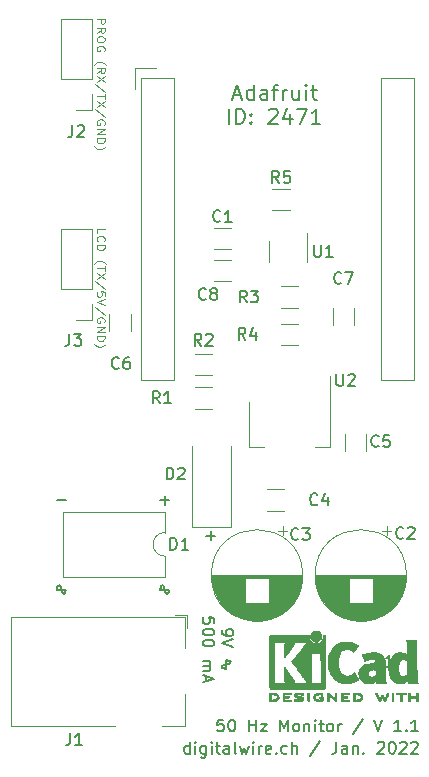
<source format=gbr>
%TF.GenerationSoftware,KiCad,Pcbnew,(6.0.0)*%
%TF.CreationDate,2022-01-07T23:51:12+01:00*%
%TF.ProjectId,50Hz_Monitor,3530487a-5f4d-46f6-9e69-746f722e6b69,rev?*%
%TF.SameCoordinates,Original*%
%TF.FileFunction,Legend,Top*%
%TF.FilePolarity,Positive*%
%FSLAX46Y46*%
G04 Gerber Fmt 4.6, Leading zero omitted, Abs format (unit mm)*
G04 Created by KiCad (PCBNEW (6.0.0)) date 2022-01-07 23:51:12*
%MOMM*%
%LPD*%
G01*
G04 APERTURE LIST*
%ADD10C,0.150000*%
%ADD11C,0.088900*%
%ADD12C,0.203200*%
%ADD13C,0.120000*%
%ADD14C,0.010000*%
G04 APERTURE END LIST*
D10*
X115160619Y-134270952D02*
X115160619Y-134461428D01*
X115208238Y-134556666D01*
X115255857Y-134604285D01*
X115398714Y-134699523D01*
X115589190Y-134747142D01*
X115970142Y-134747142D01*
X116065380Y-134699523D01*
X116113000Y-134651904D01*
X116160619Y-134556666D01*
X116160619Y-134366190D01*
X116113000Y-134270952D01*
X116065380Y-134223333D01*
X115970142Y-134175714D01*
X115732047Y-134175714D01*
X115636809Y-134223333D01*
X115589190Y-134270952D01*
X115541571Y-134366190D01*
X115541571Y-134556666D01*
X115589190Y-134651904D01*
X115636809Y-134699523D01*
X115732047Y-134747142D01*
X116160619Y-135032857D02*
X115160619Y-135366190D01*
X116160619Y-135699523D01*
X115541571Y-136794761D02*
X115541571Y-137556666D01*
X115541571Y-136794761D02*
X115779666Y-136842380D01*
X115874904Y-136890000D01*
X115922523Y-136985238D01*
X115874904Y-137080476D01*
X115779666Y-137128095D01*
X115303476Y-137223333D01*
X115208238Y-137270952D01*
X115160619Y-137366190D01*
X115208238Y-137461428D01*
X115303476Y-137509047D01*
X115541571Y-137556666D01*
X114550619Y-133699523D02*
X114550619Y-133223333D01*
X114074428Y-133175714D01*
X114122047Y-133223333D01*
X114169666Y-133318571D01*
X114169666Y-133556666D01*
X114122047Y-133651904D01*
X114074428Y-133699523D01*
X113979190Y-133747142D01*
X113741095Y-133747142D01*
X113645857Y-133699523D01*
X113598238Y-133651904D01*
X113550619Y-133556666D01*
X113550619Y-133318571D01*
X113598238Y-133223333D01*
X113645857Y-133175714D01*
X114550619Y-134366190D02*
X114550619Y-134461428D01*
X114503000Y-134556666D01*
X114455380Y-134604285D01*
X114360142Y-134651904D01*
X114169666Y-134699523D01*
X113931571Y-134699523D01*
X113741095Y-134651904D01*
X113645857Y-134604285D01*
X113598238Y-134556666D01*
X113550619Y-134461428D01*
X113550619Y-134366190D01*
X113598238Y-134270952D01*
X113645857Y-134223333D01*
X113741095Y-134175714D01*
X113931571Y-134128095D01*
X114169666Y-134128095D01*
X114360142Y-134175714D01*
X114455380Y-134223333D01*
X114503000Y-134270952D01*
X114550619Y-134366190D01*
X114550619Y-135318571D02*
X114550619Y-135413809D01*
X114503000Y-135509047D01*
X114455380Y-135556666D01*
X114360142Y-135604285D01*
X114169666Y-135651904D01*
X113931571Y-135651904D01*
X113741095Y-135604285D01*
X113645857Y-135556666D01*
X113598238Y-135509047D01*
X113550619Y-135413809D01*
X113550619Y-135318571D01*
X113598238Y-135223333D01*
X113645857Y-135175714D01*
X113741095Y-135128095D01*
X113931571Y-135080476D01*
X114169666Y-135080476D01*
X114360142Y-135128095D01*
X114455380Y-135175714D01*
X114503000Y-135223333D01*
X114550619Y-135318571D01*
X113550619Y-136842380D02*
X114217285Y-136842380D01*
X114122047Y-136842380D02*
X114169666Y-136890000D01*
X114217285Y-136985238D01*
X114217285Y-137128095D01*
X114169666Y-137223333D01*
X114074428Y-137270952D01*
X113550619Y-137270952D01*
X114074428Y-137270952D02*
X114169666Y-137318571D01*
X114217285Y-137413809D01*
X114217285Y-137556666D01*
X114169666Y-137651904D01*
X114074428Y-137699523D01*
X113550619Y-137699523D01*
X113836333Y-138128095D02*
X113836333Y-138604285D01*
X113550619Y-138032857D02*
X114550619Y-138366190D01*
X113550619Y-138699523D01*
X115315833Y-141844780D02*
X114839642Y-141844780D01*
X114792023Y-142320971D01*
X114839642Y-142273352D01*
X114934880Y-142225733D01*
X115172976Y-142225733D01*
X115268214Y-142273352D01*
X115315833Y-142320971D01*
X115363452Y-142416209D01*
X115363452Y-142654304D01*
X115315833Y-142749542D01*
X115268214Y-142797161D01*
X115172976Y-142844780D01*
X114934880Y-142844780D01*
X114839642Y-142797161D01*
X114792023Y-142749542D01*
X115982500Y-141844780D02*
X116077738Y-141844780D01*
X116172976Y-141892400D01*
X116220595Y-141940019D01*
X116268214Y-142035257D01*
X116315833Y-142225733D01*
X116315833Y-142463828D01*
X116268214Y-142654304D01*
X116220595Y-142749542D01*
X116172976Y-142797161D01*
X116077738Y-142844780D01*
X115982500Y-142844780D01*
X115887261Y-142797161D01*
X115839642Y-142749542D01*
X115792023Y-142654304D01*
X115744404Y-142463828D01*
X115744404Y-142225733D01*
X115792023Y-142035257D01*
X115839642Y-141940019D01*
X115887261Y-141892400D01*
X115982500Y-141844780D01*
X117506309Y-142844780D02*
X117506309Y-141844780D01*
X117506309Y-142320971D02*
X118077738Y-142320971D01*
X118077738Y-142844780D02*
X118077738Y-141844780D01*
X118458690Y-142178114D02*
X118982500Y-142178114D01*
X118458690Y-142844780D01*
X118982500Y-142844780D01*
X120125357Y-142844780D02*
X120125357Y-141844780D01*
X120458690Y-142559066D01*
X120792023Y-141844780D01*
X120792023Y-142844780D01*
X121411071Y-142844780D02*
X121315833Y-142797161D01*
X121268214Y-142749542D01*
X121220595Y-142654304D01*
X121220595Y-142368590D01*
X121268214Y-142273352D01*
X121315833Y-142225733D01*
X121411071Y-142178114D01*
X121553928Y-142178114D01*
X121649166Y-142225733D01*
X121696785Y-142273352D01*
X121744404Y-142368590D01*
X121744404Y-142654304D01*
X121696785Y-142749542D01*
X121649166Y-142797161D01*
X121553928Y-142844780D01*
X121411071Y-142844780D01*
X122172976Y-142178114D02*
X122172976Y-142844780D01*
X122172976Y-142273352D02*
X122220595Y-142225733D01*
X122315833Y-142178114D01*
X122458690Y-142178114D01*
X122553928Y-142225733D01*
X122601547Y-142320971D01*
X122601547Y-142844780D01*
X123077738Y-142844780D02*
X123077738Y-142178114D01*
X123077738Y-141844780D02*
X123030119Y-141892400D01*
X123077738Y-141940019D01*
X123125357Y-141892400D01*
X123077738Y-141844780D01*
X123077738Y-141940019D01*
X123411071Y-142178114D02*
X123792023Y-142178114D01*
X123553928Y-141844780D02*
X123553928Y-142701923D01*
X123601547Y-142797161D01*
X123696785Y-142844780D01*
X123792023Y-142844780D01*
X124268214Y-142844780D02*
X124172976Y-142797161D01*
X124125357Y-142749542D01*
X124077738Y-142654304D01*
X124077738Y-142368590D01*
X124125357Y-142273352D01*
X124172976Y-142225733D01*
X124268214Y-142178114D01*
X124411071Y-142178114D01*
X124506309Y-142225733D01*
X124553928Y-142273352D01*
X124601547Y-142368590D01*
X124601547Y-142654304D01*
X124553928Y-142749542D01*
X124506309Y-142797161D01*
X124411071Y-142844780D01*
X124268214Y-142844780D01*
X125030119Y-142844780D02*
X125030119Y-142178114D01*
X125030119Y-142368590D02*
X125077738Y-142273352D01*
X125125357Y-142225733D01*
X125220595Y-142178114D01*
X125315833Y-142178114D01*
X127125357Y-141797161D02*
X126268214Y-143082876D01*
X128077738Y-141844780D02*
X128411071Y-142844780D01*
X128744404Y-141844780D01*
X130363452Y-142844780D02*
X129792023Y-142844780D01*
X130077738Y-142844780D02*
X130077738Y-141844780D01*
X129982499Y-141987638D01*
X129887261Y-142082876D01*
X129792023Y-142130495D01*
X130792023Y-142749542D02*
X130839642Y-142797161D01*
X130792023Y-142844780D01*
X130744404Y-142797161D01*
X130792023Y-142749542D01*
X130792023Y-142844780D01*
X131792023Y-142844780D02*
X131220595Y-142844780D01*
X131506309Y-142844780D02*
X131506309Y-141844780D01*
X131411071Y-141987638D01*
X131315833Y-142082876D01*
X131220595Y-142130495D01*
D11*
X104614738Y-100656571D02*
X104614738Y-100293714D01*
X105249738Y-100293714D01*
X104675214Y-101346000D02*
X104644976Y-101309714D01*
X104614738Y-101200857D01*
X104614738Y-101128285D01*
X104644976Y-101019428D01*
X104705452Y-100946857D01*
X104765928Y-100910571D01*
X104886880Y-100874285D01*
X104977595Y-100874285D01*
X105098547Y-100910571D01*
X105159023Y-100946857D01*
X105219500Y-101019428D01*
X105249738Y-101128285D01*
X105249738Y-101200857D01*
X105219500Y-101309714D01*
X105189261Y-101346000D01*
X104614738Y-101672571D02*
X105249738Y-101672571D01*
X105249738Y-101854000D01*
X105219500Y-101962857D01*
X105159023Y-102035428D01*
X105098547Y-102071714D01*
X104977595Y-102108000D01*
X104886880Y-102108000D01*
X104765928Y-102071714D01*
X104705452Y-102035428D01*
X104644976Y-101962857D01*
X104614738Y-101854000D01*
X104614738Y-101672571D01*
X104372833Y-103232857D02*
X104403071Y-103196571D01*
X104493785Y-103124000D01*
X104554261Y-103087714D01*
X104644976Y-103051428D01*
X104796166Y-103015142D01*
X104917119Y-103015142D01*
X105068309Y-103051428D01*
X105159023Y-103087714D01*
X105219500Y-103124000D01*
X105310214Y-103196571D01*
X105340452Y-103232857D01*
X105249738Y-103414285D02*
X105249738Y-103849714D01*
X104614738Y-103632000D02*
X105249738Y-103632000D01*
X105249738Y-104031142D02*
X104614738Y-104539142D01*
X105249738Y-104539142D02*
X104614738Y-104031142D01*
X105279976Y-105373714D02*
X104463547Y-104720571D01*
X105249738Y-105990571D02*
X105249738Y-105627714D01*
X104947357Y-105591428D01*
X104977595Y-105627714D01*
X105007833Y-105700285D01*
X105007833Y-105881714D01*
X104977595Y-105954285D01*
X104947357Y-105990571D01*
X104886880Y-106026857D01*
X104735690Y-106026857D01*
X104675214Y-105990571D01*
X104644976Y-105954285D01*
X104614738Y-105881714D01*
X104614738Y-105700285D01*
X104644976Y-105627714D01*
X104675214Y-105591428D01*
X105249738Y-106244571D02*
X104614738Y-106498571D01*
X105249738Y-106752571D01*
X105279976Y-107550857D02*
X104463547Y-106897714D01*
X105219500Y-108204000D02*
X105249738Y-108131428D01*
X105249738Y-108022571D01*
X105219500Y-107913714D01*
X105159023Y-107841142D01*
X105098547Y-107804857D01*
X104977595Y-107768571D01*
X104886880Y-107768571D01*
X104765928Y-107804857D01*
X104705452Y-107841142D01*
X104644976Y-107913714D01*
X104614738Y-108022571D01*
X104614738Y-108095142D01*
X104644976Y-108204000D01*
X104675214Y-108240285D01*
X104886880Y-108240285D01*
X104886880Y-108095142D01*
X104614738Y-108566857D02*
X105249738Y-108566857D01*
X104614738Y-109002285D01*
X105249738Y-109002285D01*
X104614738Y-109365142D02*
X105249738Y-109365142D01*
X105249738Y-109546571D01*
X105219500Y-109655428D01*
X105159023Y-109728000D01*
X105098547Y-109764285D01*
X104977595Y-109800571D01*
X104886880Y-109800571D01*
X104765928Y-109764285D01*
X104705452Y-109728000D01*
X104644976Y-109655428D01*
X104614738Y-109546571D01*
X104614738Y-109365142D01*
X104372833Y-110054571D02*
X104403071Y-110090857D01*
X104493785Y-110163428D01*
X104554261Y-110199714D01*
X104644976Y-110236000D01*
X104796166Y-110272285D01*
X104917119Y-110272285D01*
X105068309Y-110236000D01*
X105159023Y-110199714D01*
X105219500Y-110163428D01*
X105310214Y-110090857D01*
X105340452Y-110054571D01*
X104614738Y-82495571D02*
X105249738Y-82495571D01*
X105249738Y-82785857D01*
X105219500Y-82858428D01*
X105189261Y-82894714D01*
X105128785Y-82931000D01*
X105038071Y-82931000D01*
X104977595Y-82894714D01*
X104947357Y-82858428D01*
X104917119Y-82785857D01*
X104917119Y-82495571D01*
X104614738Y-83693000D02*
X104917119Y-83439000D01*
X104614738Y-83257571D02*
X105249738Y-83257571D01*
X105249738Y-83547857D01*
X105219500Y-83620428D01*
X105189261Y-83656714D01*
X105128785Y-83693000D01*
X105038071Y-83693000D01*
X104977595Y-83656714D01*
X104947357Y-83620428D01*
X104917119Y-83547857D01*
X104917119Y-83257571D01*
X105249738Y-84164714D02*
X105249738Y-84309857D01*
X105219500Y-84382428D01*
X105159023Y-84455000D01*
X105038071Y-84491285D01*
X104826404Y-84491285D01*
X104705452Y-84455000D01*
X104644976Y-84382428D01*
X104614738Y-84309857D01*
X104614738Y-84164714D01*
X104644976Y-84092142D01*
X104705452Y-84019571D01*
X104826404Y-83983285D01*
X105038071Y-83983285D01*
X105159023Y-84019571D01*
X105219500Y-84092142D01*
X105249738Y-84164714D01*
X105219500Y-85217000D02*
X105249738Y-85144428D01*
X105249738Y-85035571D01*
X105219500Y-84926714D01*
X105159023Y-84854142D01*
X105098547Y-84817857D01*
X104977595Y-84781571D01*
X104886880Y-84781571D01*
X104765928Y-84817857D01*
X104705452Y-84854142D01*
X104644976Y-84926714D01*
X104614738Y-85035571D01*
X104614738Y-85108142D01*
X104644976Y-85217000D01*
X104675214Y-85253285D01*
X104886880Y-85253285D01*
X104886880Y-85108142D01*
X104372833Y-86378142D02*
X104403071Y-86341857D01*
X104493785Y-86269285D01*
X104554261Y-86233000D01*
X104644976Y-86196714D01*
X104796166Y-86160428D01*
X104917119Y-86160428D01*
X105068309Y-86196714D01*
X105159023Y-86233000D01*
X105219500Y-86269285D01*
X105310214Y-86341857D01*
X105340452Y-86378142D01*
X104614738Y-87103857D02*
X104917119Y-86849857D01*
X104614738Y-86668428D02*
X105249738Y-86668428D01*
X105249738Y-86958714D01*
X105219500Y-87031285D01*
X105189261Y-87067571D01*
X105128785Y-87103857D01*
X105038071Y-87103857D01*
X104977595Y-87067571D01*
X104947357Y-87031285D01*
X104917119Y-86958714D01*
X104917119Y-86668428D01*
X105249738Y-87357857D02*
X104614738Y-87865857D01*
X105249738Y-87865857D02*
X104614738Y-87357857D01*
X105279976Y-88700428D02*
X104463547Y-88047285D01*
X105249738Y-88845571D02*
X105249738Y-89281000D01*
X104614738Y-89063285D02*
X105249738Y-89063285D01*
X105249738Y-89462428D02*
X104614738Y-89970428D01*
X105249738Y-89970428D02*
X104614738Y-89462428D01*
X105279976Y-90805000D02*
X104463547Y-90151857D01*
X105219500Y-91458142D02*
X105249738Y-91385571D01*
X105249738Y-91276714D01*
X105219500Y-91167857D01*
X105159023Y-91095285D01*
X105098547Y-91059000D01*
X104977595Y-91022714D01*
X104886880Y-91022714D01*
X104765928Y-91059000D01*
X104705452Y-91095285D01*
X104644976Y-91167857D01*
X104614738Y-91276714D01*
X104614738Y-91349285D01*
X104644976Y-91458142D01*
X104675214Y-91494428D01*
X104886880Y-91494428D01*
X104886880Y-91349285D01*
X104614738Y-91821000D02*
X105249738Y-91821000D01*
X104614738Y-92256428D01*
X105249738Y-92256428D01*
X104614738Y-92619285D02*
X105249738Y-92619285D01*
X105249738Y-92800714D01*
X105219500Y-92909571D01*
X105159023Y-92982142D01*
X105098547Y-93018428D01*
X104977595Y-93054714D01*
X104886880Y-93054714D01*
X104765928Y-93018428D01*
X104705452Y-92982142D01*
X104644976Y-92909571D01*
X104614738Y-92800714D01*
X104614738Y-92619285D01*
X104372833Y-93308714D02*
X104403071Y-93345000D01*
X104493785Y-93417571D01*
X104554261Y-93453857D01*
X104644976Y-93490142D01*
X104796166Y-93526428D01*
X104917119Y-93526428D01*
X105068309Y-93490142D01*
X105159023Y-93453857D01*
X105219500Y-93417571D01*
X105310214Y-93345000D01*
X105340452Y-93308714D01*
D12*
X116186857Y-88978316D02*
X116791619Y-88978316D01*
X116065904Y-89341173D02*
X116489238Y-88071173D01*
X116912571Y-89341173D01*
X117880190Y-89341173D02*
X117880190Y-88071173D01*
X117880190Y-89280697D02*
X117759238Y-89341173D01*
X117517333Y-89341173D01*
X117396380Y-89280697D01*
X117335904Y-89220221D01*
X117275428Y-89099269D01*
X117275428Y-88736411D01*
X117335904Y-88615459D01*
X117396380Y-88554983D01*
X117517333Y-88494507D01*
X117759238Y-88494507D01*
X117880190Y-88554983D01*
X119029238Y-89341173D02*
X119029238Y-88675935D01*
X118968761Y-88554983D01*
X118847809Y-88494507D01*
X118605904Y-88494507D01*
X118484952Y-88554983D01*
X119029238Y-89280697D02*
X118908285Y-89341173D01*
X118605904Y-89341173D01*
X118484952Y-89280697D01*
X118424476Y-89159745D01*
X118424476Y-89038792D01*
X118484952Y-88917840D01*
X118605904Y-88857364D01*
X118908285Y-88857364D01*
X119029238Y-88796888D01*
X119452571Y-88494507D02*
X119936380Y-88494507D01*
X119634000Y-89341173D02*
X119634000Y-88252602D01*
X119694476Y-88131650D01*
X119815428Y-88071173D01*
X119936380Y-88071173D01*
X120359714Y-89341173D02*
X120359714Y-88494507D01*
X120359714Y-88736411D02*
X120420190Y-88615459D01*
X120480666Y-88554983D01*
X120601619Y-88494507D01*
X120722571Y-88494507D01*
X121690190Y-88494507D02*
X121690190Y-89341173D01*
X121145904Y-88494507D02*
X121145904Y-89159745D01*
X121206380Y-89280697D01*
X121327333Y-89341173D01*
X121508761Y-89341173D01*
X121629714Y-89280697D01*
X121690190Y-89220221D01*
X122294952Y-89341173D02*
X122294952Y-88494507D01*
X122294952Y-88071173D02*
X122234476Y-88131650D01*
X122294952Y-88192126D01*
X122355428Y-88131650D01*
X122294952Y-88071173D01*
X122294952Y-88192126D01*
X122718285Y-88494507D02*
X123202095Y-88494507D01*
X122899714Y-88071173D02*
X122899714Y-89159745D01*
X122960190Y-89280697D01*
X123081142Y-89341173D01*
X123202095Y-89341173D01*
X115793761Y-91385873D02*
X115793761Y-90115873D01*
X116398523Y-91385873D02*
X116398523Y-90115873D01*
X116700904Y-90115873D01*
X116882333Y-90176350D01*
X117003285Y-90297302D01*
X117063761Y-90418254D01*
X117124238Y-90660159D01*
X117124238Y-90841588D01*
X117063761Y-91083492D01*
X117003285Y-91204445D01*
X116882333Y-91325397D01*
X116700904Y-91385873D01*
X116398523Y-91385873D01*
X117668523Y-91264921D02*
X117729000Y-91325397D01*
X117668523Y-91385873D01*
X117608047Y-91325397D01*
X117668523Y-91264921D01*
X117668523Y-91385873D01*
X117668523Y-90599683D02*
X117729000Y-90660159D01*
X117668523Y-90720635D01*
X117608047Y-90660159D01*
X117668523Y-90599683D01*
X117668523Y-90720635D01*
X119180428Y-90236826D02*
X119240904Y-90176350D01*
X119361857Y-90115873D01*
X119664238Y-90115873D01*
X119785190Y-90176350D01*
X119845666Y-90236826D01*
X119906142Y-90357778D01*
X119906142Y-90478730D01*
X119845666Y-90660159D01*
X119119952Y-91385873D01*
X119906142Y-91385873D01*
X120994714Y-90539207D02*
X120994714Y-91385873D01*
X120692333Y-90055397D02*
X120389952Y-90962540D01*
X121176142Y-90962540D01*
X121539000Y-90115873D02*
X122385666Y-90115873D01*
X121841380Y-91385873D01*
X123534714Y-91385873D02*
X122809000Y-91385873D01*
X123171857Y-91385873D02*
X123171857Y-90115873D01*
X123050904Y-90297302D01*
X122929952Y-90418254D01*
X122809000Y-90478730D01*
D10*
X109956647Y-123261428D02*
X110718552Y-123261428D01*
X110337600Y-123642380D02*
X110337600Y-122880476D01*
X101219047Y-123229619D02*
X101980952Y-123229619D01*
X113868247Y-126258628D02*
X114630152Y-126258628D01*
X114249200Y-126639580D02*
X114249200Y-125877676D01*
X112458690Y-144724380D02*
X112458690Y-143724380D01*
X112458690Y-144676761D02*
X112363452Y-144724380D01*
X112172976Y-144724380D01*
X112077738Y-144676761D01*
X112030119Y-144629142D01*
X111982500Y-144533904D01*
X111982500Y-144248190D01*
X112030119Y-144152952D01*
X112077738Y-144105333D01*
X112172976Y-144057714D01*
X112363452Y-144057714D01*
X112458690Y-144105333D01*
X112934880Y-144724380D02*
X112934880Y-144057714D01*
X112934880Y-143724380D02*
X112887261Y-143772000D01*
X112934880Y-143819619D01*
X112982500Y-143772000D01*
X112934880Y-143724380D01*
X112934880Y-143819619D01*
X113839642Y-144057714D02*
X113839642Y-144867238D01*
X113792023Y-144962476D01*
X113744404Y-145010095D01*
X113649166Y-145057714D01*
X113506309Y-145057714D01*
X113411071Y-145010095D01*
X113839642Y-144676761D02*
X113744404Y-144724380D01*
X113553928Y-144724380D01*
X113458690Y-144676761D01*
X113411071Y-144629142D01*
X113363452Y-144533904D01*
X113363452Y-144248190D01*
X113411071Y-144152952D01*
X113458690Y-144105333D01*
X113553928Y-144057714D01*
X113744404Y-144057714D01*
X113839642Y-144105333D01*
X114315833Y-144724380D02*
X114315833Y-144057714D01*
X114315833Y-143724380D02*
X114268214Y-143772000D01*
X114315833Y-143819619D01*
X114363452Y-143772000D01*
X114315833Y-143724380D01*
X114315833Y-143819619D01*
X114649166Y-144057714D02*
X115030119Y-144057714D01*
X114792023Y-143724380D02*
X114792023Y-144581523D01*
X114839642Y-144676761D01*
X114934880Y-144724380D01*
X115030119Y-144724380D01*
X115792023Y-144724380D02*
X115792023Y-144200571D01*
X115744404Y-144105333D01*
X115649166Y-144057714D01*
X115458690Y-144057714D01*
X115363452Y-144105333D01*
X115792023Y-144676761D02*
X115696785Y-144724380D01*
X115458690Y-144724380D01*
X115363452Y-144676761D01*
X115315833Y-144581523D01*
X115315833Y-144486285D01*
X115363452Y-144391047D01*
X115458690Y-144343428D01*
X115696785Y-144343428D01*
X115792023Y-144295809D01*
X116411071Y-144724380D02*
X116315833Y-144676761D01*
X116268214Y-144581523D01*
X116268214Y-143724380D01*
X116696785Y-144057714D02*
X116887261Y-144724380D01*
X117077738Y-144248190D01*
X117268214Y-144724380D01*
X117458690Y-144057714D01*
X117839642Y-144724380D02*
X117839642Y-144057714D01*
X117839642Y-143724380D02*
X117792023Y-143772000D01*
X117839642Y-143819619D01*
X117887261Y-143772000D01*
X117839642Y-143724380D01*
X117839642Y-143819619D01*
X118315833Y-144724380D02*
X118315833Y-144057714D01*
X118315833Y-144248190D02*
X118363452Y-144152952D01*
X118411071Y-144105333D01*
X118506309Y-144057714D01*
X118601547Y-144057714D01*
X119315833Y-144676761D02*
X119220595Y-144724380D01*
X119030119Y-144724380D01*
X118934880Y-144676761D01*
X118887261Y-144581523D01*
X118887261Y-144200571D01*
X118934880Y-144105333D01*
X119030119Y-144057714D01*
X119220595Y-144057714D01*
X119315833Y-144105333D01*
X119363452Y-144200571D01*
X119363452Y-144295809D01*
X118887261Y-144391047D01*
X119792023Y-144629142D02*
X119839642Y-144676761D01*
X119792023Y-144724380D01*
X119744404Y-144676761D01*
X119792023Y-144629142D01*
X119792023Y-144724380D01*
X120696785Y-144676761D02*
X120601547Y-144724380D01*
X120411071Y-144724380D01*
X120315833Y-144676761D01*
X120268214Y-144629142D01*
X120220595Y-144533904D01*
X120220595Y-144248190D01*
X120268214Y-144152952D01*
X120315833Y-144105333D01*
X120411071Y-144057714D01*
X120601547Y-144057714D01*
X120696785Y-144105333D01*
X121125357Y-144724380D02*
X121125357Y-143724380D01*
X121553928Y-144724380D02*
X121553928Y-144200571D01*
X121506309Y-144105333D01*
X121411071Y-144057714D01*
X121268214Y-144057714D01*
X121172976Y-144105333D01*
X121125357Y-144152952D01*
X123506309Y-143676761D02*
X122649166Y-144962476D01*
X124887261Y-143724380D02*
X124887261Y-144438666D01*
X124839642Y-144581523D01*
X124744404Y-144676761D01*
X124601547Y-144724380D01*
X124506309Y-144724380D01*
X125792023Y-144724380D02*
X125792023Y-144200571D01*
X125744404Y-144105333D01*
X125649166Y-144057714D01*
X125458690Y-144057714D01*
X125363452Y-144105333D01*
X125792023Y-144676761D02*
X125696785Y-144724380D01*
X125458690Y-144724380D01*
X125363452Y-144676761D01*
X125315833Y-144581523D01*
X125315833Y-144486285D01*
X125363452Y-144391047D01*
X125458690Y-144343428D01*
X125696785Y-144343428D01*
X125792023Y-144295809D01*
X126268214Y-144057714D02*
X126268214Y-144724380D01*
X126268214Y-144152952D02*
X126315833Y-144105333D01*
X126411071Y-144057714D01*
X126553928Y-144057714D01*
X126649166Y-144105333D01*
X126696785Y-144200571D01*
X126696785Y-144724380D01*
X127172976Y-144629142D02*
X127220595Y-144676761D01*
X127172976Y-144724380D01*
X127125357Y-144676761D01*
X127172976Y-144629142D01*
X127172976Y-144724380D01*
X128363452Y-143819619D02*
X128411071Y-143772000D01*
X128506309Y-143724380D01*
X128744404Y-143724380D01*
X128839642Y-143772000D01*
X128887261Y-143819619D01*
X128934880Y-143914857D01*
X128934880Y-144010095D01*
X128887261Y-144152952D01*
X128315833Y-144724380D01*
X128934880Y-144724380D01*
X129553928Y-143724380D02*
X129649166Y-143724380D01*
X129744404Y-143772000D01*
X129792023Y-143819619D01*
X129839642Y-143914857D01*
X129887261Y-144105333D01*
X129887261Y-144343428D01*
X129839642Y-144533904D01*
X129792023Y-144629142D01*
X129744404Y-144676761D01*
X129649166Y-144724380D01*
X129553928Y-144724380D01*
X129458690Y-144676761D01*
X129411071Y-144629142D01*
X129363452Y-144533904D01*
X129315833Y-144343428D01*
X129315833Y-144105333D01*
X129363452Y-143914857D01*
X129411071Y-143819619D01*
X129458690Y-143772000D01*
X129553928Y-143724380D01*
X130268214Y-143819619D02*
X130315833Y-143772000D01*
X130411071Y-143724380D01*
X130649166Y-143724380D01*
X130744404Y-143772000D01*
X130792023Y-143819619D01*
X130839642Y-143914857D01*
X130839642Y-144010095D01*
X130792023Y-144152952D01*
X130220595Y-144724380D01*
X130839642Y-144724380D01*
X131220595Y-143819619D02*
X131268214Y-143772000D01*
X131363452Y-143724380D01*
X131601547Y-143724380D01*
X131696785Y-143772000D01*
X131744404Y-143819619D01*
X131792023Y-143914857D01*
X131792023Y-144010095D01*
X131744404Y-144152952D01*
X131172976Y-144724380D01*
X131792023Y-144724380D01*
X109956647Y-130830628D02*
X110718552Y-130830628D01*
X109956647Y-130830628D02*
X110004266Y-130592533D01*
X110051885Y-130497295D01*
X110147123Y-130449676D01*
X110242361Y-130497295D01*
X110289980Y-130592533D01*
X110385219Y-131068723D01*
X110432838Y-131163961D01*
X110528076Y-131211580D01*
X110623314Y-131163961D01*
X110670933Y-131068723D01*
X110718552Y-130830628D01*
X101219047Y-130830628D02*
X101980952Y-130830628D01*
X101219047Y-130830628D02*
X101266666Y-130592533D01*
X101314285Y-130497295D01*
X101409523Y-130449676D01*
X101504761Y-130497295D01*
X101552380Y-130592533D01*
X101647619Y-131068723D01*
X101695238Y-131163961D01*
X101790476Y-131211580D01*
X101885714Y-131163961D01*
X101933333Y-131068723D01*
X101980952Y-130830628D01*
%TO.C,A1*%
X128190714Y-137072666D02*
X128666904Y-137072666D01*
X128095476Y-137358380D02*
X128428809Y-136358380D01*
X128762142Y-137358380D01*
X129619285Y-137358380D02*
X129047857Y-137358380D01*
X129333571Y-137358380D02*
X129333571Y-136358380D01*
X129238333Y-136501238D01*
X129143095Y-136596476D01*
X129047857Y-136644095D01*
%TO.C,C1*%
X115047733Y-99620342D02*
X115000114Y-99667961D01*
X114857257Y-99715580D01*
X114762019Y-99715580D01*
X114619161Y-99667961D01*
X114523923Y-99572723D01*
X114476304Y-99477485D01*
X114428685Y-99287009D01*
X114428685Y-99144152D01*
X114476304Y-98953676D01*
X114523923Y-98858438D01*
X114619161Y-98763200D01*
X114762019Y-98715580D01*
X114857257Y-98715580D01*
X115000114Y-98763200D01*
X115047733Y-98810819D01*
X116000114Y-99715580D02*
X115428685Y-99715580D01*
X115714400Y-99715580D02*
X115714400Y-98715580D01*
X115619161Y-98858438D01*
X115523923Y-98953676D01*
X115428685Y-99001295D01*
%TO.C,C2*%
X130541733Y-126442742D02*
X130494114Y-126490361D01*
X130351257Y-126537980D01*
X130256019Y-126537980D01*
X130113161Y-126490361D01*
X130017923Y-126395123D01*
X129970304Y-126299885D01*
X129922685Y-126109409D01*
X129922685Y-125966552D01*
X129970304Y-125776076D01*
X130017923Y-125680838D01*
X130113161Y-125585600D01*
X130256019Y-125537980D01*
X130351257Y-125537980D01*
X130494114Y-125585600D01*
X130541733Y-125633219D01*
X130922685Y-125633219D02*
X130970304Y-125585600D01*
X131065542Y-125537980D01*
X131303638Y-125537980D01*
X131398876Y-125585600D01*
X131446495Y-125633219D01*
X131494114Y-125728457D01*
X131494114Y-125823695D01*
X131446495Y-125966552D01*
X130875066Y-126537980D01*
X131494114Y-126537980D01*
%TO.C,C3*%
X121651733Y-126544342D02*
X121604114Y-126591961D01*
X121461257Y-126639580D01*
X121366019Y-126639580D01*
X121223161Y-126591961D01*
X121127923Y-126496723D01*
X121080304Y-126401485D01*
X121032685Y-126211009D01*
X121032685Y-126068152D01*
X121080304Y-125877676D01*
X121127923Y-125782438D01*
X121223161Y-125687200D01*
X121366019Y-125639580D01*
X121461257Y-125639580D01*
X121604114Y-125687200D01*
X121651733Y-125734819D01*
X121985066Y-125639580D02*
X122604114Y-125639580D01*
X122270780Y-126020533D01*
X122413638Y-126020533D01*
X122508876Y-126068152D01*
X122556495Y-126115771D01*
X122604114Y-126211009D01*
X122604114Y-126449104D01*
X122556495Y-126544342D01*
X122508876Y-126591961D01*
X122413638Y-126639580D01*
X122127923Y-126639580D01*
X122032685Y-126591961D01*
X121985066Y-126544342D01*
%TO.C,C4*%
X123277333Y-123597942D02*
X123229714Y-123645561D01*
X123086857Y-123693180D01*
X122991619Y-123693180D01*
X122848761Y-123645561D01*
X122753523Y-123550323D01*
X122705904Y-123455085D01*
X122658285Y-123264609D01*
X122658285Y-123121752D01*
X122705904Y-122931276D01*
X122753523Y-122836038D01*
X122848761Y-122740800D01*
X122991619Y-122693180D01*
X123086857Y-122693180D01*
X123229714Y-122740800D01*
X123277333Y-122788419D01*
X124134476Y-123026514D02*
X124134476Y-123693180D01*
X123896380Y-122645561D02*
X123658285Y-123359847D01*
X124277333Y-123359847D01*
%TO.C,C5*%
X128458933Y-118670342D02*
X128411314Y-118717961D01*
X128268457Y-118765580D01*
X128173219Y-118765580D01*
X128030361Y-118717961D01*
X127935123Y-118622723D01*
X127887504Y-118527485D01*
X127839885Y-118337009D01*
X127839885Y-118194152D01*
X127887504Y-118003676D01*
X127935123Y-117908438D01*
X128030361Y-117813200D01*
X128173219Y-117765580D01*
X128268457Y-117765580D01*
X128411314Y-117813200D01*
X128458933Y-117860819D01*
X129363695Y-117765580D02*
X128887504Y-117765580D01*
X128839885Y-118241771D01*
X128887504Y-118194152D01*
X128982742Y-118146533D01*
X129220838Y-118146533D01*
X129316076Y-118194152D01*
X129363695Y-118241771D01*
X129411314Y-118337009D01*
X129411314Y-118575104D01*
X129363695Y-118670342D01*
X129316076Y-118717961D01*
X129220838Y-118765580D01*
X128982742Y-118765580D01*
X128887504Y-118717961D01*
X128839885Y-118670342D01*
%TO.C,D2*%
X110513904Y-121508780D02*
X110513904Y-120508780D01*
X110752000Y-120508780D01*
X110894857Y-120556400D01*
X110990095Y-120651638D01*
X111037714Y-120746876D01*
X111085333Y-120937352D01*
X111085333Y-121080209D01*
X111037714Y-121270685D01*
X110990095Y-121365923D01*
X110894857Y-121461161D01*
X110752000Y-121508780D01*
X110513904Y-121508780D01*
X111466285Y-120604019D02*
X111513904Y-120556400D01*
X111609142Y-120508780D01*
X111847238Y-120508780D01*
X111942476Y-120556400D01*
X111990095Y-120604019D01*
X112037714Y-120699257D01*
X112037714Y-120794495D01*
X111990095Y-120937352D01*
X111418666Y-121508780D01*
X112037714Y-121508780D01*
%TO.C,J1*%
X102341666Y-142997380D02*
X102341666Y-143711666D01*
X102294047Y-143854523D01*
X102198809Y-143949761D01*
X102055952Y-143997380D01*
X101960714Y-143997380D01*
X103341666Y-143997380D02*
X102770238Y-143997380D01*
X103055952Y-143997380D02*
X103055952Y-142997380D01*
X102960714Y-143140238D01*
X102865476Y-143235476D01*
X102770238Y-143283095D01*
%TO.C,J2*%
X102536666Y-91527380D02*
X102536666Y-92241666D01*
X102489047Y-92384523D01*
X102393809Y-92479761D01*
X102250952Y-92527380D01*
X102155714Y-92527380D01*
X102965238Y-91622619D02*
X103012857Y-91575000D01*
X103108095Y-91527380D01*
X103346190Y-91527380D01*
X103441428Y-91575000D01*
X103489047Y-91622619D01*
X103536666Y-91717857D01*
X103536666Y-91813095D01*
X103489047Y-91955952D01*
X102917619Y-92527380D01*
X103536666Y-92527380D01*
%TO.C,J3*%
X102282666Y-109180380D02*
X102282666Y-109894666D01*
X102235047Y-110037523D01*
X102139809Y-110132761D01*
X101996952Y-110180380D01*
X101901714Y-110180380D01*
X102663619Y-109180380D02*
X103282666Y-109180380D01*
X102949333Y-109561333D01*
X103092190Y-109561333D01*
X103187428Y-109608952D01*
X103235047Y-109656571D01*
X103282666Y-109751809D01*
X103282666Y-109989904D01*
X103235047Y-110085142D01*
X103187428Y-110132761D01*
X103092190Y-110180380D01*
X102806476Y-110180380D01*
X102711238Y-110132761D01*
X102663619Y-110085142D01*
%TO.C,R1*%
X109916933Y-115057180D02*
X109583600Y-114580990D01*
X109345504Y-115057180D02*
X109345504Y-114057180D01*
X109726457Y-114057180D01*
X109821695Y-114104800D01*
X109869314Y-114152419D01*
X109916933Y-114247657D01*
X109916933Y-114390514D01*
X109869314Y-114485752D01*
X109821695Y-114533371D01*
X109726457Y-114580990D01*
X109345504Y-114580990D01*
X110869314Y-115057180D02*
X110297885Y-115057180D01*
X110583600Y-115057180D02*
X110583600Y-114057180D01*
X110488361Y-114200038D01*
X110393123Y-114295276D01*
X110297885Y-114342895D01*
%TO.C,R2*%
X113446333Y-110180380D02*
X113113000Y-109704190D01*
X112874904Y-110180380D02*
X112874904Y-109180380D01*
X113255857Y-109180380D01*
X113351095Y-109228000D01*
X113398714Y-109275619D01*
X113446333Y-109370857D01*
X113446333Y-109513714D01*
X113398714Y-109608952D01*
X113351095Y-109656571D01*
X113255857Y-109704190D01*
X112874904Y-109704190D01*
X113827285Y-109275619D02*
X113874904Y-109228000D01*
X113970142Y-109180380D01*
X114208238Y-109180380D01*
X114303476Y-109228000D01*
X114351095Y-109275619D01*
X114398714Y-109370857D01*
X114398714Y-109466095D01*
X114351095Y-109608952D01*
X113779666Y-110180380D01*
X114398714Y-110180380D01*
%TO.C,R5*%
X120026133Y-96413580D02*
X119692800Y-95937390D01*
X119454704Y-96413580D02*
X119454704Y-95413580D01*
X119835657Y-95413580D01*
X119930895Y-95461200D01*
X119978514Y-95508819D01*
X120026133Y-95604057D01*
X120026133Y-95746914D01*
X119978514Y-95842152D01*
X119930895Y-95889771D01*
X119835657Y-95937390D01*
X119454704Y-95937390D01*
X120930895Y-95413580D02*
X120454704Y-95413580D01*
X120407085Y-95889771D01*
X120454704Y-95842152D01*
X120549942Y-95794533D01*
X120788038Y-95794533D01*
X120883276Y-95842152D01*
X120930895Y-95889771D01*
X120978514Y-95985009D01*
X120978514Y-96223104D01*
X120930895Y-96318342D01*
X120883276Y-96365961D01*
X120788038Y-96413580D01*
X120549942Y-96413580D01*
X120454704Y-96365961D01*
X120407085Y-96318342D01*
%TO.C,D1*%
X110818704Y-127452380D02*
X110818704Y-126452380D01*
X111056800Y-126452380D01*
X111199657Y-126500000D01*
X111294895Y-126595238D01*
X111342514Y-126690476D01*
X111390133Y-126880952D01*
X111390133Y-127023809D01*
X111342514Y-127214285D01*
X111294895Y-127309523D01*
X111199657Y-127404761D01*
X111056800Y-127452380D01*
X110818704Y-127452380D01*
X112342514Y-127452380D02*
X111771085Y-127452380D01*
X112056800Y-127452380D02*
X112056800Y-126452380D01*
X111961561Y-126595238D01*
X111866323Y-126690476D01*
X111771085Y-126738095D01*
%TO.C,U2*%
X124880495Y-112584380D02*
X124880495Y-113393904D01*
X124928114Y-113489142D01*
X124975733Y-113536761D01*
X125070971Y-113584380D01*
X125261447Y-113584380D01*
X125356685Y-113536761D01*
X125404304Y-113489142D01*
X125451923Y-113393904D01*
X125451923Y-112584380D01*
X125880495Y-112679619D02*
X125928114Y-112632000D01*
X126023352Y-112584380D01*
X126261447Y-112584380D01*
X126356685Y-112632000D01*
X126404304Y-112679619D01*
X126451923Y-112774857D01*
X126451923Y-112870095D01*
X126404304Y-113012952D01*
X125832876Y-113584380D01*
X126451923Y-113584380D01*
%TO.C,R4*%
X117181333Y-109672380D02*
X116848000Y-109196190D01*
X116609904Y-109672380D02*
X116609904Y-108672380D01*
X116990857Y-108672380D01*
X117086095Y-108720000D01*
X117133714Y-108767619D01*
X117181333Y-108862857D01*
X117181333Y-109005714D01*
X117133714Y-109100952D01*
X117086095Y-109148571D01*
X116990857Y-109196190D01*
X116609904Y-109196190D01*
X118038476Y-109005714D02*
X118038476Y-109672380D01*
X117800380Y-108624761D02*
X117562285Y-109339047D01*
X118181333Y-109339047D01*
%TO.C,U1*%
X122986895Y-101661980D02*
X122986895Y-102471504D01*
X123034514Y-102566742D01*
X123082133Y-102614361D01*
X123177371Y-102661980D01*
X123367847Y-102661980D01*
X123463085Y-102614361D01*
X123510704Y-102566742D01*
X123558323Y-102471504D01*
X123558323Y-101661980D01*
X124558323Y-102661980D02*
X123986895Y-102661980D01*
X124272609Y-102661980D02*
X124272609Y-101661980D01*
X124177371Y-101804838D01*
X124082133Y-101900076D01*
X123986895Y-101947695D01*
%TO.C,R3*%
X117282933Y-106522780D02*
X116949600Y-106046590D01*
X116711504Y-106522780D02*
X116711504Y-105522780D01*
X117092457Y-105522780D01*
X117187695Y-105570400D01*
X117235314Y-105618019D01*
X117282933Y-105713257D01*
X117282933Y-105856114D01*
X117235314Y-105951352D01*
X117187695Y-105998971D01*
X117092457Y-106046590D01*
X116711504Y-106046590D01*
X117616266Y-105522780D02*
X118235314Y-105522780D01*
X117901980Y-105903733D01*
X118044838Y-105903733D01*
X118140076Y-105951352D01*
X118187695Y-105998971D01*
X118235314Y-106094209D01*
X118235314Y-106332304D01*
X118187695Y-106427542D01*
X118140076Y-106475161D01*
X118044838Y-106522780D01*
X117759123Y-106522780D01*
X117663885Y-106475161D01*
X117616266Y-106427542D01*
%TO.C,C6*%
X106462533Y-112066342D02*
X106414914Y-112113961D01*
X106272057Y-112161580D01*
X106176819Y-112161580D01*
X106033961Y-112113961D01*
X105938723Y-112018723D01*
X105891104Y-111923485D01*
X105843485Y-111733009D01*
X105843485Y-111590152D01*
X105891104Y-111399676D01*
X105938723Y-111304438D01*
X106033961Y-111209200D01*
X106176819Y-111161580D01*
X106272057Y-111161580D01*
X106414914Y-111209200D01*
X106462533Y-111256819D01*
X107319676Y-111161580D02*
X107129200Y-111161580D01*
X107033961Y-111209200D01*
X106986342Y-111256819D01*
X106891104Y-111399676D01*
X106843485Y-111590152D01*
X106843485Y-111971104D01*
X106891104Y-112066342D01*
X106938723Y-112113961D01*
X107033961Y-112161580D01*
X107224438Y-112161580D01*
X107319676Y-112113961D01*
X107367295Y-112066342D01*
X107414914Y-111971104D01*
X107414914Y-111733009D01*
X107367295Y-111637771D01*
X107319676Y-111590152D01*
X107224438Y-111542533D01*
X107033961Y-111542533D01*
X106938723Y-111590152D01*
X106891104Y-111637771D01*
X106843485Y-111733009D01*
%TO.C,C7*%
X125309333Y-104852742D02*
X125261714Y-104900361D01*
X125118857Y-104947980D01*
X125023619Y-104947980D01*
X124880761Y-104900361D01*
X124785523Y-104805123D01*
X124737904Y-104709885D01*
X124690285Y-104519409D01*
X124690285Y-104376552D01*
X124737904Y-104186076D01*
X124785523Y-104090838D01*
X124880761Y-103995600D01*
X125023619Y-103947980D01*
X125118857Y-103947980D01*
X125261714Y-103995600D01*
X125309333Y-104043219D01*
X125642666Y-103947980D02*
X126309333Y-103947980D01*
X125880761Y-104947980D01*
%TO.C,C8*%
X113828533Y-106224342D02*
X113780914Y-106271961D01*
X113638057Y-106319580D01*
X113542819Y-106319580D01*
X113399961Y-106271961D01*
X113304723Y-106176723D01*
X113257104Y-106081485D01*
X113209485Y-105891009D01*
X113209485Y-105748152D01*
X113257104Y-105557676D01*
X113304723Y-105462438D01*
X113399961Y-105367200D01*
X113542819Y-105319580D01*
X113638057Y-105319580D01*
X113780914Y-105367200D01*
X113828533Y-105414819D01*
X114399961Y-105748152D02*
X114304723Y-105700533D01*
X114257104Y-105652914D01*
X114209485Y-105557676D01*
X114209485Y-105510057D01*
X114257104Y-105414819D01*
X114304723Y-105367200D01*
X114399961Y-105319580D01*
X114590438Y-105319580D01*
X114685676Y-105367200D01*
X114733295Y-105414819D01*
X114780914Y-105510057D01*
X114780914Y-105557676D01*
X114733295Y-105652914D01*
X114685676Y-105700533D01*
X114590438Y-105748152D01*
X114399961Y-105748152D01*
X114304723Y-105795771D01*
X114257104Y-105843390D01*
X114209485Y-105938628D01*
X114209485Y-106129104D01*
X114257104Y-106224342D01*
X114304723Y-106271961D01*
X114399961Y-106319580D01*
X114590438Y-106319580D01*
X114685676Y-106271961D01*
X114733295Y-106224342D01*
X114780914Y-106129104D01*
X114780914Y-105938628D01*
X114733295Y-105843390D01*
X114685676Y-105795771D01*
X114590438Y-105748152D01*
D13*
%TO.C,A1*%
X108358000Y-113130000D02*
X111098000Y-113130000D01*
X131418000Y-87530000D02*
X128678000Y-87530000D01*
X107828000Y-88475000D02*
X107828000Y-86725000D01*
X128678000Y-87530000D02*
X128678000Y-113130000D01*
X128678000Y-113130000D02*
X131418000Y-113130000D01*
X111098000Y-113130000D02*
X111098000Y-87530000D01*
X107853000Y-86700000D02*
X109603000Y-86700000D01*
X111098000Y-87530000D02*
X108358000Y-87530000D01*
X131418000Y-113130000D02*
X131418000Y-87530000D01*
X108358000Y-87530000D02*
X108358000Y-113130000D01*
D14*
%TO.C,REF\u002A\u002A*%
X122529600Y-134776054D02*
X122540465Y-134889993D01*
X122540465Y-134889993D02*
X122572082Y-134997616D01*
X122572082Y-134997616D02*
X122622985Y-135096615D01*
X122622985Y-135096615D02*
X122691707Y-135184684D01*
X122691707Y-135184684D02*
X122776781Y-135259516D01*
X122776781Y-135259516D02*
X122873768Y-135317384D01*
X122873768Y-135317384D02*
X122980036Y-135357005D01*
X122980036Y-135357005D02*
X123087050Y-135375573D01*
X123087050Y-135375573D02*
X123192700Y-135374434D01*
X123192700Y-135374434D02*
X123294875Y-135354930D01*
X123294875Y-135354930D02*
X123391466Y-135318406D01*
X123391466Y-135318406D02*
X123480362Y-135266205D01*
X123480362Y-135266205D02*
X123559454Y-135199673D01*
X123559454Y-135199673D02*
X123626631Y-135120152D01*
X123626631Y-135120152D02*
X123679783Y-135028987D01*
X123679783Y-135028987D02*
X123716801Y-134927523D01*
X123716801Y-134927523D02*
X123735573Y-134817102D01*
X123735573Y-134817102D02*
X123737511Y-134767206D01*
X123737511Y-134767206D02*
X123737511Y-134679267D01*
X123737511Y-134679267D02*
X123789440Y-134679267D01*
X123789440Y-134679267D02*
X123825747Y-134682111D01*
X123825747Y-134682111D02*
X123852645Y-134693911D01*
X123852645Y-134693911D02*
X123879751Y-134717649D01*
X123879751Y-134717649D02*
X123918133Y-134756031D01*
X123918133Y-134756031D02*
X123918133Y-136947602D01*
X123918133Y-136947602D02*
X123918124Y-137209739D01*
X123918124Y-137209739D02*
X123918092Y-137450241D01*
X123918092Y-137450241D02*
X123918028Y-137670048D01*
X123918028Y-137670048D02*
X123917924Y-137870101D01*
X123917924Y-137870101D02*
X123917773Y-138051344D01*
X123917773Y-138051344D02*
X123917566Y-138214716D01*
X123917566Y-138214716D02*
X123917294Y-138361160D01*
X123917294Y-138361160D02*
X123916950Y-138491617D01*
X123916950Y-138491617D02*
X123916526Y-138607029D01*
X123916526Y-138607029D02*
X123916013Y-138708338D01*
X123916013Y-138708338D02*
X123915403Y-138796484D01*
X123915403Y-138796484D02*
X123914688Y-138872410D01*
X123914688Y-138872410D02*
X123913860Y-138937057D01*
X123913860Y-138937057D02*
X123912911Y-138991367D01*
X123912911Y-138991367D02*
X123911833Y-139036280D01*
X123911833Y-139036280D02*
X123910617Y-139072740D01*
X123910617Y-139072740D02*
X123909255Y-139101687D01*
X123909255Y-139101687D02*
X123907739Y-139124063D01*
X123907739Y-139124063D02*
X123906062Y-139140809D01*
X123906062Y-139140809D02*
X123904214Y-139152868D01*
X123904214Y-139152868D02*
X123902187Y-139161180D01*
X123902187Y-139161180D02*
X123899975Y-139166687D01*
X123899975Y-139166687D02*
X123898892Y-139168537D01*
X123898892Y-139168537D02*
X123894729Y-139175549D01*
X123894729Y-139175549D02*
X123891195Y-139181996D01*
X123891195Y-139181996D02*
X123887365Y-139187900D01*
X123887365Y-139187900D02*
X123882318Y-139193286D01*
X123882318Y-139193286D02*
X123875129Y-139198178D01*
X123875129Y-139198178D02*
X123864877Y-139202598D01*
X123864877Y-139202598D02*
X123850636Y-139206572D01*
X123850636Y-139206572D02*
X123831486Y-139210121D01*
X123831486Y-139210121D02*
X123806501Y-139213270D01*
X123806501Y-139213270D02*
X123774760Y-139216042D01*
X123774760Y-139216042D02*
X123735338Y-139218461D01*
X123735338Y-139218461D02*
X123687314Y-139220551D01*
X123687314Y-139220551D02*
X123629763Y-139222335D01*
X123629763Y-139222335D02*
X123561763Y-139223837D01*
X123561763Y-139223837D02*
X123482390Y-139225080D01*
X123482390Y-139225080D02*
X123390721Y-139226089D01*
X123390721Y-139226089D02*
X123285834Y-139226885D01*
X123285834Y-139226885D02*
X123166804Y-139227494D01*
X123166804Y-139227494D02*
X123032710Y-139227939D01*
X123032710Y-139227939D02*
X122882627Y-139228243D01*
X122882627Y-139228243D02*
X122715633Y-139228430D01*
X122715633Y-139228430D02*
X122530804Y-139228524D01*
X122530804Y-139228524D02*
X122327217Y-139228548D01*
X122327217Y-139228548D02*
X122103950Y-139228525D01*
X122103950Y-139228525D02*
X121860078Y-139228480D01*
X121860078Y-139228480D02*
X121594679Y-139228437D01*
X121594679Y-139228437D02*
X121556296Y-139228432D01*
X121556296Y-139228432D02*
X121289318Y-139228389D01*
X121289318Y-139228389D02*
X121043998Y-139228318D01*
X121043998Y-139228318D02*
X120819417Y-139228213D01*
X120819417Y-139228213D02*
X120614655Y-139228066D01*
X120614655Y-139228066D02*
X120428794Y-139227869D01*
X120428794Y-139227869D02*
X120260912Y-139227616D01*
X120260912Y-139227616D02*
X120110092Y-139227300D01*
X120110092Y-139227300D02*
X119975413Y-139226913D01*
X119975413Y-139226913D02*
X119855956Y-139226447D01*
X119855956Y-139226447D02*
X119750801Y-139225897D01*
X119750801Y-139225897D02*
X119659029Y-139225253D01*
X119659029Y-139225253D02*
X119579721Y-139224511D01*
X119579721Y-139224511D02*
X119511957Y-139223661D01*
X119511957Y-139223661D02*
X119454818Y-139222697D01*
X119454818Y-139222697D02*
X119407383Y-139221611D01*
X119407383Y-139221611D02*
X119368734Y-139220397D01*
X119368734Y-139220397D02*
X119337951Y-139219047D01*
X119337951Y-139219047D02*
X119314115Y-139217555D01*
X119314115Y-139217555D02*
X119296306Y-139215911D01*
X119296306Y-139215911D02*
X119283605Y-139214111D01*
X119283605Y-139214111D02*
X119275092Y-139212145D01*
X119275092Y-139212145D02*
X119270734Y-139210477D01*
X119270734Y-139210477D02*
X119262272Y-139206906D01*
X119262272Y-139206906D02*
X119254503Y-139204270D01*
X119254503Y-139204270D02*
X119247398Y-139201634D01*
X119247398Y-139201634D02*
X119240927Y-139198062D01*
X119240927Y-139198062D02*
X119235061Y-139192621D01*
X119235061Y-139192621D02*
X119229771Y-139184375D01*
X119229771Y-139184375D02*
X119225026Y-139172390D01*
X119225026Y-139172390D02*
X119220798Y-139155731D01*
X119220798Y-139155731D02*
X119217057Y-139133463D01*
X119217057Y-139133463D02*
X119213773Y-139104652D01*
X119213773Y-139104652D02*
X119210917Y-139068363D01*
X119210917Y-139068363D02*
X119208460Y-139023661D01*
X119208460Y-139023661D02*
X119206371Y-138969611D01*
X119206371Y-138969611D02*
X119204622Y-138905279D01*
X119204622Y-138905279D02*
X119203183Y-138829730D01*
X119203183Y-138829730D02*
X119202024Y-138742030D01*
X119202024Y-138742030D02*
X119201117Y-138641243D01*
X119201117Y-138641243D02*
X119200431Y-138526434D01*
X119200431Y-138526434D02*
X119199937Y-138396670D01*
X119199937Y-138396670D02*
X119199605Y-138251015D01*
X119199605Y-138251015D02*
X119199407Y-138088535D01*
X119199407Y-138088535D02*
X119199313Y-137908295D01*
X119199313Y-137908295D02*
X119199292Y-137709360D01*
X119199292Y-137709360D02*
X119199315Y-137490796D01*
X119199315Y-137490796D02*
X119199354Y-137251668D01*
X119199354Y-137251668D02*
X119199378Y-136991040D01*
X119199378Y-136991040D02*
X119199378Y-136948889D01*
X119199378Y-136948889D02*
X119199364Y-136685992D01*
X119199364Y-136685992D02*
X119199339Y-136444732D01*
X119199339Y-136444732D02*
X119199329Y-136224165D01*
X119199329Y-136224165D02*
X119199358Y-136023352D01*
X119199358Y-136023352D02*
X119199452Y-135841349D01*
X119199452Y-135841349D02*
X119199638Y-135677216D01*
X119199638Y-135677216D02*
X119199941Y-135530011D01*
X119199941Y-135530011D02*
X119200386Y-135398792D01*
X119200386Y-135398792D02*
X119200966Y-135288867D01*
X119200966Y-135288867D02*
X119503803Y-135288867D01*
X119503803Y-135288867D02*
X119543593Y-135346711D01*
X119543593Y-135346711D02*
X119554764Y-135362479D01*
X119554764Y-135362479D02*
X119564834Y-135376441D01*
X119564834Y-135376441D02*
X119573862Y-135389784D01*
X119573862Y-135389784D02*
X119581903Y-135403693D01*
X119581903Y-135403693D02*
X119589014Y-135419356D01*
X119589014Y-135419356D02*
X119595253Y-135437958D01*
X119595253Y-135437958D02*
X119600675Y-135460686D01*
X119600675Y-135460686D02*
X119605338Y-135488727D01*
X119605338Y-135488727D02*
X119609299Y-135523267D01*
X119609299Y-135523267D02*
X119612615Y-135565492D01*
X119612615Y-135565492D02*
X119615341Y-135616589D01*
X119615341Y-135616589D02*
X119617536Y-135677744D01*
X119617536Y-135677744D02*
X119619255Y-135750144D01*
X119619255Y-135750144D02*
X119620556Y-135834975D01*
X119620556Y-135834975D02*
X119621495Y-135933422D01*
X119621495Y-135933422D02*
X119622130Y-136046674D01*
X119622130Y-136046674D02*
X119622516Y-136175916D01*
X119622516Y-136175916D02*
X119622712Y-136322334D01*
X119622712Y-136322334D02*
X119622773Y-136487116D01*
X119622773Y-136487116D02*
X119622757Y-136671447D01*
X119622757Y-136671447D02*
X119622720Y-136876513D01*
X119622720Y-136876513D02*
X119622711Y-136999133D01*
X119622711Y-136999133D02*
X119622735Y-137216082D01*
X119622735Y-137216082D02*
X119622769Y-137411642D01*
X119622769Y-137411642D02*
X119622757Y-137586999D01*
X119622757Y-137586999D02*
X119622642Y-137743341D01*
X119622642Y-137743341D02*
X119622370Y-137881857D01*
X119622370Y-137881857D02*
X119621882Y-138003734D01*
X119621882Y-138003734D02*
X119621124Y-138110160D01*
X119621124Y-138110160D02*
X119620038Y-138202322D01*
X119620038Y-138202322D02*
X119618569Y-138281409D01*
X119618569Y-138281409D02*
X119616660Y-138348608D01*
X119616660Y-138348608D02*
X119614256Y-138405107D01*
X119614256Y-138405107D02*
X119611299Y-138452093D01*
X119611299Y-138452093D02*
X119607734Y-138490755D01*
X119607734Y-138490755D02*
X119603505Y-138522280D01*
X119603505Y-138522280D02*
X119598554Y-138547855D01*
X119598554Y-138547855D02*
X119592827Y-138568670D01*
X119592827Y-138568670D02*
X119586267Y-138585911D01*
X119586267Y-138585911D02*
X119578817Y-138600765D01*
X119578817Y-138600765D02*
X119570421Y-138614422D01*
X119570421Y-138614422D02*
X119561024Y-138628069D01*
X119561024Y-138628069D02*
X119550568Y-138642893D01*
X119550568Y-138642893D02*
X119544477Y-138651783D01*
X119544477Y-138651783D02*
X119505704Y-138709400D01*
X119505704Y-138709400D02*
X120037268Y-138709400D01*
X120037268Y-138709400D02*
X120160517Y-138709365D01*
X120160517Y-138709365D02*
X120263013Y-138709215D01*
X120263013Y-138709215D02*
X120346580Y-138708878D01*
X120346580Y-138708878D02*
X120413044Y-138708286D01*
X120413044Y-138708286D02*
X120464229Y-138707367D01*
X120464229Y-138707367D02*
X120501959Y-138706051D01*
X120501959Y-138706051D02*
X120528060Y-138704269D01*
X120528060Y-138704269D02*
X120544356Y-138701951D01*
X120544356Y-138701951D02*
X120552672Y-138699026D01*
X120552672Y-138699026D02*
X120554832Y-138695424D01*
X120554832Y-138695424D02*
X120552661Y-138691075D01*
X120552661Y-138691075D02*
X120551465Y-138689645D01*
X120551465Y-138689645D02*
X120526315Y-138652573D01*
X120526315Y-138652573D02*
X120500417Y-138599772D01*
X120500417Y-138599772D02*
X120476808Y-138537770D01*
X120476808Y-138537770D02*
X120468539Y-138511357D01*
X120468539Y-138511357D02*
X120463922Y-138493416D01*
X120463922Y-138493416D02*
X120460021Y-138472355D01*
X120460021Y-138472355D02*
X120456752Y-138446089D01*
X120456752Y-138446089D02*
X120454034Y-138412532D01*
X120454034Y-138412532D02*
X120451785Y-138369599D01*
X120451785Y-138369599D02*
X120449923Y-138315204D01*
X120449923Y-138315204D02*
X120448364Y-138247262D01*
X120448364Y-138247262D02*
X120447028Y-138163688D01*
X120447028Y-138163688D02*
X120445831Y-138062395D01*
X120445831Y-138062395D02*
X120444692Y-137941300D01*
X120444692Y-137941300D02*
X120444315Y-137896600D01*
X120444315Y-137896600D02*
X120443298Y-137771449D01*
X120443298Y-137771449D02*
X120442540Y-137667082D01*
X120442540Y-137667082D02*
X120442097Y-137581707D01*
X120442097Y-137581707D02*
X120442030Y-137513533D01*
X120442030Y-137513533D02*
X120442395Y-137460765D01*
X120442395Y-137460765D02*
X120443252Y-137421614D01*
X120443252Y-137421614D02*
X120444659Y-137394285D01*
X120444659Y-137394285D02*
X120446675Y-137376986D01*
X120446675Y-137376986D02*
X120449357Y-137367926D01*
X120449357Y-137367926D02*
X120452764Y-137365312D01*
X120452764Y-137365312D02*
X120456956Y-137367351D01*
X120456956Y-137367351D02*
X120461429Y-137371667D01*
X120461429Y-137371667D02*
X120471784Y-137384602D01*
X120471784Y-137384602D02*
X120493842Y-137413676D01*
X120493842Y-137413676D02*
X120526043Y-137456759D01*
X120526043Y-137456759D02*
X120566826Y-137511718D01*
X120566826Y-137511718D02*
X120614630Y-137576423D01*
X120614630Y-137576423D02*
X120667895Y-137648742D01*
X120667895Y-137648742D02*
X120725060Y-137726544D01*
X120725060Y-137726544D02*
X120784563Y-137807698D01*
X120784563Y-137807698D02*
X120844845Y-137890072D01*
X120844845Y-137890072D02*
X120904345Y-137971536D01*
X120904345Y-137971536D02*
X120961502Y-138049957D01*
X120961502Y-138049957D02*
X121014755Y-138123204D01*
X121014755Y-138123204D02*
X121062543Y-138189147D01*
X121062543Y-138189147D02*
X121103307Y-138245654D01*
X121103307Y-138245654D02*
X121135484Y-138290593D01*
X121135484Y-138290593D02*
X121157515Y-138321834D01*
X121157515Y-138321834D02*
X121162083Y-138328466D01*
X121162083Y-138328466D02*
X121185004Y-138365369D01*
X121185004Y-138365369D02*
X121211812Y-138413359D01*
X121211812Y-138413359D02*
X121237211Y-138462897D01*
X121237211Y-138462897D02*
X121240432Y-138469577D01*
X121240432Y-138469577D02*
X121262110Y-138517772D01*
X121262110Y-138517772D02*
X121274696Y-138555334D01*
X121274696Y-138555334D02*
X121280426Y-138591160D01*
X121280426Y-138591160D02*
X121281544Y-138633200D01*
X121281544Y-138633200D02*
X121280910Y-138709400D01*
X121280910Y-138709400D02*
X122435349Y-138709400D01*
X122435349Y-138709400D02*
X122344185Y-138615669D01*
X122344185Y-138615669D02*
X122297388Y-138565775D01*
X122297388Y-138565775D02*
X122247101Y-138509295D01*
X122247101Y-138509295D02*
X122201056Y-138455026D01*
X122201056Y-138455026D02*
X122180631Y-138429673D01*
X122180631Y-138429673D02*
X122150193Y-138390128D01*
X122150193Y-138390128D02*
X122110138Y-138336916D01*
X122110138Y-138336916D02*
X122061639Y-138271667D01*
X122061639Y-138271667D02*
X122005865Y-138196011D01*
X122005865Y-138196011D02*
X121943989Y-138111577D01*
X121943989Y-138111577D02*
X121877181Y-138019994D01*
X121877181Y-138019994D02*
X121806613Y-137922892D01*
X121806613Y-137922892D02*
X121733455Y-137821901D01*
X121733455Y-137821901D02*
X121658879Y-137718650D01*
X121658879Y-137718650D02*
X121584056Y-137614768D01*
X121584056Y-137614768D02*
X121510157Y-137511885D01*
X121510157Y-137511885D02*
X121438354Y-137411631D01*
X121438354Y-137411631D02*
X121369816Y-137315636D01*
X121369816Y-137315636D02*
X121305716Y-137225527D01*
X121305716Y-137225527D02*
X121247225Y-137142936D01*
X121247225Y-137142936D02*
X121195514Y-137069492D01*
X121195514Y-137069492D02*
X121151753Y-137006824D01*
X121151753Y-137006824D02*
X121117115Y-136956561D01*
X121117115Y-136956561D02*
X121092770Y-136920334D01*
X121092770Y-136920334D02*
X121079889Y-136899771D01*
X121079889Y-136899771D02*
X121078131Y-136895668D01*
X121078131Y-136895668D02*
X121086090Y-136884342D01*
X121086090Y-136884342D02*
X121106885Y-136857162D01*
X121106885Y-136857162D02*
X121139153Y-136815829D01*
X121139153Y-136815829D02*
X121181530Y-136762044D01*
X121181530Y-136762044D02*
X121232653Y-136697506D01*
X121232653Y-136697506D02*
X121291159Y-136623918D01*
X121291159Y-136623918D02*
X121355686Y-136542978D01*
X121355686Y-136542978D02*
X121424869Y-136456388D01*
X121424869Y-136456388D02*
X121497347Y-136365848D01*
X121497347Y-136365848D02*
X121571754Y-136273060D01*
X121571754Y-136273060D02*
X121631483Y-136198702D01*
X121631483Y-136198702D02*
X122642489Y-136198702D01*
X122642489Y-136198702D02*
X122648398Y-136211659D01*
X122648398Y-136211659D02*
X122662728Y-136233908D01*
X122662728Y-136233908D02*
X122663775Y-136235391D01*
X122663775Y-136235391D02*
X122682562Y-136265544D01*
X122682562Y-136265544D02*
X122702209Y-136302375D01*
X122702209Y-136302375D02*
X122706108Y-136310511D01*
X122706108Y-136310511D02*
X122709644Y-136318940D01*
X122709644Y-136318940D02*
X122712770Y-136329059D01*
X122712770Y-136329059D02*
X122715514Y-136342260D01*
X122715514Y-136342260D02*
X122717908Y-136359938D01*
X122717908Y-136359938D02*
X122719981Y-136383484D01*
X122719981Y-136383484D02*
X122721765Y-136414293D01*
X122721765Y-136414293D02*
X122723288Y-136453757D01*
X122723288Y-136453757D02*
X122724581Y-136503269D01*
X122724581Y-136503269D02*
X122725674Y-136564223D01*
X122725674Y-136564223D02*
X122726597Y-136638011D01*
X122726597Y-136638011D02*
X122727381Y-136726028D01*
X122727381Y-136726028D02*
X122728055Y-136829665D01*
X122728055Y-136829665D02*
X122728650Y-136950316D01*
X122728650Y-136950316D02*
X122729195Y-137089374D01*
X122729195Y-137089374D02*
X122729721Y-137248232D01*
X122729721Y-137248232D02*
X122730255Y-137427089D01*
X122730255Y-137427089D02*
X122730794Y-137612207D01*
X122730794Y-137612207D02*
X122731228Y-137776145D01*
X122731228Y-137776145D02*
X122731491Y-137920303D01*
X122731491Y-137920303D02*
X122731516Y-138046079D01*
X122731516Y-138046079D02*
X122731235Y-138154871D01*
X122731235Y-138154871D02*
X122730581Y-138248077D01*
X122730581Y-138248077D02*
X122729486Y-138327097D01*
X122729486Y-138327097D02*
X122727882Y-138393328D01*
X122727882Y-138393328D02*
X122725703Y-138448170D01*
X122725703Y-138448170D02*
X122722881Y-138493021D01*
X122722881Y-138493021D02*
X122719349Y-138529278D01*
X122719349Y-138529278D02*
X122715039Y-138558341D01*
X122715039Y-138558341D02*
X122709883Y-138581609D01*
X122709883Y-138581609D02*
X122703815Y-138600479D01*
X122703815Y-138600479D02*
X122696767Y-138616351D01*
X122696767Y-138616351D02*
X122688671Y-138630622D01*
X122688671Y-138630622D02*
X122679460Y-138644691D01*
X122679460Y-138644691D02*
X122670960Y-138657158D01*
X122670960Y-138657158D02*
X122653824Y-138683452D01*
X122653824Y-138683452D02*
X122643678Y-138701037D01*
X122643678Y-138701037D02*
X122642489Y-138704257D01*
X122642489Y-138704257D02*
X122653396Y-138705334D01*
X122653396Y-138705334D02*
X122684589Y-138706335D01*
X122684589Y-138706335D02*
X122733777Y-138707235D01*
X122733777Y-138707235D02*
X122798667Y-138708010D01*
X122798667Y-138708010D02*
X122876970Y-138708637D01*
X122876970Y-138708637D02*
X122966393Y-138709091D01*
X122966393Y-138709091D02*
X123064644Y-138709349D01*
X123064644Y-138709349D02*
X123133555Y-138709400D01*
X123133555Y-138709400D02*
X123238548Y-138709180D01*
X123238548Y-138709180D02*
X123335390Y-138708548D01*
X123335390Y-138708548D02*
X123421893Y-138707549D01*
X123421893Y-138707549D02*
X123495868Y-138706227D01*
X123495868Y-138706227D02*
X123555126Y-138704626D01*
X123555126Y-138704626D02*
X123597480Y-138702791D01*
X123597480Y-138702791D02*
X123620740Y-138700765D01*
X123620740Y-138700765D02*
X123624622Y-138699493D01*
X123624622Y-138699493D02*
X123616924Y-138684591D01*
X123616924Y-138684591D02*
X123608926Y-138676560D01*
X123608926Y-138676560D02*
X123595754Y-138659434D01*
X123595754Y-138659434D02*
X123578515Y-138629183D01*
X123578515Y-138629183D02*
X123566593Y-138604622D01*
X123566593Y-138604622D02*
X123539955Y-138545711D01*
X123539955Y-138545711D02*
X123536880Y-137368845D01*
X123536880Y-137368845D02*
X123533805Y-136191978D01*
X123533805Y-136191978D02*
X123088147Y-136191978D01*
X123088147Y-136191978D02*
X122990330Y-136192142D01*
X122990330Y-136192142D02*
X122899936Y-136192611D01*
X122899936Y-136192611D02*
X122819370Y-136193347D01*
X122819370Y-136193347D02*
X122751038Y-136194316D01*
X122751038Y-136194316D02*
X122697344Y-136195480D01*
X122697344Y-136195480D02*
X122660695Y-136196803D01*
X122660695Y-136196803D02*
X122643496Y-136198249D01*
X122643496Y-136198249D02*
X122642489Y-136198702D01*
X122642489Y-136198702D02*
X121631483Y-136198702D01*
X121631483Y-136198702D02*
X121646730Y-136179722D01*
X121646730Y-136179722D02*
X121720910Y-136087537D01*
X121720910Y-136087537D02*
X121792931Y-135998204D01*
X121792931Y-135998204D02*
X121861431Y-135913424D01*
X121861431Y-135913424D02*
X121925045Y-135834898D01*
X121925045Y-135834898D02*
X121982412Y-135764326D01*
X121982412Y-135764326D02*
X122032167Y-135703409D01*
X122032167Y-135703409D02*
X122072948Y-135653847D01*
X122072948Y-135653847D02*
X122090112Y-135633178D01*
X122090112Y-135633178D02*
X122176404Y-135532516D01*
X122176404Y-135532516D02*
X122253003Y-135449259D01*
X122253003Y-135449259D02*
X122321817Y-135381438D01*
X122321817Y-135381438D02*
X122384752Y-135327089D01*
X122384752Y-135327089D02*
X122394133Y-135319722D01*
X122394133Y-135319722D02*
X122433644Y-135289117D01*
X122433644Y-135289117D02*
X121301884Y-135288867D01*
X121301884Y-135288867D02*
X121307173Y-135336844D01*
X121307173Y-135336844D02*
X121303870Y-135394188D01*
X121303870Y-135394188D02*
X121282339Y-135462463D01*
X121282339Y-135462463D02*
X121242365Y-135542212D01*
X121242365Y-135542212D02*
X121197057Y-135614495D01*
X121197057Y-135614495D02*
X121180839Y-135637140D01*
X121180839Y-135637140D02*
X121152786Y-135674696D01*
X121152786Y-135674696D02*
X121114570Y-135725021D01*
X121114570Y-135725021D02*
X121067863Y-135785973D01*
X121067863Y-135785973D02*
X121014339Y-135855411D01*
X121014339Y-135855411D02*
X120955669Y-135931194D01*
X120955669Y-135931194D02*
X120893525Y-136011180D01*
X120893525Y-136011180D02*
X120829579Y-136093228D01*
X120829579Y-136093228D02*
X120765505Y-136175196D01*
X120765505Y-136175196D02*
X120702973Y-136254943D01*
X120702973Y-136254943D02*
X120643657Y-136330327D01*
X120643657Y-136330327D02*
X120589229Y-136399207D01*
X120589229Y-136399207D02*
X120541361Y-136459442D01*
X120541361Y-136459442D02*
X120501725Y-136508889D01*
X120501725Y-136508889D02*
X120471994Y-136545408D01*
X120471994Y-136545408D02*
X120453839Y-136566858D01*
X120453839Y-136566858D02*
X120450780Y-136570156D01*
X120450780Y-136570156D02*
X120447921Y-136562149D01*
X120447921Y-136562149D02*
X120445707Y-136531855D01*
X120445707Y-136531855D02*
X120444143Y-136479556D01*
X120444143Y-136479556D02*
X120443233Y-136405531D01*
X120443233Y-136405531D02*
X120442980Y-136310063D01*
X120442980Y-136310063D02*
X120443387Y-136193434D01*
X120443387Y-136193434D02*
X120444296Y-136073445D01*
X120444296Y-136073445D02*
X120445618Y-135941333D01*
X120445618Y-135941333D02*
X120447143Y-135829594D01*
X120447143Y-135829594D02*
X120449119Y-135736025D01*
X120449119Y-135736025D02*
X120451794Y-135658419D01*
X120451794Y-135658419D02*
X120455418Y-135594574D01*
X120455418Y-135594574D02*
X120460239Y-135542283D01*
X120460239Y-135542283D02*
X120466506Y-135499344D01*
X120466506Y-135499344D02*
X120474468Y-135463551D01*
X120474468Y-135463551D02*
X120484373Y-135432700D01*
X120484373Y-135432700D02*
X120496469Y-135404586D01*
X120496469Y-135404586D02*
X120511007Y-135377005D01*
X120511007Y-135377005D02*
X120525689Y-135351966D01*
X120525689Y-135351966D02*
X120563686Y-135288867D01*
X120563686Y-135288867D02*
X119503803Y-135288867D01*
X119503803Y-135288867D02*
X119200966Y-135288867D01*
X119200966Y-135288867D02*
X119200999Y-135282617D01*
X119200999Y-135282617D02*
X119201805Y-135180544D01*
X119201805Y-135180544D02*
X119202830Y-135091633D01*
X119202830Y-135091633D02*
X119204100Y-135014941D01*
X119204100Y-135014941D02*
X119205640Y-134949527D01*
X119205640Y-134949527D02*
X119207476Y-134894449D01*
X119207476Y-134894449D02*
X119209633Y-134848765D01*
X119209633Y-134848765D02*
X119212137Y-134811534D01*
X119212137Y-134811534D02*
X119215013Y-134781813D01*
X119215013Y-134781813D02*
X119218287Y-134758662D01*
X119218287Y-134758662D02*
X119221985Y-134741139D01*
X119221985Y-134741139D02*
X119226131Y-134728301D01*
X119226131Y-134728301D02*
X119230753Y-134719208D01*
X119230753Y-134719208D02*
X119235874Y-134712918D01*
X119235874Y-134712918D02*
X119241522Y-134708488D01*
X119241522Y-134708488D02*
X119247721Y-134704978D01*
X119247721Y-134704978D02*
X119254496Y-134701445D01*
X119254496Y-134701445D02*
X119260492Y-134697876D01*
X119260492Y-134697876D02*
X119265725Y-134695300D01*
X119265725Y-134695300D02*
X119273901Y-134692972D01*
X119273901Y-134692972D02*
X119286114Y-134690878D01*
X119286114Y-134690878D02*
X119303459Y-134689007D01*
X119303459Y-134689007D02*
X119327031Y-134687347D01*
X119327031Y-134687347D02*
X119357923Y-134685884D01*
X119357923Y-134685884D02*
X119397232Y-134684608D01*
X119397232Y-134684608D02*
X119446050Y-134683504D01*
X119446050Y-134683504D02*
X119505473Y-134682561D01*
X119505473Y-134682561D02*
X119576596Y-134681767D01*
X119576596Y-134681767D02*
X119660512Y-134681109D01*
X119660512Y-134681109D02*
X119758317Y-134680575D01*
X119758317Y-134680575D02*
X119871106Y-134680153D01*
X119871106Y-134680153D02*
X119999971Y-134679829D01*
X119999971Y-134679829D02*
X120146009Y-134679592D01*
X120146009Y-134679592D02*
X120310314Y-134679430D01*
X120310314Y-134679430D02*
X120493980Y-134679330D01*
X120493980Y-134679330D02*
X120698103Y-134679280D01*
X120698103Y-134679280D02*
X120909247Y-134679267D01*
X120909247Y-134679267D02*
X122529600Y-134679267D01*
X122529600Y-134679267D02*
X122529600Y-134776054D01*
X122529600Y-134776054D02*
X122529600Y-134776054D01*
G36*
X122529600Y-134776054D02*
G01*
X122540465Y-134889993D01*
X122572082Y-134997616D01*
X122622985Y-135096615D01*
X122691707Y-135184684D01*
X122776781Y-135259516D01*
X122873768Y-135317384D01*
X122980036Y-135357005D01*
X123087050Y-135375573D01*
X123192700Y-135374434D01*
X123294875Y-135354930D01*
X123391466Y-135318406D01*
X123480362Y-135266205D01*
X123559454Y-135199673D01*
X123626631Y-135120152D01*
X123679783Y-135028987D01*
X123716801Y-134927523D01*
X123735573Y-134817102D01*
X123737511Y-134767206D01*
X123737511Y-134679267D01*
X123789440Y-134679267D01*
X123825747Y-134682111D01*
X123852645Y-134693911D01*
X123879751Y-134717649D01*
X123918133Y-134756031D01*
X123918133Y-136947602D01*
X123918124Y-137209739D01*
X123918092Y-137450241D01*
X123918028Y-137670048D01*
X123917924Y-137870101D01*
X123917773Y-138051344D01*
X123917566Y-138214716D01*
X123917294Y-138361160D01*
X123916950Y-138491617D01*
X123916526Y-138607029D01*
X123916013Y-138708338D01*
X123915403Y-138796484D01*
X123914688Y-138872410D01*
X123913860Y-138937057D01*
X123912911Y-138991367D01*
X123911833Y-139036280D01*
X123910617Y-139072740D01*
X123909255Y-139101687D01*
X123907739Y-139124063D01*
X123906062Y-139140809D01*
X123904214Y-139152868D01*
X123902187Y-139161180D01*
X123899975Y-139166687D01*
X123898892Y-139168537D01*
X123894729Y-139175549D01*
X123891195Y-139181996D01*
X123887365Y-139187900D01*
X123882318Y-139193286D01*
X123875129Y-139198178D01*
X123864877Y-139202598D01*
X123850636Y-139206572D01*
X123831486Y-139210121D01*
X123806501Y-139213270D01*
X123774760Y-139216042D01*
X123735338Y-139218461D01*
X123687314Y-139220551D01*
X123629763Y-139222335D01*
X123561763Y-139223837D01*
X123482390Y-139225080D01*
X123390721Y-139226089D01*
X123285834Y-139226885D01*
X123166804Y-139227494D01*
X123032710Y-139227939D01*
X122882627Y-139228243D01*
X122715633Y-139228430D01*
X122530804Y-139228524D01*
X122327217Y-139228548D01*
X122103950Y-139228525D01*
X121860078Y-139228480D01*
X121594679Y-139228437D01*
X121556296Y-139228432D01*
X121289318Y-139228389D01*
X121043998Y-139228318D01*
X120819417Y-139228213D01*
X120614655Y-139228066D01*
X120428794Y-139227869D01*
X120260912Y-139227616D01*
X120110092Y-139227300D01*
X119975413Y-139226913D01*
X119855956Y-139226447D01*
X119750801Y-139225897D01*
X119659029Y-139225253D01*
X119579721Y-139224511D01*
X119511957Y-139223661D01*
X119454818Y-139222697D01*
X119407383Y-139221611D01*
X119368734Y-139220397D01*
X119337951Y-139219047D01*
X119314115Y-139217555D01*
X119296306Y-139215911D01*
X119283605Y-139214111D01*
X119275092Y-139212145D01*
X119270734Y-139210477D01*
X119262272Y-139206906D01*
X119254503Y-139204270D01*
X119247398Y-139201634D01*
X119240927Y-139198062D01*
X119235061Y-139192621D01*
X119229771Y-139184375D01*
X119225026Y-139172390D01*
X119220798Y-139155731D01*
X119217057Y-139133463D01*
X119213773Y-139104652D01*
X119210917Y-139068363D01*
X119208460Y-139023661D01*
X119206371Y-138969611D01*
X119204622Y-138905279D01*
X119203183Y-138829730D01*
X119202024Y-138742030D01*
X119201117Y-138641243D01*
X119200431Y-138526434D01*
X119199937Y-138396670D01*
X119199605Y-138251015D01*
X119199407Y-138088535D01*
X119199313Y-137908295D01*
X119199292Y-137709360D01*
X119199315Y-137490796D01*
X119199354Y-137251668D01*
X119199378Y-136991040D01*
X119199378Y-136948889D01*
X119199364Y-136685992D01*
X119199339Y-136444732D01*
X119199329Y-136224165D01*
X119199358Y-136023352D01*
X119199452Y-135841349D01*
X119199638Y-135677216D01*
X119199941Y-135530011D01*
X119200386Y-135398792D01*
X119200966Y-135288867D01*
X119503803Y-135288867D01*
X119543593Y-135346711D01*
X119554764Y-135362479D01*
X119564834Y-135376441D01*
X119573862Y-135389784D01*
X119581903Y-135403693D01*
X119589014Y-135419356D01*
X119595253Y-135437958D01*
X119600675Y-135460686D01*
X119605338Y-135488727D01*
X119609299Y-135523267D01*
X119612615Y-135565492D01*
X119615341Y-135616589D01*
X119617536Y-135677744D01*
X119619255Y-135750144D01*
X119620556Y-135834975D01*
X119621495Y-135933422D01*
X119622130Y-136046674D01*
X119622516Y-136175916D01*
X119622712Y-136322334D01*
X119622773Y-136487116D01*
X119622757Y-136671447D01*
X119622720Y-136876513D01*
X119622711Y-136999133D01*
X119622735Y-137216082D01*
X119622769Y-137411642D01*
X119622757Y-137586999D01*
X119622642Y-137743341D01*
X119622370Y-137881857D01*
X119621882Y-138003734D01*
X119621124Y-138110160D01*
X119620038Y-138202322D01*
X119618569Y-138281409D01*
X119616660Y-138348608D01*
X119614256Y-138405107D01*
X119611299Y-138452093D01*
X119607734Y-138490755D01*
X119603505Y-138522280D01*
X119598554Y-138547855D01*
X119592827Y-138568670D01*
X119586267Y-138585911D01*
X119578817Y-138600765D01*
X119570421Y-138614422D01*
X119561024Y-138628069D01*
X119550568Y-138642893D01*
X119544477Y-138651783D01*
X119505704Y-138709400D01*
X120037268Y-138709400D01*
X120160517Y-138709365D01*
X120263013Y-138709215D01*
X120346580Y-138708878D01*
X120413044Y-138708286D01*
X120464229Y-138707367D01*
X120501959Y-138706051D01*
X120528060Y-138704269D01*
X120544356Y-138701951D01*
X120552672Y-138699026D01*
X120554832Y-138695424D01*
X120552661Y-138691075D01*
X120551465Y-138689645D01*
X120526315Y-138652573D01*
X120500417Y-138599772D01*
X120476808Y-138537770D01*
X120468539Y-138511357D01*
X120463922Y-138493416D01*
X120460021Y-138472355D01*
X120456752Y-138446089D01*
X120454034Y-138412532D01*
X120451785Y-138369599D01*
X120449923Y-138315204D01*
X120448364Y-138247262D01*
X120447028Y-138163688D01*
X120445831Y-138062395D01*
X120444692Y-137941300D01*
X120444315Y-137896600D01*
X120443298Y-137771449D01*
X120442540Y-137667082D01*
X120442097Y-137581707D01*
X120442030Y-137513533D01*
X120442395Y-137460765D01*
X120443252Y-137421614D01*
X120444659Y-137394285D01*
X120446675Y-137376986D01*
X120449357Y-137367926D01*
X120452764Y-137365312D01*
X120456956Y-137367351D01*
X120461429Y-137371667D01*
X120471784Y-137384602D01*
X120493842Y-137413676D01*
X120526043Y-137456759D01*
X120566826Y-137511718D01*
X120614630Y-137576423D01*
X120667895Y-137648742D01*
X120725060Y-137726544D01*
X120784563Y-137807698D01*
X120844845Y-137890072D01*
X120904345Y-137971536D01*
X120961502Y-138049957D01*
X121014755Y-138123204D01*
X121062543Y-138189147D01*
X121103307Y-138245654D01*
X121135484Y-138290593D01*
X121157515Y-138321834D01*
X121162083Y-138328466D01*
X121185004Y-138365369D01*
X121211812Y-138413359D01*
X121237211Y-138462897D01*
X121240432Y-138469577D01*
X121262110Y-138517772D01*
X121274696Y-138555334D01*
X121280426Y-138591160D01*
X121281544Y-138633200D01*
X121280910Y-138709400D01*
X122435349Y-138709400D01*
X122344185Y-138615669D01*
X122297388Y-138565775D01*
X122247101Y-138509295D01*
X122201056Y-138455026D01*
X122180631Y-138429673D01*
X122150193Y-138390128D01*
X122110138Y-138336916D01*
X122061639Y-138271667D01*
X122005865Y-138196011D01*
X121943989Y-138111577D01*
X121877181Y-138019994D01*
X121806613Y-137922892D01*
X121733455Y-137821901D01*
X121658879Y-137718650D01*
X121584056Y-137614768D01*
X121510157Y-137511885D01*
X121438354Y-137411631D01*
X121369816Y-137315636D01*
X121305716Y-137225527D01*
X121247225Y-137142936D01*
X121195514Y-137069492D01*
X121151753Y-137006824D01*
X121117115Y-136956561D01*
X121092770Y-136920334D01*
X121079889Y-136899771D01*
X121078131Y-136895668D01*
X121086090Y-136884342D01*
X121106885Y-136857162D01*
X121139153Y-136815829D01*
X121181530Y-136762044D01*
X121232653Y-136697506D01*
X121291159Y-136623918D01*
X121355686Y-136542978D01*
X121424869Y-136456388D01*
X121497347Y-136365848D01*
X121571754Y-136273060D01*
X121631483Y-136198702D01*
X122642489Y-136198702D01*
X122648398Y-136211659D01*
X122662728Y-136233908D01*
X122663775Y-136235391D01*
X122682562Y-136265544D01*
X122702209Y-136302375D01*
X122706108Y-136310511D01*
X122709644Y-136318940D01*
X122712770Y-136329059D01*
X122715514Y-136342260D01*
X122717908Y-136359938D01*
X122719981Y-136383484D01*
X122721765Y-136414293D01*
X122723288Y-136453757D01*
X122724581Y-136503269D01*
X122725674Y-136564223D01*
X122726597Y-136638011D01*
X122727381Y-136726028D01*
X122728055Y-136829665D01*
X122728650Y-136950316D01*
X122729195Y-137089374D01*
X122729721Y-137248232D01*
X122730255Y-137427089D01*
X122730794Y-137612207D01*
X122731228Y-137776145D01*
X122731491Y-137920303D01*
X122731516Y-138046079D01*
X122731235Y-138154871D01*
X122730581Y-138248077D01*
X122729486Y-138327097D01*
X122727882Y-138393328D01*
X122725703Y-138448170D01*
X122722881Y-138493021D01*
X122719349Y-138529278D01*
X122715039Y-138558341D01*
X122709883Y-138581609D01*
X122703815Y-138600479D01*
X122696767Y-138616351D01*
X122688671Y-138630622D01*
X122679460Y-138644691D01*
X122670960Y-138657158D01*
X122653824Y-138683452D01*
X122643678Y-138701037D01*
X122642489Y-138704257D01*
X122653396Y-138705334D01*
X122684589Y-138706335D01*
X122733777Y-138707235D01*
X122798667Y-138708010D01*
X122876970Y-138708637D01*
X122966393Y-138709091D01*
X123064644Y-138709349D01*
X123133555Y-138709400D01*
X123238548Y-138709180D01*
X123335390Y-138708548D01*
X123421893Y-138707549D01*
X123495868Y-138706227D01*
X123555126Y-138704626D01*
X123597480Y-138702791D01*
X123620740Y-138700765D01*
X123624622Y-138699493D01*
X123616924Y-138684591D01*
X123608926Y-138676560D01*
X123595754Y-138659434D01*
X123578515Y-138629183D01*
X123566593Y-138604622D01*
X123539955Y-138545711D01*
X123536880Y-137368845D01*
X123533805Y-136191978D01*
X123088147Y-136191978D01*
X122990330Y-136192142D01*
X122899936Y-136192611D01*
X122819370Y-136193347D01*
X122751038Y-136194316D01*
X122697344Y-136195480D01*
X122660695Y-136196803D01*
X122643496Y-136198249D01*
X122642489Y-136198702D01*
X121631483Y-136198702D01*
X121646730Y-136179722D01*
X121720910Y-136087537D01*
X121792931Y-135998204D01*
X121861431Y-135913424D01*
X121925045Y-135834898D01*
X121982412Y-135764326D01*
X122032167Y-135703409D01*
X122072948Y-135653847D01*
X122090112Y-135633178D01*
X122176404Y-135532516D01*
X122253003Y-135449259D01*
X122321817Y-135381438D01*
X122384752Y-135327089D01*
X122394133Y-135319722D01*
X122433644Y-135289117D01*
X121301884Y-135288867D01*
X121307173Y-135336844D01*
X121303870Y-135394188D01*
X121282339Y-135462463D01*
X121242365Y-135542212D01*
X121197057Y-135614495D01*
X121180839Y-135637140D01*
X121152786Y-135674696D01*
X121114570Y-135725021D01*
X121067863Y-135785973D01*
X121014339Y-135855411D01*
X120955669Y-135931194D01*
X120893525Y-136011180D01*
X120829579Y-136093228D01*
X120765505Y-136175196D01*
X120702973Y-136254943D01*
X120643657Y-136330327D01*
X120589229Y-136399207D01*
X120541361Y-136459442D01*
X120501725Y-136508889D01*
X120471994Y-136545408D01*
X120453839Y-136566858D01*
X120450780Y-136570156D01*
X120447921Y-136562149D01*
X120445707Y-136531855D01*
X120444143Y-136479556D01*
X120443233Y-136405531D01*
X120442980Y-136310063D01*
X120443387Y-136193434D01*
X120444296Y-136073445D01*
X120445618Y-135941333D01*
X120447143Y-135829594D01*
X120449119Y-135736025D01*
X120451794Y-135658419D01*
X120455418Y-135594574D01*
X120460239Y-135542283D01*
X120466506Y-135499344D01*
X120474468Y-135463551D01*
X120484373Y-135432700D01*
X120496469Y-135404586D01*
X120511007Y-135377005D01*
X120525689Y-135351966D01*
X120563686Y-135288867D01*
X119503803Y-135288867D01*
X119200966Y-135288867D01*
X119200999Y-135282617D01*
X119201805Y-135180544D01*
X119202830Y-135091633D01*
X119204100Y-135014941D01*
X119205640Y-134949527D01*
X119207476Y-134894449D01*
X119209633Y-134848765D01*
X119212137Y-134811534D01*
X119215013Y-134781813D01*
X119218287Y-134758662D01*
X119221985Y-134741139D01*
X119226131Y-134728301D01*
X119230753Y-134719208D01*
X119235874Y-134712918D01*
X119241522Y-134708488D01*
X119247721Y-134704978D01*
X119254496Y-134701445D01*
X119260492Y-134697876D01*
X119265725Y-134695300D01*
X119273901Y-134692972D01*
X119286114Y-134690878D01*
X119303459Y-134689007D01*
X119327031Y-134687347D01*
X119357923Y-134685884D01*
X119397232Y-134684608D01*
X119446050Y-134683504D01*
X119505473Y-134682561D01*
X119576596Y-134681767D01*
X119660512Y-134681109D01*
X119758317Y-134680575D01*
X119871106Y-134680153D01*
X119999971Y-134679829D01*
X120146009Y-134679592D01*
X120310314Y-134679430D01*
X120493980Y-134679330D01*
X120698103Y-134679280D01*
X120909247Y-134679267D01*
X122529600Y-134679267D01*
X122529600Y-134776054D01*
G37*
X122529600Y-134776054D02*
X122540465Y-134889993D01*
X122572082Y-134997616D01*
X122622985Y-135096615D01*
X122691707Y-135184684D01*
X122776781Y-135259516D01*
X122873768Y-135317384D01*
X122980036Y-135357005D01*
X123087050Y-135375573D01*
X123192700Y-135374434D01*
X123294875Y-135354930D01*
X123391466Y-135318406D01*
X123480362Y-135266205D01*
X123559454Y-135199673D01*
X123626631Y-135120152D01*
X123679783Y-135028987D01*
X123716801Y-134927523D01*
X123735573Y-134817102D01*
X123737511Y-134767206D01*
X123737511Y-134679267D01*
X123789440Y-134679267D01*
X123825747Y-134682111D01*
X123852645Y-134693911D01*
X123879751Y-134717649D01*
X123918133Y-134756031D01*
X123918133Y-136947602D01*
X123918124Y-137209739D01*
X123918092Y-137450241D01*
X123918028Y-137670048D01*
X123917924Y-137870101D01*
X123917773Y-138051344D01*
X123917566Y-138214716D01*
X123917294Y-138361160D01*
X123916950Y-138491617D01*
X123916526Y-138607029D01*
X123916013Y-138708338D01*
X123915403Y-138796484D01*
X123914688Y-138872410D01*
X123913860Y-138937057D01*
X123912911Y-138991367D01*
X123911833Y-139036280D01*
X123910617Y-139072740D01*
X123909255Y-139101687D01*
X123907739Y-139124063D01*
X123906062Y-139140809D01*
X123904214Y-139152868D01*
X123902187Y-139161180D01*
X123899975Y-139166687D01*
X123898892Y-139168537D01*
X123894729Y-139175549D01*
X123891195Y-139181996D01*
X123887365Y-139187900D01*
X123882318Y-139193286D01*
X123875129Y-139198178D01*
X123864877Y-139202598D01*
X123850636Y-139206572D01*
X123831486Y-139210121D01*
X123806501Y-139213270D01*
X123774760Y-139216042D01*
X123735338Y-139218461D01*
X123687314Y-139220551D01*
X123629763Y-139222335D01*
X123561763Y-139223837D01*
X123482390Y-139225080D01*
X123390721Y-139226089D01*
X123285834Y-139226885D01*
X123166804Y-139227494D01*
X123032710Y-139227939D01*
X122882627Y-139228243D01*
X122715633Y-139228430D01*
X122530804Y-139228524D01*
X122327217Y-139228548D01*
X122103950Y-139228525D01*
X121860078Y-139228480D01*
X121594679Y-139228437D01*
X121556296Y-139228432D01*
X121289318Y-139228389D01*
X121043998Y-139228318D01*
X120819417Y-139228213D01*
X120614655Y-139228066D01*
X120428794Y-139227869D01*
X120260912Y-139227616D01*
X120110092Y-139227300D01*
X119975413Y-139226913D01*
X119855956Y-139226447D01*
X119750801Y-139225897D01*
X119659029Y-139225253D01*
X119579721Y-139224511D01*
X119511957Y-139223661D01*
X119454818Y-139222697D01*
X119407383Y-139221611D01*
X119368734Y-139220397D01*
X119337951Y-139219047D01*
X119314115Y-139217555D01*
X119296306Y-139215911D01*
X119283605Y-139214111D01*
X119275092Y-139212145D01*
X119270734Y-139210477D01*
X119262272Y-139206906D01*
X119254503Y-139204270D01*
X119247398Y-139201634D01*
X119240927Y-139198062D01*
X119235061Y-139192621D01*
X119229771Y-139184375D01*
X119225026Y-139172390D01*
X119220798Y-139155731D01*
X119217057Y-139133463D01*
X119213773Y-139104652D01*
X119210917Y-139068363D01*
X119208460Y-139023661D01*
X119206371Y-138969611D01*
X119204622Y-138905279D01*
X119203183Y-138829730D01*
X119202024Y-138742030D01*
X119201117Y-138641243D01*
X119200431Y-138526434D01*
X119199937Y-138396670D01*
X119199605Y-138251015D01*
X119199407Y-138088535D01*
X119199313Y-137908295D01*
X119199292Y-137709360D01*
X119199315Y-137490796D01*
X119199354Y-137251668D01*
X119199378Y-136991040D01*
X119199378Y-136948889D01*
X119199364Y-136685992D01*
X119199339Y-136444732D01*
X119199329Y-136224165D01*
X119199358Y-136023352D01*
X119199452Y-135841349D01*
X119199638Y-135677216D01*
X119199941Y-135530011D01*
X119200386Y-135398792D01*
X119200966Y-135288867D01*
X119503803Y-135288867D01*
X119543593Y-135346711D01*
X119554764Y-135362479D01*
X119564834Y-135376441D01*
X119573862Y-135389784D01*
X119581903Y-135403693D01*
X119589014Y-135419356D01*
X119595253Y-135437958D01*
X119600675Y-135460686D01*
X119605338Y-135488727D01*
X119609299Y-135523267D01*
X119612615Y-135565492D01*
X119615341Y-135616589D01*
X119617536Y-135677744D01*
X119619255Y-135750144D01*
X119620556Y-135834975D01*
X119621495Y-135933422D01*
X119622130Y-136046674D01*
X119622516Y-136175916D01*
X119622712Y-136322334D01*
X119622773Y-136487116D01*
X119622757Y-136671447D01*
X119622720Y-136876513D01*
X119622711Y-136999133D01*
X119622735Y-137216082D01*
X119622769Y-137411642D01*
X119622757Y-137586999D01*
X119622642Y-137743341D01*
X119622370Y-137881857D01*
X119621882Y-138003734D01*
X119621124Y-138110160D01*
X119620038Y-138202322D01*
X119618569Y-138281409D01*
X119616660Y-138348608D01*
X119614256Y-138405107D01*
X119611299Y-138452093D01*
X119607734Y-138490755D01*
X119603505Y-138522280D01*
X119598554Y-138547855D01*
X119592827Y-138568670D01*
X119586267Y-138585911D01*
X119578817Y-138600765D01*
X119570421Y-138614422D01*
X119561024Y-138628069D01*
X119550568Y-138642893D01*
X119544477Y-138651783D01*
X119505704Y-138709400D01*
X120037268Y-138709400D01*
X120160517Y-138709365D01*
X120263013Y-138709215D01*
X120346580Y-138708878D01*
X120413044Y-138708286D01*
X120464229Y-138707367D01*
X120501959Y-138706051D01*
X120528060Y-138704269D01*
X120544356Y-138701951D01*
X120552672Y-138699026D01*
X120554832Y-138695424D01*
X120552661Y-138691075D01*
X120551465Y-138689645D01*
X120526315Y-138652573D01*
X120500417Y-138599772D01*
X120476808Y-138537770D01*
X120468539Y-138511357D01*
X120463922Y-138493416D01*
X120460021Y-138472355D01*
X120456752Y-138446089D01*
X120454034Y-138412532D01*
X120451785Y-138369599D01*
X120449923Y-138315204D01*
X120448364Y-138247262D01*
X120447028Y-138163688D01*
X120445831Y-138062395D01*
X120444692Y-137941300D01*
X120444315Y-137896600D01*
X120443298Y-137771449D01*
X120442540Y-137667082D01*
X120442097Y-137581707D01*
X120442030Y-137513533D01*
X120442395Y-137460765D01*
X120443252Y-137421614D01*
X120444659Y-137394285D01*
X120446675Y-137376986D01*
X120449357Y-137367926D01*
X120452764Y-137365312D01*
X120456956Y-137367351D01*
X120461429Y-137371667D01*
X120471784Y-137384602D01*
X120493842Y-137413676D01*
X120526043Y-137456759D01*
X120566826Y-137511718D01*
X120614630Y-137576423D01*
X120667895Y-137648742D01*
X120725060Y-137726544D01*
X120784563Y-137807698D01*
X120844845Y-137890072D01*
X120904345Y-137971536D01*
X120961502Y-138049957D01*
X121014755Y-138123204D01*
X121062543Y-138189147D01*
X121103307Y-138245654D01*
X121135484Y-138290593D01*
X121157515Y-138321834D01*
X121162083Y-138328466D01*
X121185004Y-138365369D01*
X121211812Y-138413359D01*
X121237211Y-138462897D01*
X121240432Y-138469577D01*
X121262110Y-138517772D01*
X121274696Y-138555334D01*
X121280426Y-138591160D01*
X121281544Y-138633200D01*
X121280910Y-138709400D01*
X122435349Y-138709400D01*
X122344185Y-138615669D01*
X122297388Y-138565775D01*
X122247101Y-138509295D01*
X122201056Y-138455026D01*
X122180631Y-138429673D01*
X122150193Y-138390128D01*
X122110138Y-138336916D01*
X122061639Y-138271667D01*
X122005865Y-138196011D01*
X121943989Y-138111577D01*
X121877181Y-138019994D01*
X121806613Y-137922892D01*
X121733455Y-137821901D01*
X121658879Y-137718650D01*
X121584056Y-137614768D01*
X121510157Y-137511885D01*
X121438354Y-137411631D01*
X121369816Y-137315636D01*
X121305716Y-137225527D01*
X121247225Y-137142936D01*
X121195514Y-137069492D01*
X121151753Y-137006824D01*
X121117115Y-136956561D01*
X121092770Y-136920334D01*
X121079889Y-136899771D01*
X121078131Y-136895668D01*
X121086090Y-136884342D01*
X121106885Y-136857162D01*
X121139153Y-136815829D01*
X121181530Y-136762044D01*
X121232653Y-136697506D01*
X121291159Y-136623918D01*
X121355686Y-136542978D01*
X121424869Y-136456388D01*
X121497347Y-136365848D01*
X121571754Y-136273060D01*
X121631483Y-136198702D01*
X122642489Y-136198702D01*
X122648398Y-136211659D01*
X122662728Y-136233908D01*
X122663775Y-136235391D01*
X122682562Y-136265544D01*
X122702209Y-136302375D01*
X122706108Y-136310511D01*
X122709644Y-136318940D01*
X122712770Y-136329059D01*
X122715514Y-136342260D01*
X122717908Y-136359938D01*
X122719981Y-136383484D01*
X122721765Y-136414293D01*
X122723288Y-136453757D01*
X122724581Y-136503269D01*
X122725674Y-136564223D01*
X122726597Y-136638011D01*
X122727381Y-136726028D01*
X122728055Y-136829665D01*
X122728650Y-136950316D01*
X122729195Y-137089374D01*
X122729721Y-137248232D01*
X122730255Y-137427089D01*
X122730794Y-137612207D01*
X122731228Y-137776145D01*
X122731491Y-137920303D01*
X122731516Y-138046079D01*
X122731235Y-138154871D01*
X122730581Y-138248077D01*
X122729486Y-138327097D01*
X122727882Y-138393328D01*
X122725703Y-138448170D01*
X122722881Y-138493021D01*
X122719349Y-138529278D01*
X122715039Y-138558341D01*
X122709883Y-138581609D01*
X122703815Y-138600479D01*
X122696767Y-138616351D01*
X122688671Y-138630622D01*
X122679460Y-138644691D01*
X122670960Y-138657158D01*
X122653824Y-138683452D01*
X122643678Y-138701037D01*
X122642489Y-138704257D01*
X122653396Y-138705334D01*
X122684589Y-138706335D01*
X122733777Y-138707235D01*
X122798667Y-138708010D01*
X122876970Y-138708637D01*
X122966393Y-138709091D01*
X123064644Y-138709349D01*
X123133555Y-138709400D01*
X123238548Y-138709180D01*
X123335390Y-138708548D01*
X123421893Y-138707549D01*
X123495868Y-138706227D01*
X123555126Y-138704626D01*
X123597480Y-138702791D01*
X123620740Y-138700765D01*
X123624622Y-138699493D01*
X123616924Y-138684591D01*
X123608926Y-138676560D01*
X123595754Y-138659434D01*
X123578515Y-138629183D01*
X123566593Y-138604622D01*
X123539955Y-138545711D01*
X123536880Y-137368845D01*
X123533805Y-136191978D01*
X123088147Y-136191978D01*
X122990330Y-136192142D01*
X122899936Y-136192611D01*
X122819370Y-136193347D01*
X122751038Y-136194316D01*
X122697344Y-136195480D01*
X122660695Y-136196803D01*
X122643496Y-136198249D01*
X122642489Y-136198702D01*
X121631483Y-136198702D01*
X121646730Y-136179722D01*
X121720910Y-136087537D01*
X121792931Y-135998204D01*
X121861431Y-135913424D01*
X121925045Y-135834898D01*
X121982412Y-135764326D01*
X122032167Y-135703409D01*
X122072948Y-135653847D01*
X122090112Y-135633178D01*
X122176404Y-135532516D01*
X122253003Y-135449259D01*
X122321817Y-135381438D01*
X122384752Y-135327089D01*
X122394133Y-135319722D01*
X122433644Y-135289117D01*
X121301884Y-135288867D01*
X121307173Y-135336844D01*
X121303870Y-135394188D01*
X121282339Y-135462463D01*
X121242365Y-135542212D01*
X121197057Y-135614495D01*
X121180839Y-135637140D01*
X121152786Y-135674696D01*
X121114570Y-135725021D01*
X121067863Y-135785973D01*
X121014339Y-135855411D01*
X120955669Y-135931194D01*
X120893525Y-136011180D01*
X120829579Y-136093228D01*
X120765505Y-136175196D01*
X120702973Y-136254943D01*
X120643657Y-136330327D01*
X120589229Y-136399207D01*
X120541361Y-136459442D01*
X120501725Y-136508889D01*
X120471994Y-136545408D01*
X120453839Y-136566858D01*
X120450780Y-136570156D01*
X120447921Y-136562149D01*
X120445707Y-136531855D01*
X120444143Y-136479556D01*
X120443233Y-136405531D01*
X120442980Y-136310063D01*
X120443387Y-136193434D01*
X120444296Y-136073445D01*
X120445618Y-135941333D01*
X120447143Y-135829594D01*
X120449119Y-135736025D01*
X120451794Y-135658419D01*
X120455418Y-135594574D01*
X120460239Y-135542283D01*
X120466506Y-135499344D01*
X120474468Y-135463551D01*
X120484373Y-135432700D01*
X120496469Y-135404586D01*
X120511007Y-135377005D01*
X120525689Y-135351966D01*
X120563686Y-135288867D01*
X119503803Y-135288867D01*
X119200966Y-135288867D01*
X119200999Y-135282617D01*
X119201805Y-135180544D01*
X119202830Y-135091633D01*
X119204100Y-135014941D01*
X119205640Y-134949527D01*
X119207476Y-134894449D01*
X119209633Y-134848765D01*
X119212137Y-134811534D01*
X119215013Y-134781813D01*
X119218287Y-134758662D01*
X119221985Y-134741139D01*
X119226131Y-134728301D01*
X119230753Y-134719208D01*
X119235874Y-134712918D01*
X119241522Y-134708488D01*
X119247721Y-134704978D01*
X119254496Y-134701445D01*
X119260492Y-134697876D01*
X119265725Y-134695300D01*
X119273901Y-134692972D01*
X119286114Y-134690878D01*
X119303459Y-134689007D01*
X119327031Y-134687347D01*
X119357923Y-134685884D01*
X119397232Y-134684608D01*
X119446050Y-134683504D01*
X119505473Y-134682561D01*
X119576596Y-134681767D01*
X119660512Y-134681109D01*
X119758317Y-134680575D01*
X119871106Y-134680153D01*
X119999971Y-134679829D01*
X120146009Y-134679592D01*
X120310314Y-134679430D01*
X120493980Y-134679330D01*
X120698103Y-134679280D01*
X120909247Y-134679267D01*
X122529600Y-134679267D01*
X122529600Y-134776054D01*
X125804429Y-135236071D02*
X125964570Y-135257245D01*
X125964570Y-135257245D02*
X126128510Y-135297385D01*
X126128510Y-135297385D02*
X126298313Y-135356889D01*
X126298313Y-135356889D02*
X126476043Y-135436154D01*
X126476043Y-135436154D02*
X126487310Y-135441699D01*
X126487310Y-135441699D02*
X126545005Y-135469725D01*
X126545005Y-135469725D02*
X126596552Y-135493802D01*
X126596552Y-135493802D02*
X126638191Y-135512249D01*
X126638191Y-135512249D02*
X126666162Y-135523386D01*
X126666162Y-135523386D02*
X126675733Y-135525933D01*
X126675733Y-135525933D02*
X126694950Y-135530941D01*
X126694950Y-135530941D02*
X126699561Y-135535147D01*
X126699561Y-135535147D02*
X126694458Y-135545580D01*
X126694458Y-135545580D02*
X126678418Y-135571868D01*
X126678418Y-135571868D02*
X126653288Y-135611257D01*
X126653288Y-135611257D02*
X126620914Y-135660991D01*
X126620914Y-135660991D02*
X126583143Y-135718315D01*
X126583143Y-135718315D02*
X126541822Y-135780476D01*
X126541822Y-135780476D02*
X126498798Y-135844718D01*
X126498798Y-135844718D02*
X126455917Y-135908285D01*
X126455917Y-135908285D02*
X126415026Y-135968425D01*
X126415026Y-135968425D02*
X126377971Y-136022380D01*
X126377971Y-136022380D02*
X126346600Y-136067397D01*
X126346600Y-136067397D02*
X126322759Y-136100721D01*
X126322759Y-136100721D02*
X126308294Y-136119597D01*
X126308294Y-136119597D02*
X126306309Y-136121787D01*
X126306309Y-136121787D02*
X126296191Y-136117138D01*
X126296191Y-136117138D02*
X126273850Y-136099962D01*
X126273850Y-136099962D02*
X126243280Y-136073440D01*
X126243280Y-136073440D02*
X126227536Y-136058964D01*
X126227536Y-136058964D02*
X126131047Y-135983682D01*
X126131047Y-135983682D02*
X126024336Y-135928241D01*
X126024336Y-135928241D02*
X125908832Y-135893141D01*
X125908832Y-135893141D02*
X125785962Y-135878880D01*
X125785962Y-135878880D02*
X125716561Y-135880051D01*
X125716561Y-135880051D02*
X125595423Y-135897212D01*
X125595423Y-135897212D02*
X125486205Y-135933094D01*
X125486205Y-135933094D02*
X125388582Y-135987959D01*
X125388582Y-135987959D02*
X125302228Y-136062070D01*
X125302228Y-136062070D02*
X125226815Y-136155688D01*
X125226815Y-136155688D02*
X125162018Y-136269076D01*
X125162018Y-136269076D02*
X125124601Y-136355667D01*
X125124601Y-136355667D02*
X125080748Y-136491366D01*
X125080748Y-136491366D02*
X125048428Y-136638850D01*
X125048428Y-136638850D02*
X125027557Y-136794314D01*
X125027557Y-136794314D02*
X125018051Y-136953956D01*
X125018051Y-136953956D02*
X125019827Y-137113973D01*
X125019827Y-137113973D02*
X125032803Y-137270561D01*
X125032803Y-137270561D02*
X125056894Y-137419918D01*
X125056894Y-137419918D02*
X125092018Y-137558240D01*
X125092018Y-137558240D02*
X125138092Y-137681724D01*
X125138092Y-137681724D02*
X125154373Y-137715978D01*
X125154373Y-137715978D02*
X125222620Y-137830064D01*
X125222620Y-137830064D02*
X125303079Y-137926557D01*
X125303079Y-137926557D02*
X125394570Y-138004670D01*
X125394570Y-138004670D02*
X125495911Y-138063617D01*
X125495911Y-138063617D02*
X125605920Y-138102612D01*
X125605920Y-138102612D02*
X125723415Y-138120868D01*
X125723415Y-138120868D02*
X125764883Y-138122211D01*
X125764883Y-138122211D02*
X125886441Y-138111290D01*
X125886441Y-138111290D02*
X126006878Y-138078474D01*
X126006878Y-138078474D02*
X126124666Y-138024439D01*
X126124666Y-138024439D02*
X126238277Y-137949865D01*
X126238277Y-137949865D02*
X126329685Y-137871539D01*
X126329685Y-137871539D02*
X126376215Y-137827008D01*
X126376215Y-137827008D02*
X126557483Y-138124271D01*
X126557483Y-138124271D02*
X126602580Y-138198433D01*
X126602580Y-138198433D02*
X126643819Y-138266646D01*
X126643819Y-138266646D02*
X126679735Y-138326459D01*
X126679735Y-138326459D02*
X126708866Y-138375420D01*
X126708866Y-138375420D02*
X126729750Y-138411079D01*
X126729750Y-138411079D02*
X126740924Y-138430984D01*
X126740924Y-138430984D02*
X126742375Y-138434079D01*
X126742375Y-138434079D02*
X126734146Y-138443718D01*
X126734146Y-138443718D02*
X126708567Y-138460999D01*
X126708567Y-138460999D02*
X126668873Y-138484283D01*
X126668873Y-138484283D02*
X126618297Y-138511934D01*
X126618297Y-138511934D02*
X126560074Y-138542315D01*
X126560074Y-138542315D02*
X126497437Y-138573790D01*
X126497437Y-138573790D02*
X126433621Y-138604722D01*
X126433621Y-138604722D02*
X126371860Y-138633473D01*
X126371860Y-138633473D02*
X126315388Y-138658408D01*
X126315388Y-138658408D02*
X126267438Y-138677889D01*
X126267438Y-138677889D02*
X126243986Y-138686318D01*
X126243986Y-138686318D02*
X126110221Y-138724133D01*
X126110221Y-138724133D02*
X125972327Y-138749136D01*
X125972327Y-138749136D02*
X125824622Y-138762140D01*
X125824622Y-138762140D02*
X125697833Y-138764468D01*
X125697833Y-138764468D02*
X125629878Y-138763373D01*
X125629878Y-138763373D02*
X125564277Y-138761275D01*
X125564277Y-138761275D02*
X125506847Y-138758434D01*
X125506847Y-138758434D02*
X125463403Y-138755106D01*
X125463403Y-138755106D02*
X125449298Y-138753422D01*
X125449298Y-138753422D02*
X125310284Y-138724587D01*
X125310284Y-138724587D02*
X125168757Y-138679468D01*
X125168757Y-138679468D02*
X125031275Y-138620750D01*
X125031275Y-138620750D02*
X124904394Y-138551120D01*
X124904394Y-138551120D02*
X124826889Y-138498441D01*
X124826889Y-138498441D02*
X124699481Y-138390239D01*
X124699481Y-138390239D02*
X124581178Y-138263671D01*
X124581178Y-138263671D02*
X124474172Y-138121866D01*
X124474172Y-138121866D02*
X124380652Y-137967951D01*
X124380652Y-137967951D02*
X124302810Y-137805053D01*
X124302810Y-137805053D02*
X124258956Y-137687756D01*
X124258956Y-137687756D02*
X124208708Y-137504128D01*
X124208708Y-137504128D02*
X124175209Y-137309581D01*
X124175209Y-137309581D02*
X124158449Y-137108325D01*
X124158449Y-137108325D02*
X124158416Y-136904568D01*
X124158416Y-136904568D02*
X124175101Y-136702521D01*
X124175101Y-136702521D02*
X124208493Y-136506392D01*
X124208493Y-136506392D02*
X124258580Y-136320391D01*
X124258580Y-136320391D02*
X124262397Y-136308803D01*
X124262397Y-136308803D02*
X124325281Y-136146750D01*
X124325281Y-136146750D02*
X124402028Y-135998832D01*
X124402028Y-135998832D02*
X124495242Y-135860865D01*
X124495242Y-135860865D02*
X124607527Y-135728661D01*
X124607527Y-135728661D02*
X124651392Y-135683399D01*
X124651392Y-135683399D02*
X124787534Y-135559457D01*
X124787534Y-135559457D02*
X124927491Y-135456915D01*
X124927491Y-135456915D02*
X125073411Y-135374656D01*
X125073411Y-135374656D02*
X125227442Y-135311564D01*
X125227442Y-135311564D02*
X125391732Y-135266523D01*
X125391732Y-135266523D02*
X125487289Y-135249033D01*
X125487289Y-135249033D02*
X125646023Y-135233466D01*
X125646023Y-135233466D02*
X125804429Y-135236071D01*
X125804429Y-135236071D02*
X125804429Y-135236071D01*
G36*
X125804429Y-135236071D02*
G01*
X125964570Y-135257245D01*
X126128510Y-135297385D01*
X126298313Y-135356889D01*
X126476043Y-135436154D01*
X126487310Y-135441699D01*
X126545005Y-135469725D01*
X126596552Y-135493802D01*
X126638191Y-135512249D01*
X126666162Y-135523386D01*
X126675733Y-135525933D01*
X126694950Y-135530941D01*
X126699561Y-135535147D01*
X126694458Y-135545580D01*
X126678418Y-135571868D01*
X126653288Y-135611257D01*
X126620914Y-135660991D01*
X126583143Y-135718315D01*
X126541822Y-135780476D01*
X126498798Y-135844718D01*
X126455917Y-135908285D01*
X126415026Y-135968425D01*
X126377971Y-136022380D01*
X126346600Y-136067397D01*
X126322759Y-136100721D01*
X126308294Y-136119597D01*
X126306309Y-136121787D01*
X126296191Y-136117138D01*
X126273850Y-136099962D01*
X126243280Y-136073440D01*
X126227536Y-136058964D01*
X126131047Y-135983682D01*
X126024336Y-135928241D01*
X125908832Y-135893141D01*
X125785962Y-135878880D01*
X125716561Y-135880051D01*
X125595423Y-135897212D01*
X125486205Y-135933094D01*
X125388582Y-135987959D01*
X125302228Y-136062070D01*
X125226815Y-136155688D01*
X125162018Y-136269076D01*
X125124601Y-136355667D01*
X125080748Y-136491366D01*
X125048428Y-136638850D01*
X125027557Y-136794314D01*
X125018051Y-136953956D01*
X125019827Y-137113973D01*
X125032803Y-137270561D01*
X125056894Y-137419918D01*
X125092018Y-137558240D01*
X125138092Y-137681724D01*
X125154373Y-137715978D01*
X125222620Y-137830064D01*
X125303079Y-137926557D01*
X125394570Y-138004670D01*
X125495911Y-138063617D01*
X125605920Y-138102612D01*
X125723415Y-138120868D01*
X125764883Y-138122211D01*
X125886441Y-138111290D01*
X126006878Y-138078474D01*
X126124666Y-138024439D01*
X126238277Y-137949865D01*
X126329685Y-137871539D01*
X126376215Y-137827008D01*
X126557483Y-138124271D01*
X126602580Y-138198433D01*
X126643819Y-138266646D01*
X126679735Y-138326459D01*
X126708866Y-138375420D01*
X126729750Y-138411079D01*
X126740924Y-138430984D01*
X126742375Y-138434079D01*
X126734146Y-138443718D01*
X126708567Y-138460999D01*
X126668873Y-138484283D01*
X126618297Y-138511934D01*
X126560074Y-138542315D01*
X126497437Y-138573790D01*
X126433621Y-138604722D01*
X126371860Y-138633473D01*
X126315388Y-138658408D01*
X126267438Y-138677889D01*
X126243986Y-138686318D01*
X126110221Y-138724133D01*
X125972327Y-138749136D01*
X125824622Y-138762140D01*
X125697833Y-138764468D01*
X125629878Y-138763373D01*
X125564277Y-138761275D01*
X125506847Y-138758434D01*
X125463403Y-138755106D01*
X125449298Y-138753422D01*
X125310284Y-138724587D01*
X125168757Y-138679468D01*
X125031275Y-138620750D01*
X124904394Y-138551120D01*
X124826889Y-138498441D01*
X124699481Y-138390239D01*
X124581178Y-138263671D01*
X124474172Y-138121866D01*
X124380652Y-137967951D01*
X124302810Y-137805053D01*
X124258956Y-137687756D01*
X124208708Y-137504128D01*
X124175209Y-137309581D01*
X124158449Y-137108325D01*
X124158416Y-136904568D01*
X124175101Y-136702521D01*
X124208493Y-136506392D01*
X124258580Y-136320391D01*
X124262397Y-136308803D01*
X124325281Y-136146750D01*
X124402028Y-135998832D01*
X124495242Y-135860865D01*
X124607527Y-135728661D01*
X124651392Y-135683399D01*
X124787534Y-135559457D01*
X124927491Y-135456915D01*
X125073411Y-135374656D01*
X125227442Y-135311564D01*
X125391732Y-135266523D01*
X125487289Y-135249033D01*
X125646023Y-135233466D01*
X125804429Y-135236071D01*
G37*
X125804429Y-135236071D02*
X125964570Y-135257245D01*
X126128510Y-135297385D01*
X126298313Y-135356889D01*
X126476043Y-135436154D01*
X126487310Y-135441699D01*
X126545005Y-135469725D01*
X126596552Y-135493802D01*
X126638191Y-135512249D01*
X126666162Y-135523386D01*
X126675733Y-135525933D01*
X126694950Y-135530941D01*
X126699561Y-135535147D01*
X126694458Y-135545580D01*
X126678418Y-135571868D01*
X126653288Y-135611257D01*
X126620914Y-135660991D01*
X126583143Y-135718315D01*
X126541822Y-135780476D01*
X126498798Y-135844718D01*
X126455917Y-135908285D01*
X126415026Y-135968425D01*
X126377971Y-136022380D01*
X126346600Y-136067397D01*
X126322759Y-136100721D01*
X126308294Y-136119597D01*
X126306309Y-136121787D01*
X126296191Y-136117138D01*
X126273850Y-136099962D01*
X126243280Y-136073440D01*
X126227536Y-136058964D01*
X126131047Y-135983682D01*
X126024336Y-135928241D01*
X125908832Y-135893141D01*
X125785962Y-135878880D01*
X125716561Y-135880051D01*
X125595423Y-135897212D01*
X125486205Y-135933094D01*
X125388582Y-135987959D01*
X125302228Y-136062070D01*
X125226815Y-136155688D01*
X125162018Y-136269076D01*
X125124601Y-136355667D01*
X125080748Y-136491366D01*
X125048428Y-136638850D01*
X125027557Y-136794314D01*
X125018051Y-136953956D01*
X125019827Y-137113973D01*
X125032803Y-137270561D01*
X125056894Y-137419918D01*
X125092018Y-137558240D01*
X125138092Y-137681724D01*
X125154373Y-137715978D01*
X125222620Y-137830064D01*
X125303079Y-137926557D01*
X125394570Y-138004670D01*
X125495911Y-138063617D01*
X125605920Y-138102612D01*
X125723415Y-138120868D01*
X125764883Y-138122211D01*
X125886441Y-138111290D01*
X126006878Y-138078474D01*
X126124666Y-138024439D01*
X126238277Y-137949865D01*
X126329685Y-137871539D01*
X126376215Y-137827008D01*
X126557483Y-138124271D01*
X126602580Y-138198433D01*
X126643819Y-138266646D01*
X126679735Y-138326459D01*
X126708866Y-138375420D01*
X126729750Y-138411079D01*
X126740924Y-138430984D01*
X126742375Y-138434079D01*
X126734146Y-138443718D01*
X126708567Y-138460999D01*
X126668873Y-138484283D01*
X126618297Y-138511934D01*
X126560074Y-138542315D01*
X126497437Y-138573790D01*
X126433621Y-138604722D01*
X126371860Y-138633473D01*
X126315388Y-138658408D01*
X126267438Y-138677889D01*
X126243986Y-138686318D01*
X126110221Y-138724133D01*
X125972327Y-138749136D01*
X125824622Y-138762140D01*
X125697833Y-138764468D01*
X125629878Y-138763373D01*
X125564277Y-138761275D01*
X125506847Y-138758434D01*
X125463403Y-138755106D01*
X125449298Y-138753422D01*
X125310284Y-138724587D01*
X125168757Y-138679468D01*
X125031275Y-138620750D01*
X124904394Y-138551120D01*
X124826889Y-138498441D01*
X124699481Y-138390239D01*
X124581178Y-138263671D01*
X124474172Y-138121866D01*
X124380652Y-137967951D01*
X124302810Y-137805053D01*
X124258956Y-137687756D01*
X124208708Y-137504128D01*
X124175209Y-137309581D01*
X124158449Y-137108325D01*
X124158416Y-136904568D01*
X124175101Y-136702521D01*
X124208493Y-136506392D01*
X124258580Y-136320391D01*
X124262397Y-136308803D01*
X124325281Y-136146750D01*
X124402028Y-135998832D01*
X124495242Y-135860865D01*
X124607527Y-135728661D01*
X124651392Y-135683399D01*
X124787534Y-135559457D01*
X124927491Y-135456915D01*
X125073411Y-135374656D01*
X125227442Y-135311564D01*
X125391732Y-135266523D01*
X125487289Y-135249033D01*
X125646023Y-135233466D01*
X125804429Y-135236071D01*
X128149574Y-136153552D02*
X128301492Y-136173567D01*
X128301492Y-136173567D02*
X128436756Y-136207202D01*
X128436756Y-136207202D02*
X128556239Y-136254725D01*
X128556239Y-136254725D02*
X128660815Y-136316405D01*
X128660815Y-136316405D02*
X128738424Y-136379965D01*
X128738424Y-136379965D02*
X128807265Y-136454099D01*
X128807265Y-136454099D02*
X128861006Y-136533871D01*
X128861006Y-136533871D02*
X128903910Y-136626091D01*
X128903910Y-136626091D02*
X128919384Y-136669161D01*
X128919384Y-136669161D02*
X128932244Y-136708142D01*
X128932244Y-136708142D02*
X128943446Y-136744289D01*
X128943446Y-136744289D02*
X128953120Y-136779434D01*
X128953120Y-136779434D02*
X128961396Y-136815410D01*
X128961396Y-136815410D02*
X128968403Y-136854050D01*
X128968403Y-136854050D02*
X128974272Y-136897185D01*
X128974272Y-136897185D02*
X128979131Y-136946649D01*
X128979131Y-136946649D02*
X128983110Y-137004273D01*
X128983110Y-137004273D02*
X128986340Y-137071891D01*
X128986340Y-137071891D02*
X128988949Y-137151334D01*
X128988949Y-137151334D02*
X128991067Y-137244436D01*
X128991067Y-137244436D02*
X128992824Y-137353027D01*
X128992824Y-137353027D02*
X128994349Y-137478942D01*
X128994349Y-137478942D02*
X128995772Y-137624012D01*
X128995772Y-137624012D02*
X128997025Y-137766778D01*
X128997025Y-137766778D02*
X128998351Y-137922968D01*
X128998351Y-137922968D02*
X128999556Y-138058239D01*
X128999556Y-138058239D02*
X129000766Y-138174246D01*
X129000766Y-138174246D02*
X129002106Y-138272645D01*
X129002106Y-138272645D02*
X129003700Y-138355093D01*
X129003700Y-138355093D02*
X129005675Y-138423246D01*
X129005675Y-138423246D02*
X129008156Y-138478760D01*
X129008156Y-138478760D02*
X129011269Y-138523292D01*
X129011269Y-138523292D02*
X129015138Y-138558498D01*
X129015138Y-138558498D02*
X129019889Y-138586034D01*
X129019889Y-138586034D02*
X129025648Y-138607556D01*
X129025648Y-138607556D02*
X129032539Y-138624722D01*
X129032539Y-138624722D02*
X129040689Y-138639186D01*
X129040689Y-138639186D02*
X129050223Y-138652606D01*
X129050223Y-138652606D02*
X129061266Y-138666638D01*
X129061266Y-138666638D02*
X129065566Y-138672071D01*
X129065566Y-138672071D02*
X129081386Y-138694910D01*
X129081386Y-138694910D02*
X129088422Y-138710463D01*
X129088422Y-138710463D02*
X129088444Y-138710922D01*
X129088444Y-138710922D02*
X129077567Y-138713121D01*
X129077567Y-138713121D02*
X129046582Y-138715147D01*
X129046582Y-138715147D02*
X128997957Y-138716942D01*
X128997957Y-138716942D02*
X128934163Y-138718451D01*
X128934163Y-138718451D02*
X128857669Y-138719616D01*
X128857669Y-138719616D02*
X128770944Y-138720380D01*
X128770944Y-138720380D02*
X128676457Y-138720686D01*
X128676457Y-138720686D02*
X128665550Y-138720689D01*
X128665550Y-138720689D02*
X128242657Y-138720689D01*
X128242657Y-138720689D02*
X128239395Y-138624622D01*
X128239395Y-138624622D02*
X128236133Y-138528556D01*
X128236133Y-138528556D02*
X128174044Y-138579543D01*
X128174044Y-138579543D02*
X128076714Y-138647057D01*
X128076714Y-138647057D02*
X127966813Y-138701749D01*
X127966813Y-138701749D02*
X127880349Y-138731978D01*
X127880349Y-138731978D02*
X127811278Y-138746666D01*
X127811278Y-138746666D02*
X127727925Y-138756659D01*
X127727925Y-138756659D02*
X127638159Y-138761646D01*
X127638159Y-138761646D02*
X127549845Y-138761313D01*
X127549845Y-138761313D02*
X127470851Y-138755351D01*
X127470851Y-138755351D02*
X127434622Y-138749638D01*
X127434622Y-138749638D02*
X127294603Y-138711776D01*
X127294603Y-138711776D02*
X127168178Y-138656932D01*
X127168178Y-138656932D02*
X127056260Y-138585924D01*
X127056260Y-138585924D02*
X126959762Y-138499568D01*
X126959762Y-138499568D02*
X126879600Y-138398679D01*
X126879600Y-138398679D02*
X126816687Y-138284076D01*
X126816687Y-138284076D02*
X126772312Y-138157984D01*
X126772312Y-138157984D02*
X126759978Y-138101401D01*
X126759978Y-138101401D02*
X126752368Y-138039202D01*
X126752368Y-138039202D02*
X126748739Y-137964363D01*
X126748739Y-137964363D02*
X126748245Y-137930467D01*
X126748245Y-137930467D02*
X126748310Y-137927282D01*
X126748310Y-137927282D02*
X127508248Y-137927282D01*
X127508248Y-137927282D02*
X127517541Y-138002333D01*
X127517541Y-138002333D02*
X127545728Y-138066160D01*
X127545728Y-138066160D02*
X127594197Y-138121798D01*
X127594197Y-138121798D02*
X127599254Y-138126211D01*
X127599254Y-138126211D02*
X127647548Y-138161037D01*
X127647548Y-138161037D02*
X127699257Y-138183620D01*
X127699257Y-138183620D02*
X127759989Y-138195540D01*
X127759989Y-138195540D02*
X127835352Y-138198383D01*
X127835352Y-138198383D02*
X127853459Y-138197978D01*
X127853459Y-138197978D02*
X127907278Y-138195325D01*
X127907278Y-138195325D02*
X127947308Y-138189909D01*
X127947308Y-138189909D02*
X127982324Y-138179745D01*
X127982324Y-138179745D02*
X128021103Y-138162850D01*
X128021103Y-138162850D02*
X128031745Y-138157672D01*
X128031745Y-138157672D02*
X128092396Y-138121844D01*
X128092396Y-138121844D02*
X128139215Y-138079212D01*
X128139215Y-138079212D02*
X128151952Y-138063973D01*
X128151952Y-138063973D02*
X128196622Y-138007462D01*
X128196622Y-138007462D02*
X128196622Y-137811586D01*
X128196622Y-137811586D02*
X128196086Y-137732939D01*
X128196086Y-137732939D02*
X128194396Y-137674988D01*
X128194396Y-137674988D02*
X128191428Y-137635875D01*
X128191428Y-137635875D02*
X128187057Y-137613741D01*
X128187057Y-137613741D02*
X128182972Y-137607274D01*
X128182972Y-137607274D02*
X128167047Y-137604111D01*
X128167047Y-137604111D02*
X128133264Y-137601488D01*
X128133264Y-137601488D02*
X128086340Y-137599655D01*
X128086340Y-137599655D02*
X128030993Y-137598857D01*
X128030993Y-137598857D02*
X128022106Y-137598842D01*
X128022106Y-137598842D02*
X127901330Y-137604096D01*
X127901330Y-137604096D02*
X127798660Y-137620263D01*
X127798660Y-137620263D02*
X127712106Y-137647961D01*
X127712106Y-137647961D02*
X127639681Y-137687808D01*
X127639681Y-137687808D02*
X127584751Y-137734758D01*
X127584751Y-137734758D02*
X127540204Y-137792645D01*
X127540204Y-137792645D02*
X127515480Y-137855693D01*
X127515480Y-137855693D02*
X127508248Y-137927282D01*
X127508248Y-137927282D02*
X126748310Y-137927282D01*
X126748310Y-137927282D02*
X126750178Y-137836712D01*
X126750178Y-137836712D02*
X126758522Y-137757812D01*
X126758522Y-137757812D02*
X126774768Y-137686590D01*
X126774768Y-137686590D02*
X126800405Y-137615864D01*
X126800405Y-137615864D02*
X126824401Y-137563493D01*
X126824401Y-137563493D02*
X126883020Y-137468196D01*
X126883020Y-137468196D02*
X126961117Y-137380170D01*
X126961117Y-137380170D02*
X127056315Y-137301017D01*
X127056315Y-137301017D02*
X127166238Y-137232340D01*
X127166238Y-137232340D02*
X127288510Y-137175741D01*
X127288510Y-137175741D02*
X127420755Y-137132821D01*
X127420755Y-137132821D02*
X127485422Y-137117882D01*
X127485422Y-137117882D02*
X127621604Y-137095777D01*
X127621604Y-137095777D02*
X127770049Y-137081194D01*
X127770049Y-137081194D02*
X127921505Y-137074813D01*
X127921505Y-137074813D02*
X128048064Y-137076445D01*
X128048064Y-137076445D02*
X128209950Y-137083224D01*
X128209950Y-137083224D02*
X128202530Y-137024245D01*
X128202530Y-137024245D02*
X128183238Y-136925092D01*
X128183238Y-136925092D02*
X128152104Y-136844372D01*
X128152104Y-136844372D02*
X128108269Y-136781466D01*
X128108269Y-136781466D02*
X128050871Y-136735756D01*
X128050871Y-136735756D02*
X127979048Y-136706622D01*
X127979048Y-136706622D02*
X127891941Y-136693447D01*
X127891941Y-136693447D02*
X127788686Y-136695611D01*
X127788686Y-136695611D02*
X127750711Y-136699612D01*
X127750711Y-136699612D02*
X127609520Y-136724780D01*
X127609520Y-136724780D02*
X127472707Y-136765814D01*
X127472707Y-136765814D02*
X127378178Y-136803815D01*
X127378178Y-136803815D02*
X127333018Y-136823190D01*
X127333018Y-136823190D02*
X127294585Y-136838760D01*
X127294585Y-136838760D02*
X127268234Y-136848405D01*
X127268234Y-136848405D02*
X127260546Y-136850452D01*
X127260546Y-136850452D02*
X127250802Y-136841374D01*
X127250802Y-136841374D02*
X127234083Y-136812405D01*
X127234083Y-136812405D02*
X127210232Y-136763217D01*
X127210232Y-136763217D02*
X127179093Y-136693484D01*
X127179093Y-136693484D02*
X127140507Y-136602879D01*
X127140507Y-136602879D02*
X127133910Y-136587089D01*
X127133910Y-136587089D02*
X127103853Y-136514772D01*
X127103853Y-136514772D02*
X127076874Y-136449425D01*
X127076874Y-136449425D02*
X127054136Y-136393906D01*
X127054136Y-136393906D02*
X127036806Y-136351072D01*
X127036806Y-136351072D02*
X127026048Y-136323781D01*
X127026048Y-136323781D02*
X127022941Y-136314942D01*
X127022941Y-136314942D02*
X127032940Y-136310187D01*
X127032940Y-136310187D02*
X127059217Y-136304910D01*
X127059217Y-136304910D02*
X127087489Y-136301231D01*
X127087489Y-136301231D02*
X127117646Y-136296474D01*
X127117646Y-136296474D02*
X127165433Y-136287028D01*
X127165433Y-136287028D02*
X127226612Y-136273820D01*
X127226612Y-136273820D02*
X127296946Y-136257776D01*
X127296946Y-136257776D02*
X127372194Y-136239820D01*
X127372194Y-136239820D02*
X127400755Y-136232797D01*
X127400755Y-136232797D02*
X127505816Y-136207209D01*
X127505816Y-136207209D02*
X127593480Y-136187147D01*
X127593480Y-136187147D02*
X127668068Y-136171969D01*
X127668068Y-136171969D02*
X127733903Y-136161035D01*
X127733903Y-136161035D02*
X127795307Y-136153704D01*
X127795307Y-136153704D02*
X127856602Y-136149335D01*
X127856602Y-136149335D02*
X127922110Y-136147287D01*
X127922110Y-136147287D02*
X127980128Y-136146889D01*
X127980128Y-136146889D02*
X128149574Y-136153552D01*
X128149574Y-136153552D02*
X128149574Y-136153552D01*
G36*
X126758522Y-137757812D02*
G01*
X126774768Y-137686590D01*
X126800405Y-137615864D01*
X126824401Y-137563493D01*
X126883020Y-137468196D01*
X126961117Y-137380170D01*
X127056315Y-137301017D01*
X127166238Y-137232340D01*
X127288510Y-137175741D01*
X127420755Y-137132821D01*
X127485422Y-137117882D01*
X127621604Y-137095777D01*
X127770049Y-137081194D01*
X127921505Y-137074813D01*
X128048064Y-137076445D01*
X128209950Y-137083224D01*
X128202530Y-137024245D01*
X128183238Y-136925092D01*
X128152104Y-136844372D01*
X128108269Y-136781466D01*
X128050871Y-136735756D01*
X127979048Y-136706622D01*
X127891941Y-136693447D01*
X127788686Y-136695611D01*
X127750711Y-136699612D01*
X127609520Y-136724780D01*
X127472707Y-136765814D01*
X127378178Y-136803815D01*
X127333018Y-136823190D01*
X127294585Y-136838760D01*
X127268234Y-136848405D01*
X127260546Y-136850452D01*
X127250802Y-136841374D01*
X127234083Y-136812405D01*
X127210232Y-136763217D01*
X127179093Y-136693484D01*
X127140507Y-136602879D01*
X127133910Y-136587089D01*
X127103853Y-136514772D01*
X127076874Y-136449425D01*
X127054136Y-136393906D01*
X127036806Y-136351072D01*
X127026048Y-136323781D01*
X127022941Y-136314942D01*
X127032940Y-136310187D01*
X127059217Y-136304910D01*
X127087489Y-136301231D01*
X127117646Y-136296474D01*
X127165433Y-136287028D01*
X127226612Y-136273820D01*
X127296946Y-136257776D01*
X127372194Y-136239820D01*
X127400755Y-136232797D01*
X127505816Y-136207209D01*
X127593480Y-136187147D01*
X127668068Y-136171969D01*
X127733903Y-136161035D01*
X127795307Y-136153704D01*
X127856602Y-136149335D01*
X127922110Y-136147287D01*
X127980128Y-136146889D01*
X128149574Y-136153552D01*
X128301492Y-136173567D01*
X128436756Y-136207202D01*
X128556239Y-136254725D01*
X128660815Y-136316405D01*
X128738424Y-136379965D01*
X128807265Y-136454099D01*
X128861006Y-136533871D01*
X128903910Y-136626091D01*
X128919384Y-136669161D01*
X128932244Y-136708142D01*
X128943446Y-136744289D01*
X128953120Y-136779434D01*
X128961396Y-136815410D01*
X128968403Y-136854050D01*
X128974272Y-136897185D01*
X128979131Y-136946649D01*
X128983110Y-137004273D01*
X128986340Y-137071891D01*
X128988949Y-137151334D01*
X128991067Y-137244436D01*
X128992824Y-137353027D01*
X128994349Y-137478942D01*
X128995772Y-137624012D01*
X128997025Y-137766778D01*
X128998351Y-137922968D01*
X128999556Y-138058239D01*
X129000766Y-138174246D01*
X129002106Y-138272645D01*
X129003700Y-138355093D01*
X129005675Y-138423246D01*
X129008156Y-138478760D01*
X129011269Y-138523292D01*
X129015138Y-138558498D01*
X129019889Y-138586034D01*
X129025648Y-138607556D01*
X129032539Y-138624722D01*
X129040689Y-138639186D01*
X129050223Y-138652606D01*
X129061266Y-138666638D01*
X129065566Y-138672071D01*
X129081386Y-138694910D01*
X129088422Y-138710463D01*
X129088444Y-138710922D01*
X129077567Y-138713121D01*
X129046582Y-138715147D01*
X128997957Y-138716942D01*
X128934163Y-138718451D01*
X128857669Y-138719616D01*
X128770944Y-138720380D01*
X128676457Y-138720686D01*
X128665550Y-138720689D01*
X128242657Y-138720689D01*
X128239395Y-138624622D01*
X128236133Y-138528556D01*
X128174044Y-138579543D01*
X128076714Y-138647057D01*
X127966813Y-138701749D01*
X127880349Y-138731978D01*
X127811278Y-138746666D01*
X127727925Y-138756659D01*
X127638159Y-138761646D01*
X127549845Y-138761313D01*
X127470851Y-138755351D01*
X127434622Y-138749638D01*
X127294603Y-138711776D01*
X127168178Y-138656932D01*
X127056260Y-138585924D01*
X126959762Y-138499568D01*
X126879600Y-138398679D01*
X126816687Y-138284076D01*
X126772312Y-138157984D01*
X126759978Y-138101401D01*
X126752368Y-138039202D01*
X126748739Y-137964363D01*
X126748245Y-137930467D01*
X126748310Y-137927282D01*
X127508248Y-137927282D01*
X127517541Y-138002333D01*
X127545728Y-138066160D01*
X127594197Y-138121798D01*
X127599254Y-138126211D01*
X127647548Y-138161037D01*
X127699257Y-138183620D01*
X127759989Y-138195540D01*
X127835352Y-138198383D01*
X127853459Y-138197978D01*
X127907278Y-138195325D01*
X127947308Y-138189909D01*
X127982324Y-138179745D01*
X128021103Y-138162850D01*
X128031745Y-138157672D01*
X128092396Y-138121844D01*
X128139215Y-138079212D01*
X128151952Y-138063973D01*
X128196622Y-138007462D01*
X128196622Y-137811586D01*
X128196086Y-137732939D01*
X128194396Y-137674988D01*
X128191428Y-137635875D01*
X128187057Y-137613741D01*
X128182972Y-137607274D01*
X128167047Y-137604111D01*
X128133264Y-137601488D01*
X128086340Y-137599655D01*
X128030993Y-137598857D01*
X128022106Y-137598842D01*
X127901330Y-137604096D01*
X127798660Y-137620263D01*
X127712106Y-137647961D01*
X127639681Y-137687808D01*
X127584751Y-137734758D01*
X127540204Y-137792645D01*
X127515480Y-137855693D01*
X127508248Y-137927282D01*
X126748310Y-137927282D01*
X126750178Y-137836712D01*
X126758522Y-137757812D01*
G37*
X126758522Y-137757812D02*
X126774768Y-137686590D01*
X126800405Y-137615864D01*
X126824401Y-137563493D01*
X126883020Y-137468196D01*
X126961117Y-137380170D01*
X127056315Y-137301017D01*
X127166238Y-137232340D01*
X127288510Y-137175741D01*
X127420755Y-137132821D01*
X127485422Y-137117882D01*
X127621604Y-137095777D01*
X127770049Y-137081194D01*
X127921505Y-137074813D01*
X128048064Y-137076445D01*
X128209950Y-137083224D01*
X128202530Y-137024245D01*
X128183238Y-136925092D01*
X128152104Y-136844372D01*
X128108269Y-136781466D01*
X128050871Y-136735756D01*
X127979048Y-136706622D01*
X127891941Y-136693447D01*
X127788686Y-136695611D01*
X127750711Y-136699612D01*
X127609520Y-136724780D01*
X127472707Y-136765814D01*
X127378178Y-136803815D01*
X127333018Y-136823190D01*
X127294585Y-136838760D01*
X127268234Y-136848405D01*
X127260546Y-136850452D01*
X127250802Y-136841374D01*
X127234083Y-136812405D01*
X127210232Y-136763217D01*
X127179093Y-136693484D01*
X127140507Y-136602879D01*
X127133910Y-136587089D01*
X127103853Y-136514772D01*
X127076874Y-136449425D01*
X127054136Y-136393906D01*
X127036806Y-136351072D01*
X127026048Y-136323781D01*
X127022941Y-136314942D01*
X127032940Y-136310187D01*
X127059217Y-136304910D01*
X127087489Y-136301231D01*
X127117646Y-136296474D01*
X127165433Y-136287028D01*
X127226612Y-136273820D01*
X127296946Y-136257776D01*
X127372194Y-136239820D01*
X127400755Y-136232797D01*
X127505816Y-136207209D01*
X127593480Y-136187147D01*
X127668068Y-136171969D01*
X127733903Y-136161035D01*
X127795307Y-136153704D01*
X127856602Y-136149335D01*
X127922110Y-136147287D01*
X127980128Y-136146889D01*
X128149574Y-136153552D01*
X128301492Y-136173567D01*
X128436756Y-136207202D01*
X128556239Y-136254725D01*
X128660815Y-136316405D01*
X128738424Y-136379965D01*
X128807265Y-136454099D01*
X128861006Y-136533871D01*
X128903910Y-136626091D01*
X128919384Y-136669161D01*
X128932244Y-136708142D01*
X128943446Y-136744289D01*
X128953120Y-136779434D01*
X128961396Y-136815410D01*
X128968403Y-136854050D01*
X128974272Y-136897185D01*
X128979131Y-136946649D01*
X128983110Y-137004273D01*
X128986340Y-137071891D01*
X128988949Y-137151334D01*
X128991067Y-137244436D01*
X128992824Y-137353027D01*
X128994349Y-137478942D01*
X128995772Y-137624012D01*
X128997025Y-137766778D01*
X128998351Y-137922968D01*
X128999556Y-138058239D01*
X129000766Y-138174246D01*
X129002106Y-138272645D01*
X129003700Y-138355093D01*
X129005675Y-138423246D01*
X129008156Y-138478760D01*
X129011269Y-138523292D01*
X129015138Y-138558498D01*
X129019889Y-138586034D01*
X129025648Y-138607556D01*
X129032539Y-138624722D01*
X129040689Y-138639186D01*
X129050223Y-138652606D01*
X129061266Y-138666638D01*
X129065566Y-138672071D01*
X129081386Y-138694910D01*
X129088422Y-138710463D01*
X129088444Y-138710922D01*
X129077567Y-138713121D01*
X129046582Y-138715147D01*
X128997957Y-138716942D01*
X128934163Y-138718451D01*
X128857669Y-138719616D01*
X128770944Y-138720380D01*
X128676457Y-138720686D01*
X128665550Y-138720689D01*
X128242657Y-138720689D01*
X128239395Y-138624622D01*
X128236133Y-138528556D01*
X128174044Y-138579543D01*
X128076714Y-138647057D01*
X127966813Y-138701749D01*
X127880349Y-138731978D01*
X127811278Y-138746666D01*
X127727925Y-138756659D01*
X127638159Y-138761646D01*
X127549845Y-138761313D01*
X127470851Y-138755351D01*
X127434622Y-138749638D01*
X127294603Y-138711776D01*
X127168178Y-138656932D01*
X127056260Y-138585924D01*
X126959762Y-138499568D01*
X126879600Y-138398679D01*
X126816687Y-138284076D01*
X126772312Y-138157984D01*
X126759978Y-138101401D01*
X126752368Y-138039202D01*
X126748739Y-137964363D01*
X126748245Y-137930467D01*
X126748310Y-137927282D01*
X127508248Y-137927282D01*
X127517541Y-138002333D01*
X127545728Y-138066160D01*
X127594197Y-138121798D01*
X127599254Y-138126211D01*
X127647548Y-138161037D01*
X127699257Y-138183620D01*
X127759989Y-138195540D01*
X127835352Y-138198383D01*
X127853459Y-138197978D01*
X127907278Y-138195325D01*
X127947308Y-138189909D01*
X127982324Y-138179745D01*
X128021103Y-138162850D01*
X128031745Y-138157672D01*
X128092396Y-138121844D01*
X128139215Y-138079212D01*
X128151952Y-138063973D01*
X128196622Y-138007462D01*
X128196622Y-137811586D01*
X128196086Y-137732939D01*
X128194396Y-137674988D01*
X128191428Y-137635875D01*
X128187057Y-137613741D01*
X128182972Y-137607274D01*
X128167047Y-137604111D01*
X128133264Y-137601488D01*
X128086340Y-137599655D01*
X128030993Y-137598857D01*
X128022106Y-137598842D01*
X127901330Y-137604096D01*
X127798660Y-137620263D01*
X127712106Y-137647961D01*
X127639681Y-137687808D01*
X127584751Y-137734758D01*
X127540204Y-137792645D01*
X127515480Y-137855693D01*
X127508248Y-137927282D01*
X126748310Y-137927282D01*
X126750178Y-137836712D01*
X126758522Y-137757812D01*
X131662507Y-136759245D02*
X131662526Y-136993662D01*
X131662526Y-136993662D02*
X131662552Y-137206603D01*
X131662552Y-137206603D02*
X131662625Y-137399168D01*
X131662625Y-137399168D02*
X131662782Y-137572459D01*
X131662782Y-137572459D02*
X131663064Y-137727576D01*
X131663064Y-137727576D02*
X131663509Y-137865620D01*
X131663509Y-137865620D02*
X131664156Y-137987692D01*
X131664156Y-137987692D02*
X131665045Y-138094894D01*
X131665045Y-138094894D02*
X131666213Y-138188326D01*
X131666213Y-138188326D02*
X131667701Y-138269090D01*
X131667701Y-138269090D02*
X131669546Y-138338286D01*
X131669546Y-138338286D02*
X131671789Y-138397015D01*
X131671789Y-138397015D02*
X131674469Y-138446379D01*
X131674469Y-138446379D02*
X131677623Y-138487478D01*
X131677623Y-138487478D02*
X131681292Y-138521413D01*
X131681292Y-138521413D02*
X131685513Y-138549286D01*
X131685513Y-138549286D02*
X131690327Y-138572198D01*
X131690327Y-138572198D02*
X131695773Y-138591249D01*
X131695773Y-138591249D02*
X131701888Y-138607540D01*
X131701888Y-138607540D02*
X131708712Y-138622173D01*
X131708712Y-138622173D02*
X131716285Y-138636249D01*
X131716285Y-138636249D02*
X131724645Y-138650868D01*
X131724645Y-138650868D02*
X131729839Y-138659974D01*
X131729839Y-138659974D02*
X131764104Y-138720689D01*
X131764104Y-138720689D02*
X130905955Y-138720689D01*
X130905955Y-138720689D02*
X130905955Y-138624733D01*
X130905955Y-138624733D02*
X130905224Y-138581370D01*
X130905224Y-138581370D02*
X130903272Y-138548205D01*
X130903272Y-138548205D02*
X130900463Y-138530424D01*
X130900463Y-138530424D02*
X130899221Y-138528778D01*
X130899221Y-138528778D02*
X130887799Y-138535662D01*
X130887799Y-138535662D02*
X130865084Y-138553505D01*
X130865084Y-138553505D02*
X130842385Y-138572879D01*
X130842385Y-138572879D02*
X130787800Y-138613614D01*
X130787800Y-138613614D02*
X130718321Y-138654617D01*
X130718321Y-138654617D02*
X130641270Y-138692123D01*
X130641270Y-138692123D02*
X130563965Y-138722364D01*
X130563965Y-138722364D02*
X130533113Y-138732012D01*
X130533113Y-138732012D02*
X130464616Y-138746578D01*
X130464616Y-138746578D02*
X130381764Y-138756539D01*
X130381764Y-138756539D02*
X130292371Y-138761583D01*
X130292371Y-138761583D02*
X130204248Y-138761396D01*
X130204248Y-138761396D02*
X130125207Y-138755666D01*
X130125207Y-138755666D02*
X130087511Y-138749858D01*
X130087511Y-138749858D02*
X129949414Y-138711797D01*
X129949414Y-138711797D02*
X129822113Y-138654073D01*
X129822113Y-138654073D02*
X129706292Y-138577211D01*
X129706292Y-138577211D02*
X129602637Y-138481739D01*
X129602637Y-138481739D02*
X129511833Y-138368179D01*
X129511833Y-138368179D02*
X129445031Y-138257381D01*
X129445031Y-138257381D02*
X129390164Y-138140625D01*
X129390164Y-138140625D02*
X129348163Y-138021276D01*
X129348163Y-138021276D02*
X129318167Y-137895283D01*
X129318167Y-137895283D02*
X129299311Y-137758594D01*
X129299311Y-137758594D02*
X129290732Y-137607158D01*
X129290732Y-137607158D02*
X129290006Y-137529711D01*
X129290006Y-137529711D02*
X129292100Y-137472934D01*
X129292100Y-137472934D02*
X130121217Y-137472934D01*
X130121217Y-137472934D02*
X130121424Y-137566002D01*
X130121424Y-137566002D02*
X130124337Y-137653692D01*
X130124337Y-137653692D02*
X130130000Y-137730772D01*
X130130000Y-137730772D02*
X130138455Y-137792009D01*
X130138455Y-137792009D02*
X130141038Y-137804350D01*
X130141038Y-137804350D02*
X130172840Y-137911633D01*
X130172840Y-137911633D02*
X130214498Y-137998658D01*
X130214498Y-137998658D02*
X130266363Y-138065642D01*
X130266363Y-138065642D02*
X130328781Y-138112805D01*
X130328781Y-138112805D02*
X130402100Y-138140365D01*
X130402100Y-138140365D02*
X130486669Y-138148541D01*
X130486669Y-138148541D02*
X130582835Y-138137551D01*
X130582835Y-138137551D02*
X130646311Y-138121829D01*
X130646311Y-138121829D02*
X130695454Y-138103639D01*
X130695454Y-138103639D02*
X130749583Y-138077791D01*
X130749583Y-138077791D02*
X130790244Y-138054089D01*
X130790244Y-138054089D02*
X130860800Y-138007721D01*
X130860800Y-138007721D02*
X130860800Y-136857530D01*
X130860800Y-136857530D02*
X130793392Y-136813962D01*
X130793392Y-136813962D02*
X130714867Y-136773040D01*
X130714867Y-136773040D02*
X130630681Y-136746389D01*
X130630681Y-136746389D02*
X130545557Y-136734465D01*
X130545557Y-136734465D02*
X130464216Y-136737722D01*
X130464216Y-136737722D02*
X130391380Y-136756615D01*
X130391380Y-136756615D02*
X130359426Y-136772184D01*
X130359426Y-136772184D02*
X130301501Y-136815181D01*
X130301501Y-136815181D02*
X130252544Y-136871953D01*
X130252544Y-136871953D02*
X130211390Y-136944575D01*
X130211390Y-136944575D02*
X130176874Y-137035121D01*
X130176874Y-137035121D02*
X130147833Y-137145666D01*
X130147833Y-137145666D02*
X130146552Y-137151533D01*
X130146552Y-137151533D02*
X130136381Y-137213788D01*
X130136381Y-137213788D02*
X130128739Y-137291594D01*
X130128739Y-137291594D02*
X130123670Y-137379720D01*
X130123670Y-137379720D02*
X130121217Y-137472934D01*
X130121217Y-137472934D02*
X129292100Y-137472934D01*
X129292100Y-137472934D02*
X129297857Y-137316895D01*
X129297857Y-137316895D02*
X129319802Y-137121059D01*
X129319802Y-137121059D02*
X129355786Y-136942332D01*
X129355786Y-136942332D02*
X129405759Y-136780845D01*
X129405759Y-136780845D02*
X129469668Y-136636726D01*
X129469668Y-136636726D02*
X129547462Y-136510106D01*
X129547462Y-136510106D02*
X129639089Y-136401115D01*
X129639089Y-136401115D02*
X129744497Y-136309883D01*
X129744497Y-136309883D02*
X129789662Y-136278932D01*
X129789662Y-136278932D02*
X129890611Y-136222785D01*
X129890611Y-136222785D02*
X129993901Y-136183174D01*
X129993901Y-136183174D02*
X130103989Y-136159014D01*
X130103989Y-136159014D02*
X130225330Y-136149219D01*
X130225330Y-136149219D02*
X130317836Y-136150265D01*
X130317836Y-136150265D02*
X130447490Y-136161231D01*
X130447490Y-136161231D02*
X130560084Y-136183046D01*
X130560084Y-136183046D02*
X130658875Y-136216714D01*
X130658875Y-136216714D02*
X130747121Y-136263236D01*
X130747121Y-136263236D02*
X130795986Y-136297448D01*
X130795986Y-136297448D02*
X130825353Y-136319362D01*
X130825353Y-136319362D02*
X130847043Y-136334333D01*
X130847043Y-136334333D02*
X130855253Y-136338733D01*
X130855253Y-136338733D02*
X130856868Y-136327904D01*
X130856868Y-136327904D02*
X130858159Y-136297251D01*
X130858159Y-136297251D02*
X130859138Y-136249526D01*
X130859138Y-136249526D02*
X130859817Y-136187479D01*
X130859817Y-136187479D02*
X130860210Y-136113862D01*
X130860210Y-136113862D02*
X130860330Y-136031427D01*
X130860330Y-136031427D02*
X130860188Y-135942925D01*
X130860188Y-135942925D02*
X130859797Y-135851107D01*
X130859797Y-135851107D02*
X130859171Y-135758724D01*
X130859171Y-135758724D02*
X130858320Y-135668528D01*
X130858320Y-135668528D02*
X130857260Y-135583271D01*
X130857260Y-135583271D02*
X130856001Y-135505703D01*
X130856001Y-135505703D02*
X130854556Y-135438576D01*
X130854556Y-135438576D02*
X130852938Y-135384641D01*
X130852938Y-135384641D02*
X130851161Y-135346650D01*
X130851161Y-135346650D02*
X130850669Y-135339667D01*
X130850669Y-135339667D02*
X130843092Y-135269251D01*
X130843092Y-135269251D02*
X130831531Y-135214102D01*
X130831531Y-135214102D02*
X130813792Y-135166981D01*
X130813792Y-135166981D02*
X130787682Y-135120647D01*
X130787682Y-135120647D02*
X130781415Y-135111067D01*
X130781415Y-135111067D02*
X130756983Y-135074378D01*
X130756983Y-135074378D02*
X131662311Y-135074378D01*
X131662311Y-135074378D02*
X131662507Y-136759245D01*
X131662507Y-136759245D02*
X131662507Y-136759245D01*
G36*
X129319802Y-137121059D02*
G01*
X129355786Y-136942332D01*
X129405759Y-136780845D01*
X129469668Y-136636726D01*
X129547462Y-136510106D01*
X129639089Y-136401115D01*
X129744497Y-136309883D01*
X129789662Y-136278932D01*
X129890611Y-136222785D01*
X129993901Y-136183174D01*
X130103989Y-136159014D01*
X130225330Y-136149219D01*
X130317836Y-136150265D01*
X130447490Y-136161231D01*
X130560084Y-136183046D01*
X130658875Y-136216714D01*
X130747121Y-136263236D01*
X130795986Y-136297448D01*
X130825353Y-136319362D01*
X130847043Y-136334333D01*
X130855253Y-136338733D01*
X130856868Y-136327904D01*
X130858159Y-136297251D01*
X130859138Y-136249526D01*
X130859817Y-136187479D01*
X130860210Y-136113862D01*
X130860330Y-136031427D01*
X130860188Y-135942925D01*
X130859797Y-135851107D01*
X130859171Y-135758724D01*
X130858320Y-135668528D01*
X130857260Y-135583271D01*
X130856001Y-135505703D01*
X130854556Y-135438576D01*
X130852938Y-135384641D01*
X130851161Y-135346650D01*
X130850669Y-135339667D01*
X130843092Y-135269251D01*
X130831531Y-135214102D01*
X130813792Y-135166981D01*
X130787682Y-135120647D01*
X130781415Y-135111067D01*
X130756983Y-135074378D01*
X131662311Y-135074378D01*
X131662507Y-136759245D01*
X131662526Y-136993662D01*
X131662552Y-137206603D01*
X131662625Y-137399168D01*
X131662782Y-137572459D01*
X131663064Y-137727576D01*
X131663509Y-137865620D01*
X131664156Y-137987692D01*
X131665045Y-138094894D01*
X131666213Y-138188326D01*
X131667701Y-138269090D01*
X131669546Y-138338286D01*
X131671789Y-138397015D01*
X131674469Y-138446379D01*
X131677623Y-138487478D01*
X131681292Y-138521413D01*
X131685513Y-138549286D01*
X131690327Y-138572198D01*
X131695773Y-138591249D01*
X131701888Y-138607540D01*
X131708712Y-138622173D01*
X131716285Y-138636249D01*
X131724645Y-138650868D01*
X131729839Y-138659974D01*
X131764104Y-138720689D01*
X130905955Y-138720689D01*
X130905955Y-138624733D01*
X130905224Y-138581370D01*
X130903272Y-138548205D01*
X130900463Y-138530424D01*
X130899221Y-138528778D01*
X130887799Y-138535662D01*
X130865084Y-138553505D01*
X130842385Y-138572879D01*
X130787800Y-138613614D01*
X130718321Y-138654617D01*
X130641270Y-138692123D01*
X130563965Y-138722364D01*
X130533113Y-138732012D01*
X130464616Y-138746578D01*
X130381764Y-138756539D01*
X130292371Y-138761583D01*
X130204248Y-138761396D01*
X130125207Y-138755666D01*
X130087511Y-138749858D01*
X129949414Y-138711797D01*
X129822113Y-138654073D01*
X129706292Y-138577211D01*
X129602637Y-138481739D01*
X129511833Y-138368179D01*
X129445031Y-138257381D01*
X129390164Y-138140625D01*
X129348163Y-138021276D01*
X129318167Y-137895283D01*
X129299311Y-137758594D01*
X129290732Y-137607158D01*
X129290006Y-137529711D01*
X129292100Y-137472934D01*
X130121217Y-137472934D01*
X130121424Y-137566002D01*
X130124337Y-137653692D01*
X130130000Y-137730772D01*
X130138455Y-137792009D01*
X130141038Y-137804350D01*
X130172840Y-137911633D01*
X130214498Y-137998658D01*
X130266363Y-138065642D01*
X130328781Y-138112805D01*
X130402100Y-138140365D01*
X130486669Y-138148541D01*
X130582835Y-138137551D01*
X130646311Y-138121829D01*
X130695454Y-138103639D01*
X130749583Y-138077791D01*
X130790244Y-138054089D01*
X130860800Y-138007721D01*
X130860800Y-136857530D01*
X130793392Y-136813962D01*
X130714867Y-136773040D01*
X130630681Y-136746389D01*
X130545557Y-136734465D01*
X130464216Y-136737722D01*
X130391380Y-136756615D01*
X130359426Y-136772184D01*
X130301501Y-136815181D01*
X130252544Y-136871953D01*
X130211390Y-136944575D01*
X130176874Y-137035121D01*
X130147833Y-137145666D01*
X130146552Y-137151533D01*
X130136381Y-137213788D01*
X130128739Y-137291594D01*
X130123670Y-137379720D01*
X130121217Y-137472934D01*
X129292100Y-137472934D01*
X129297857Y-137316895D01*
X129319802Y-137121059D01*
G37*
X129319802Y-137121059D02*
X129355786Y-136942332D01*
X129405759Y-136780845D01*
X129469668Y-136636726D01*
X129547462Y-136510106D01*
X129639089Y-136401115D01*
X129744497Y-136309883D01*
X129789662Y-136278932D01*
X129890611Y-136222785D01*
X129993901Y-136183174D01*
X130103989Y-136159014D01*
X130225330Y-136149219D01*
X130317836Y-136150265D01*
X130447490Y-136161231D01*
X130560084Y-136183046D01*
X130658875Y-136216714D01*
X130747121Y-136263236D01*
X130795986Y-136297448D01*
X130825353Y-136319362D01*
X130847043Y-136334333D01*
X130855253Y-136338733D01*
X130856868Y-136327904D01*
X130858159Y-136297251D01*
X130859138Y-136249526D01*
X130859817Y-136187479D01*
X130860210Y-136113862D01*
X130860330Y-136031427D01*
X130860188Y-135942925D01*
X130859797Y-135851107D01*
X130859171Y-135758724D01*
X130858320Y-135668528D01*
X130857260Y-135583271D01*
X130856001Y-135505703D01*
X130854556Y-135438576D01*
X130852938Y-135384641D01*
X130851161Y-135346650D01*
X130850669Y-135339667D01*
X130843092Y-135269251D01*
X130831531Y-135214102D01*
X130813792Y-135166981D01*
X130787682Y-135120647D01*
X130781415Y-135111067D01*
X130756983Y-135074378D01*
X131662311Y-135074378D01*
X131662507Y-136759245D01*
X131662526Y-136993662D01*
X131662552Y-137206603D01*
X131662625Y-137399168D01*
X131662782Y-137572459D01*
X131663064Y-137727576D01*
X131663509Y-137865620D01*
X131664156Y-137987692D01*
X131665045Y-138094894D01*
X131666213Y-138188326D01*
X131667701Y-138269090D01*
X131669546Y-138338286D01*
X131671789Y-138397015D01*
X131674469Y-138446379D01*
X131677623Y-138487478D01*
X131681292Y-138521413D01*
X131685513Y-138549286D01*
X131690327Y-138572198D01*
X131695773Y-138591249D01*
X131701888Y-138607540D01*
X131708712Y-138622173D01*
X131716285Y-138636249D01*
X131724645Y-138650868D01*
X131729839Y-138659974D01*
X131764104Y-138720689D01*
X130905955Y-138720689D01*
X130905955Y-138624733D01*
X130905224Y-138581370D01*
X130903272Y-138548205D01*
X130900463Y-138530424D01*
X130899221Y-138528778D01*
X130887799Y-138535662D01*
X130865084Y-138553505D01*
X130842385Y-138572879D01*
X130787800Y-138613614D01*
X130718321Y-138654617D01*
X130641270Y-138692123D01*
X130563965Y-138722364D01*
X130533113Y-138732012D01*
X130464616Y-138746578D01*
X130381764Y-138756539D01*
X130292371Y-138761583D01*
X130204248Y-138761396D01*
X130125207Y-138755666D01*
X130087511Y-138749858D01*
X129949414Y-138711797D01*
X129822113Y-138654073D01*
X129706292Y-138577211D01*
X129602637Y-138481739D01*
X129511833Y-138368179D01*
X129445031Y-138257381D01*
X129390164Y-138140625D01*
X129348163Y-138021276D01*
X129318167Y-137895283D01*
X129299311Y-137758594D01*
X129290732Y-137607158D01*
X129290006Y-137529711D01*
X129292100Y-137472934D01*
X130121217Y-137472934D01*
X130121424Y-137566002D01*
X130124337Y-137653692D01*
X130130000Y-137730772D01*
X130138455Y-137792009D01*
X130141038Y-137804350D01*
X130172840Y-137911633D01*
X130214498Y-137998658D01*
X130266363Y-138065642D01*
X130328781Y-138112805D01*
X130402100Y-138140365D01*
X130486669Y-138148541D01*
X130582835Y-138137551D01*
X130646311Y-138121829D01*
X130695454Y-138103639D01*
X130749583Y-138077791D01*
X130790244Y-138054089D01*
X130860800Y-138007721D01*
X130860800Y-136857530D01*
X130793392Y-136813962D01*
X130714867Y-136773040D01*
X130630681Y-136746389D01*
X130545557Y-136734465D01*
X130464216Y-136737722D01*
X130391380Y-136756615D01*
X130359426Y-136772184D01*
X130301501Y-136815181D01*
X130252544Y-136871953D01*
X130211390Y-136944575D01*
X130176874Y-137035121D01*
X130147833Y-137145666D01*
X130146552Y-137151533D01*
X130136381Y-137213788D01*
X130128739Y-137291594D01*
X130123670Y-137379720D01*
X130121217Y-137472934D01*
X129292100Y-137472934D01*
X129297857Y-137316895D01*
X129319802Y-137121059D01*
X123202957Y-134313571D02*
X123299232Y-134337809D01*
X123299232Y-134337809D02*
X123385816Y-134380641D01*
X123385816Y-134380641D02*
X123460627Y-134440419D01*
X123460627Y-134440419D02*
X123521582Y-134515494D01*
X123521582Y-134515494D02*
X123566601Y-134604220D01*
X123566601Y-134604220D02*
X123592864Y-134700530D01*
X123592864Y-134700530D02*
X123598714Y-134797795D01*
X123598714Y-134797795D02*
X123583860Y-134891654D01*
X123583860Y-134891654D02*
X123550160Y-134979511D01*
X123550160Y-134979511D02*
X123499472Y-135058770D01*
X123499472Y-135058770D02*
X123433655Y-135126836D01*
X123433655Y-135126836D02*
X123354566Y-135181112D01*
X123354566Y-135181112D02*
X123264066Y-135219002D01*
X123264066Y-135219002D02*
X123212800Y-135231426D01*
X123212800Y-135231426D02*
X123168302Y-135238947D01*
X123168302Y-135238947D02*
X123134001Y-135241919D01*
X123134001Y-135241919D02*
X123101040Y-135240094D01*
X123101040Y-135240094D02*
X123060566Y-135233225D01*
X123060566Y-135233225D02*
X123027469Y-135226250D01*
X123027469Y-135226250D02*
X122934053Y-135194741D01*
X122934053Y-135194741D02*
X122850381Y-135143617D01*
X122850381Y-135143617D02*
X122778335Y-135074429D01*
X122778335Y-135074429D02*
X122719800Y-134988728D01*
X122719800Y-134988728D02*
X122705852Y-134961489D01*
X122705852Y-134961489D02*
X122689414Y-134925122D01*
X122689414Y-134925122D02*
X122679106Y-134894582D01*
X122679106Y-134894582D02*
X122673540Y-134862450D01*
X122673540Y-134862450D02*
X122671331Y-134821307D01*
X122671331Y-134821307D02*
X122671052Y-134775222D01*
X122671052Y-134775222D02*
X122675139Y-134690865D01*
X122675139Y-134690865D02*
X122688554Y-134621586D01*
X122688554Y-134621586D02*
X122713744Y-134560961D01*
X122713744Y-134560961D02*
X122753154Y-134502567D01*
X122753154Y-134502567D02*
X122791702Y-134458302D01*
X122791702Y-134458302D02*
X122863594Y-134392484D01*
X122863594Y-134392484D02*
X122938687Y-134347053D01*
X122938687Y-134347053D02*
X123021438Y-134319850D01*
X123021438Y-134319850D02*
X123099072Y-134309576D01*
X123099072Y-134309576D02*
X123202957Y-134313571D01*
X123202957Y-134313571D02*
X123202957Y-134313571D01*
G36*
X123202957Y-134313571D02*
G01*
X123299232Y-134337809D01*
X123385816Y-134380641D01*
X123460627Y-134440419D01*
X123521582Y-134515494D01*
X123566601Y-134604220D01*
X123592864Y-134700530D01*
X123598714Y-134797795D01*
X123583860Y-134891654D01*
X123550160Y-134979511D01*
X123499472Y-135058770D01*
X123433655Y-135126836D01*
X123354566Y-135181112D01*
X123264066Y-135219002D01*
X123212800Y-135231426D01*
X123168302Y-135238947D01*
X123134001Y-135241919D01*
X123101040Y-135240094D01*
X123060566Y-135233225D01*
X123027469Y-135226250D01*
X122934053Y-135194741D01*
X122850381Y-135143617D01*
X122778335Y-135074429D01*
X122719800Y-134988728D01*
X122705852Y-134961489D01*
X122689414Y-134925122D01*
X122679106Y-134894582D01*
X122673540Y-134862450D01*
X122671331Y-134821307D01*
X122671052Y-134775222D01*
X122675139Y-134690865D01*
X122688554Y-134621586D01*
X122713744Y-134560961D01*
X122753154Y-134502567D01*
X122791702Y-134458302D01*
X122863594Y-134392484D01*
X122938687Y-134347053D01*
X123021438Y-134319850D01*
X123099072Y-134309576D01*
X123202957Y-134313571D01*
G37*
X123202957Y-134313571D02*
X123299232Y-134337809D01*
X123385816Y-134380641D01*
X123460627Y-134440419D01*
X123521582Y-134515494D01*
X123566601Y-134604220D01*
X123592864Y-134700530D01*
X123598714Y-134797795D01*
X123583860Y-134891654D01*
X123550160Y-134979511D01*
X123499472Y-135058770D01*
X123433655Y-135126836D01*
X123354566Y-135181112D01*
X123264066Y-135219002D01*
X123212800Y-135231426D01*
X123168302Y-135238947D01*
X123134001Y-135241919D01*
X123101040Y-135240094D01*
X123060566Y-135233225D01*
X123027469Y-135226250D01*
X122934053Y-135194741D01*
X122850381Y-135143617D01*
X122778335Y-135074429D01*
X122719800Y-134988728D01*
X122705852Y-134961489D01*
X122689414Y-134925122D01*
X122679106Y-134894582D01*
X122673540Y-134862450D01*
X122671331Y-134821307D01*
X122671052Y-134775222D01*
X122675139Y-134690865D01*
X122688554Y-134621586D01*
X122713744Y-134560961D01*
X122753154Y-134502567D01*
X122791702Y-134458302D01*
X122863594Y-134392484D01*
X122938687Y-134347053D01*
X123021438Y-134319850D01*
X123099072Y-134309576D01*
X123202957Y-134313571D01*
X119354629Y-139556066D02*
X119394111Y-139556467D01*
X119394111Y-139556467D02*
X119509800Y-139559259D01*
X119509800Y-139559259D02*
X119606689Y-139567550D01*
X119606689Y-139567550D02*
X119688081Y-139582232D01*
X119688081Y-139582232D02*
X119757277Y-139604193D01*
X119757277Y-139604193D02*
X119817580Y-139634322D01*
X119817580Y-139634322D02*
X119872292Y-139673510D01*
X119872292Y-139673510D02*
X119891833Y-139690532D01*
X119891833Y-139690532D02*
X119924250Y-139730363D01*
X119924250Y-139730363D02*
X119953480Y-139784413D01*
X119953480Y-139784413D02*
X119976009Y-139844323D01*
X119976009Y-139844323D02*
X119988321Y-139901739D01*
X119988321Y-139901739D02*
X119989600Y-139922956D01*
X119989600Y-139922956D02*
X119981583Y-139981769D01*
X119981583Y-139981769D02*
X119960101Y-140046013D01*
X119960101Y-140046013D02*
X119929001Y-140106821D01*
X119929001Y-140106821D02*
X119892134Y-140155330D01*
X119892134Y-140155330D02*
X119886146Y-140161182D01*
X119886146Y-140161182D02*
X119835421Y-140202321D01*
X119835421Y-140202321D02*
X119779875Y-140234435D01*
X119779875Y-140234435D02*
X119716304Y-140258365D01*
X119716304Y-140258365D02*
X119641506Y-140274953D01*
X119641506Y-140274953D02*
X119552278Y-140285041D01*
X119552278Y-140285041D02*
X119445418Y-140289469D01*
X119445418Y-140289469D02*
X119396472Y-140289845D01*
X119396472Y-140289845D02*
X119334238Y-140289545D01*
X119334238Y-140289545D02*
X119290472Y-140288292D01*
X119290472Y-140288292D02*
X119261069Y-140285554D01*
X119261069Y-140285554D02*
X119241921Y-140280801D01*
X119241921Y-140280801D02*
X119228923Y-140273501D01*
X119228923Y-140273501D02*
X119221955Y-140267267D01*
X119221955Y-140267267D02*
X119215374Y-140259694D01*
X119215374Y-140259694D02*
X119210212Y-140249924D01*
X119210212Y-140249924D02*
X119206297Y-140235340D01*
X119206297Y-140235340D02*
X119203457Y-140213326D01*
X119203457Y-140213326D02*
X119201520Y-140181264D01*
X119201520Y-140181264D02*
X119200316Y-140136536D01*
X119200316Y-140136536D02*
X119199672Y-140076526D01*
X119199672Y-140076526D02*
X119199417Y-139998617D01*
X119199417Y-139998617D02*
X119199378Y-139922956D01*
X119199378Y-139922956D02*
X119199130Y-139822041D01*
X119199130Y-139822041D02*
X119199183Y-139741427D01*
X119199183Y-139741427D02*
X119200143Y-139702822D01*
X119200143Y-139702822D02*
X119346133Y-139702822D01*
X119346133Y-139702822D02*
X119346133Y-140143089D01*
X119346133Y-140143089D02*
X119439266Y-140143004D01*
X119439266Y-140143004D02*
X119495307Y-140141396D01*
X119495307Y-140141396D02*
X119554001Y-140137256D01*
X119554001Y-140137256D02*
X119602972Y-140131464D01*
X119602972Y-140131464D02*
X119604462Y-140131226D01*
X119604462Y-140131226D02*
X119683608Y-140112090D01*
X119683608Y-140112090D02*
X119744998Y-140082287D01*
X119744998Y-140082287D02*
X119791695Y-140039878D01*
X119791695Y-140039878D02*
X119821365Y-139993961D01*
X119821365Y-139993961D02*
X119839647Y-139943026D01*
X119839647Y-139943026D02*
X119838229Y-139895200D01*
X119838229Y-139895200D02*
X119817012Y-139843933D01*
X119817012Y-139843933D02*
X119775511Y-139790899D01*
X119775511Y-139790899D02*
X119718002Y-139751600D01*
X119718002Y-139751600D02*
X119643250Y-139725331D01*
X119643250Y-139725331D02*
X119593292Y-139716035D01*
X119593292Y-139716035D02*
X119536584Y-139709507D01*
X119536584Y-139709507D02*
X119476481Y-139704782D01*
X119476481Y-139704782D02*
X119425361Y-139702817D01*
X119425361Y-139702817D02*
X119422333Y-139702808D01*
X119422333Y-139702808D02*
X119346133Y-139702822D01*
X119346133Y-139702822D02*
X119200143Y-139702822D01*
X119200143Y-139702822D02*
X119200740Y-139678851D01*
X119200740Y-139678851D02*
X119205002Y-139632055D01*
X119205002Y-139632055D02*
X119213170Y-139598778D01*
X119213170Y-139598778D02*
X119226444Y-139576759D01*
X119226444Y-139576759D02*
X119246026Y-139563739D01*
X119246026Y-139563739D02*
X119273117Y-139557457D01*
X119273117Y-139557457D02*
X119308918Y-139555653D01*
X119308918Y-139555653D02*
X119354629Y-139556066D01*
X119354629Y-139556066D02*
X119354629Y-139556066D01*
G36*
X119205002Y-139632055D02*
G01*
X119213170Y-139598778D01*
X119226444Y-139576759D01*
X119246026Y-139563739D01*
X119273117Y-139557457D01*
X119308918Y-139555653D01*
X119354629Y-139556066D01*
X119394111Y-139556467D01*
X119509800Y-139559259D01*
X119606689Y-139567550D01*
X119688081Y-139582232D01*
X119757277Y-139604193D01*
X119817580Y-139634322D01*
X119872292Y-139673510D01*
X119891833Y-139690532D01*
X119924250Y-139730363D01*
X119953480Y-139784413D01*
X119976009Y-139844323D01*
X119988321Y-139901739D01*
X119989600Y-139922956D01*
X119981583Y-139981769D01*
X119960101Y-140046013D01*
X119929001Y-140106821D01*
X119892134Y-140155330D01*
X119886146Y-140161182D01*
X119835421Y-140202321D01*
X119779875Y-140234435D01*
X119716304Y-140258365D01*
X119641506Y-140274953D01*
X119552278Y-140285041D01*
X119445418Y-140289469D01*
X119396472Y-140289845D01*
X119334238Y-140289545D01*
X119290472Y-140288292D01*
X119261069Y-140285554D01*
X119241921Y-140280801D01*
X119228923Y-140273501D01*
X119221955Y-140267267D01*
X119215374Y-140259694D01*
X119210212Y-140249924D01*
X119206297Y-140235340D01*
X119203457Y-140213326D01*
X119201520Y-140181264D01*
X119200492Y-140143089D01*
X119346133Y-140143089D01*
X119439266Y-140143004D01*
X119495307Y-140141396D01*
X119554001Y-140137256D01*
X119602972Y-140131464D01*
X119604462Y-140131226D01*
X119683608Y-140112090D01*
X119744998Y-140082287D01*
X119791695Y-140039878D01*
X119821365Y-139993961D01*
X119839647Y-139943026D01*
X119838229Y-139895200D01*
X119817012Y-139843933D01*
X119775511Y-139790899D01*
X119718002Y-139751600D01*
X119643250Y-139725331D01*
X119593292Y-139716035D01*
X119536584Y-139709507D01*
X119476481Y-139704782D01*
X119425361Y-139702817D01*
X119422333Y-139702808D01*
X119346133Y-139702822D01*
X119346133Y-140143089D01*
X119200492Y-140143089D01*
X119200316Y-140136536D01*
X119199672Y-140076526D01*
X119199417Y-139998617D01*
X119199378Y-139922956D01*
X119199130Y-139822041D01*
X119199183Y-139741427D01*
X119200143Y-139702822D01*
X119200740Y-139678851D01*
X119205002Y-139632055D01*
G37*
X119205002Y-139632055D02*
X119213170Y-139598778D01*
X119226444Y-139576759D01*
X119246026Y-139563739D01*
X119273117Y-139557457D01*
X119308918Y-139555653D01*
X119354629Y-139556066D01*
X119394111Y-139556467D01*
X119509800Y-139559259D01*
X119606689Y-139567550D01*
X119688081Y-139582232D01*
X119757277Y-139604193D01*
X119817580Y-139634322D01*
X119872292Y-139673510D01*
X119891833Y-139690532D01*
X119924250Y-139730363D01*
X119953480Y-139784413D01*
X119976009Y-139844323D01*
X119988321Y-139901739D01*
X119989600Y-139922956D01*
X119981583Y-139981769D01*
X119960101Y-140046013D01*
X119929001Y-140106821D01*
X119892134Y-140155330D01*
X119886146Y-140161182D01*
X119835421Y-140202321D01*
X119779875Y-140234435D01*
X119716304Y-140258365D01*
X119641506Y-140274953D01*
X119552278Y-140285041D01*
X119445418Y-140289469D01*
X119396472Y-140289845D01*
X119334238Y-140289545D01*
X119290472Y-140288292D01*
X119261069Y-140285554D01*
X119241921Y-140280801D01*
X119228923Y-140273501D01*
X119221955Y-140267267D01*
X119215374Y-140259694D01*
X119210212Y-140249924D01*
X119206297Y-140235340D01*
X119203457Y-140213326D01*
X119201520Y-140181264D01*
X119200492Y-140143089D01*
X119346133Y-140143089D01*
X119439266Y-140143004D01*
X119495307Y-140141396D01*
X119554001Y-140137256D01*
X119602972Y-140131464D01*
X119604462Y-140131226D01*
X119683608Y-140112090D01*
X119744998Y-140082287D01*
X119791695Y-140039878D01*
X119821365Y-139993961D01*
X119839647Y-139943026D01*
X119838229Y-139895200D01*
X119817012Y-139843933D01*
X119775511Y-139790899D01*
X119718002Y-139751600D01*
X119643250Y-139725331D01*
X119593292Y-139716035D01*
X119536584Y-139709507D01*
X119476481Y-139704782D01*
X119425361Y-139702817D01*
X119422333Y-139702808D01*
X119346133Y-139702822D01*
X119346133Y-140143089D01*
X119200492Y-140143089D01*
X119200316Y-140136536D01*
X119199672Y-140076526D01*
X119199417Y-139998617D01*
X119199378Y-139922956D01*
X119199130Y-139822041D01*
X119199183Y-139741427D01*
X119200143Y-139702822D01*
X119200740Y-139678851D01*
X119205002Y-139632055D01*
X120763206Y-139556146D02*
X120832614Y-139556518D01*
X120832614Y-139556518D02*
X120885003Y-139557385D01*
X120885003Y-139557385D02*
X120923153Y-139558946D01*
X120923153Y-139558946D02*
X120949841Y-139561403D01*
X120949841Y-139561403D02*
X120967847Y-139564957D01*
X120967847Y-139564957D02*
X120979951Y-139569810D01*
X120979951Y-139569810D02*
X120988931Y-139576161D01*
X120988931Y-139576161D02*
X120992182Y-139579084D01*
X120992182Y-139579084D02*
X121011957Y-139610142D01*
X121011957Y-139610142D02*
X121015518Y-139645828D01*
X121015518Y-139645828D02*
X121002509Y-139677510D01*
X121002509Y-139677510D02*
X120996494Y-139683913D01*
X120996494Y-139683913D02*
X120986765Y-139690121D01*
X120986765Y-139690121D02*
X120971099Y-139694910D01*
X120971099Y-139694910D02*
X120946592Y-139698514D01*
X120946592Y-139698514D02*
X120910339Y-139701164D01*
X120910339Y-139701164D02*
X120859435Y-139703095D01*
X120859435Y-139703095D02*
X120790974Y-139704539D01*
X120790974Y-139704539D02*
X120728383Y-139705418D01*
X120728383Y-139705418D02*
X120480666Y-139708467D01*
X120480666Y-139708467D02*
X120477281Y-139773378D01*
X120477281Y-139773378D02*
X120473895Y-139838289D01*
X120473895Y-139838289D02*
X120642042Y-139838289D01*
X120642042Y-139838289D02*
X120715041Y-139838919D01*
X120715041Y-139838919D02*
X120768483Y-139841553D01*
X120768483Y-139841553D02*
X120805372Y-139847309D01*
X120805372Y-139847309D02*
X120828712Y-139857304D01*
X120828712Y-139857304D02*
X120841506Y-139872656D01*
X120841506Y-139872656D02*
X120846758Y-139894482D01*
X120846758Y-139894482D02*
X120847555Y-139914738D01*
X120847555Y-139914738D02*
X120845077Y-139939592D01*
X120845077Y-139939592D02*
X120835723Y-139957906D01*
X120835723Y-139957906D02*
X120816617Y-139970637D01*
X120816617Y-139970637D02*
X120784882Y-139978741D01*
X120784882Y-139978741D02*
X120737641Y-139983176D01*
X120737641Y-139983176D02*
X120672017Y-139984899D01*
X120672017Y-139984899D02*
X120636199Y-139985045D01*
X120636199Y-139985045D02*
X120475022Y-139985045D01*
X120475022Y-139985045D02*
X120475022Y-140143089D01*
X120475022Y-140143089D02*
X120723378Y-140143089D01*
X120723378Y-140143089D02*
X120804787Y-140143202D01*
X120804787Y-140143202D02*
X120866658Y-140143712D01*
X120866658Y-140143712D02*
X120912032Y-140144870D01*
X120912032Y-140144870D02*
X120943946Y-140146930D01*
X120943946Y-140146930D02*
X120965441Y-140150146D01*
X120965441Y-140150146D02*
X120979557Y-140154772D01*
X120979557Y-140154772D02*
X120989332Y-140161059D01*
X120989332Y-140161059D02*
X120994311Y-140165667D01*
X120994311Y-140165667D02*
X121011390Y-140192560D01*
X121011390Y-140192560D02*
X121016889Y-140216467D01*
X121016889Y-140216467D02*
X121009037Y-140245667D01*
X121009037Y-140245667D02*
X120994311Y-140267267D01*
X120994311Y-140267267D02*
X120986454Y-140274066D01*
X120986454Y-140274066D02*
X120976312Y-140279346D01*
X120976312Y-140279346D02*
X120961156Y-140283298D01*
X120961156Y-140283298D02*
X120938259Y-140286113D01*
X120938259Y-140286113D02*
X120904891Y-140287982D01*
X120904891Y-140287982D02*
X120858325Y-140289098D01*
X120858325Y-140289098D02*
X120795833Y-140289651D01*
X120795833Y-140289651D02*
X120714686Y-140289833D01*
X120714686Y-140289833D02*
X120672578Y-140289845D01*
X120672578Y-140289845D02*
X120582402Y-140289765D01*
X120582402Y-140289765D02*
X120512076Y-140289398D01*
X120512076Y-140289398D02*
X120458871Y-140288552D01*
X120458871Y-140288552D02*
X120420060Y-140287036D01*
X120420060Y-140287036D02*
X120392913Y-140284659D01*
X120392913Y-140284659D02*
X120374702Y-140281229D01*
X120374702Y-140281229D02*
X120362700Y-140276554D01*
X120362700Y-140276554D02*
X120354178Y-140270444D01*
X120354178Y-140270444D02*
X120350844Y-140267267D01*
X120350844Y-140267267D02*
X120344245Y-140259670D01*
X120344245Y-140259670D02*
X120339073Y-140249870D01*
X120339073Y-140249870D02*
X120335154Y-140235239D01*
X120335154Y-140235239D02*
X120332316Y-140213152D01*
X120332316Y-140213152D02*
X120330385Y-140180982D01*
X120330385Y-140180982D02*
X120329188Y-140136103D01*
X120329188Y-140136103D02*
X120328552Y-140075889D01*
X120328552Y-140075889D02*
X120328303Y-139997713D01*
X120328303Y-139997713D02*
X120328266Y-139924923D01*
X120328266Y-139924923D02*
X120328300Y-139831707D01*
X120328300Y-139831707D02*
X120328535Y-139758431D01*
X120328535Y-139758431D02*
X120329170Y-139702458D01*
X120329170Y-139702458D02*
X120330406Y-139661151D01*
X120330406Y-139661151D02*
X120332444Y-139631872D01*
X120332444Y-139631872D02*
X120335483Y-139611984D01*
X120335483Y-139611984D02*
X120339723Y-139598850D01*
X120339723Y-139598850D02*
X120345365Y-139589832D01*
X120345365Y-139589832D02*
X120352609Y-139582293D01*
X120352609Y-139582293D02*
X120354394Y-139580612D01*
X120354394Y-139580612D02*
X120363055Y-139573172D01*
X120363055Y-139573172D02*
X120373118Y-139567409D01*
X120373118Y-139567409D02*
X120387375Y-139563112D01*
X120387375Y-139563112D02*
X120408617Y-139560064D01*
X120408617Y-139560064D02*
X120439636Y-139558051D01*
X120439636Y-139558051D02*
X120483223Y-139556860D01*
X120483223Y-139556860D02*
X120542169Y-139556275D01*
X120542169Y-139556275D02*
X120619266Y-139556083D01*
X120619266Y-139556083D02*
X120673999Y-139556067D01*
X120673999Y-139556067D02*
X120763206Y-139556146D01*
X120763206Y-139556146D02*
X120763206Y-139556146D01*
G36*
X120763206Y-139556146D02*
G01*
X120832614Y-139556518D01*
X120885003Y-139557385D01*
X120923153Y-139558946D01*
X120949841Y-139561403D01*
X120967847Y-139564957D01*
X120979951Y-139569810D01*
X120988931Y-139576161D01*
X120992182Y-139579084D01*
X121011957Y-139610142D01*
X121015518Y-139645828D01*
X121002509Y-139677510D01*
X120996494Y-139683913D01*
X120986765Y-139690121D01*
X120971099Y-139694910D01*
X120946592Y-139698514D01*
X120910339Y-139701164D01*
X120859435Y-139703095D01*
X120790974Y-139704539D01*
X120728383Y-139705418D01*
X120480666Y-139708467D01*
X120477281Y-139773378D01*
X120473895Y-139838289D01*
X120642042Y-139838289D01*
X120715041Y-139838919D01*
X120768483Y-139841553D01*
X120805372Y-139847309D01*
X120828712Y-139857304D01*
X120841506Y-139872656D01*
X120846758Y-139894482D01*
X120847555Y-139914738D01*
X120845077Y-139939592D01*
X120835723Y-139957906D01*
X120816617Y-139970637D01*
X120784882Y-139978741D01*
X120737641Y-139983176D01*
X120672017Y-139984899D01*
X120636199Y-139985045D01*
X120475022Y-139985045D01*
X120475022Y-140143089D01*
X120723378Y-140143089D01*
X120804787Y-140143202D01*
X120866658Y-140143712D01*
X120912032Y-140144870D01*
X120943946Y-140146930D01*
X120965441Y-140150146D01*
X120979557Y-140154772D01*
X120989332Y-140161059D01*
X120994311Y-140165667D01*
X121011390Y-140192560D01*
X121016889Y-140216467D01*
X121009037Y-140245667D01*
X120994311Y-140267267D01*
X120986454Y-140274066D01*
X120976312Y-140279346D01*
X120961156Y-140283298D01*
X120938259Y-140286113D01*
X120904891Y-140287982D01*
X120858325Y-140289098D01*
X120795833Y-140289651D01*
X120714686Y-140289833D01*
X120672578Y-140289845D01*
X120582402Y-140289765D01*
X120512076Y-140289398D01*
X120458871Y-140288552D01*
X120420060Y-140287036D01*
X120392913Y-140284659D01*
X120374702Y-140281229D01*
X120362700Y-140276554D01*
X120354178Y-140270444D01*
X120350844Y-140267267D01*
X120344245Y-140259670D01*
X120339073Y-140249870D01*
X120335154Y-140235239D01*
X120332316Y-140213152D01*
X120330385Y-140180982D01*
X120329188Y-140136103D01*
X120328552Y-140075889D01*
X120328303Y-139997713D01*
X120328266Y-139924923D01*
X120328300Y-139831707D01*
X120328535Y-139758431D01*
X120329170Y-139702458D01*
X120330406Y-139661151D01*
X120332444Y-139631872D01*
X120335483Y-139611984D01*
X120339723Y-139598850D01*
X120345365Y-139589832D01*
X120352609Y-139582293D01*
X120354394Y-139580612D01*
X120363055Y-139573172D01*
X120373118Y-139567409D01*
X120387375Y-139563112D01*
X120408617Y-139560064D01*
X120439636Y-139558051D01*
X120483223Y-139556860D01*
X120542169Y-139556275D01*
X120619266Y-139556083D01*
X120673999Y-139556067D01*
X120763206Y-139556146D01*
G37*
X120763206Y-139556146D02*
X120832614Y-139556518D01*
X120885003Y-139557385D01*
X120923153Y-139558946D01*
X120949841Y-139561403D01*
X120967847Y-139564957D01*
X120979951Y-139569810D01*
X120988931Y-139576161D01*
X120992182Y-139579084D01*
X121011957Y-139610142D01*
X121015518Y-139645828D01*
X121002509Y-139677510D01*
X120996494Y-139683913D01*
X120986765Y-139690121D01*
X120971099Y-139694910D01*
X120946592Y-139698514D01*
X120910339Y-139701164D01*
X120859435Y-139703095D01*
X120790974Y-139704539D01*
X120728383Y-139705418D01*
X120480666Y-139708467D01*
X120477281Y-139773378D01*
X120473895Y-139838289D01*
X120642042Y-139838289D01*
X120715041Y-139838919D01*
X120768483Y-139841553D01*
X120805372Y-139847309D01*
X120828712Y-139857304D01*
X120841506Y-139872656D01*
X120846758Y-139894482D01*
X120847555Y-139914738D01*
X120845077Y-139939592D01*
X120835723Y-139957906D01*
X120816617Y-139970637D01*
X120784882Y-139978741D01*
X120737641Y-139983176D01*
X120672017Y-139984899D01*
X120636199Y-139985045D01*
X120475022Y-139985045D01*
X120475022Y-140143089D01*
X120723378Y-140143089D01*
X120804787Y-140143202D01*
X120866658Y-140143712D01*
X120912032Y-140144870D01*
X120943946Y-140146930D01*
X120965441Y-140150146D01*
X120979557Y-140154772D01*
X120989332Y-140161059D01*
X120994311Y-140165667D01*
X121011390Y-140192560D01*
X121016889Y-140216467D01*
X121009037Y-140245667D01*
X120994311Y-140267267D01*
X120986454Y-140274066D01*
X120976312Y-140279346D01*
X120961156Y-140283298D01*
X120938259Y-140286113D01*
X120904891Y-140287982D01*
X120858325Y-140289098D01*
X120795833Y-140289651D01*
X120714686Y-140289833D01*
X120672578Y-140289845D01*
X120582402Y-140289765D01*
X120512076Y-140289398D01*
X120458871Y-140288552D01*
X120420060Y-140287036D01*
X120392913Y-140284659D01*
X120374702Y-140281229D01*
X120362700Y-140276554D01*
X120354178Y-140270444D01*
X120350844Y-140267267D01*
X120344245Y-140259670D01*
X120339073Y-140249870D01*
X120335154Y-140235239D01*
X120332316Y-140213152D01*
X120330385Y-140180982D01*
X120329188Y-140136103D01*
X120328552Y-140075889D01*
X120328303Y-139997713D01*
X120328266Y-139924923D01*
X120328300Y-139831707D01*
X120328535Y-139758431D01*
X120329170Y-139702458D01*
X120330406Y-139661151D01*
X120332444Y-139631872D01*
X120335483Y-139611984D01*
X120339723Y-139598850D01*
X120345365Y-139589832D01*
X120352609Y-139582293D01*
X120354394Y-139580612D01*
X120363055Y-139573172D01*
X120373118Y-139567409D01*
X120387375Y-139563112D01*
X120408617Y-139560064D01*
X120439636Y-139558051D01*
X120483223Y-139556860D01*
X120542169Y-139556275D01*
X120619266Y-139556083D01*
X120673999Y-139556067D01*
X120763206Y-139556146D01*
X121784297Y-139557351D02*
X121859112Y-139562581D01*
X121859112Y-139562581D02*
X121928694Y-139570750D01*
X121928694Y-139570750D02*
X121988998Y-139581550D01*
X121988998Y-139581550D02*
X122035980Y-139594673D01*
X122035980Y-139594673D02*
X122065594Y-139609813D01*
X122065594Y-139609813D02*
X122070140Y-139614269D01*
X122070140Y-139614269D02*
X122085946Y-139648850D01*
X122085946Y-139648850D02*
X122081153Y-139684351D01*
X122081153Y-139684351D02*
X122056636Y-139714725D01*
X122056636Y-139714725D02*
X122055466Y-139715596D01*
X122055466Y-139715596D02*
X122041046Y-139724954D01*
X122041046Y-139724954D02*
X122025992Y-139729876D01*
X122025992Y-139729876D02*
X122004995Y-139730473D01*
X122004995Y-139730473D02*
X121972743Y-139726861D01*
X121972743Y-139726861D02*
X121923927Y-139719154D01*
X121923927Y-139719154D02*
X121920000Y-139718505D01*
X121920000Y-139718505D02*
X121847261Y-139709569D01*
X121847261Y-139709569D02*
X121768783Y-139705161D01*
X121768783Y-139705161D02*
X121690073Y-139705119D01*
X121690073Y-139705119D02*
X121616639Y-139709279D01*
X121616639Y-139709279D02*
X121553989Y-139717479D01*
X121553989Y-139717479D02*
X121507630Y-139729557D01*
X121507630Y-139729557D02*
X121504584Y-139730771D01*
X121504584Y-139730771D02*
X121470952Y-139749615D01*
X121470952Y-139749615D02*
X121459136Y-139768685D01*
X121459136Y-139768685D02*
X121468386Y-139787439D01*
X121468386Y-139787439D02*
X121497953Y-139805337D01*
X121497953Y-139805337D02*
X121547089Y-139821837D01*
X121547089Y-139821837D02*
X121615043Y-139836396D01*
X121615043Y-139836396D02*
X121660355Y-139843406D01*
X121660355Y-139843406D02*
X121754544Y-139856889D01*
X121754544Y-139856889D02*
X121829456Y-139869214D01*
X121829456Y-139869214D02*
X121888283Y-139881449D01*
X121888283Y-139881449D02*
X121934215Y-139894661D01*
X121934215Y-139894661D02*
X121970445Y-139909917D01*
X121970445Y-139909917D02*
X122000162Y-139928285D01*
X122000162Y-139928285D02*
X122026558Y-139950831D01*
X122026558Y-139950831D02*
X122047770Y-139972971D01*
X122047770Y-139972971D02*
X122072935Y-140003819D01*
X122072935Y-140003819D02*
X122085319Y-140030345D01*
X122085319Y-140030345D02*
X122089192Y-140063026D01*
X122089192Y-140063026D02*
X122089333Y-140074995D01*
X122089333Y-140074995D02*
X122086424Y-140114712D01*
X122086424Y-140114712D02*
X122074798Y-140144259D01*
X122074798Y-140144259D02*
X122054677Y-140170486D01*
X122054677Y-140170486D02*
X122013784Y-140210576D01*
X122013784Y-140210576D02*
X121968183Y-140241149D01*
X121968183Y-140241149D02*
X121914487Y-140263203D01*
X121914487Y-140263203D02*
X121849308Y-140277735D01*
X121849308Y-140277735D02*
X121769256Y-140285741D01*
X121769256Y-140285741D02*
X121670943Y-140288218D01*
X121670943Y-140288218D02*
X121654711Y-140288177D01*
X121654711Y-140288177D02*
X121589151Y-140286818D01*
X121589151Y-140286818D02*
X121524134Y-140283730D01*
X121524134Y-140283730D02*
X121466748Y-140279356D01*
X121466748Y-140279356D02*
X121424078Y-140274140D01*
X121424078Y-140274140D02*
X121420628Y-140273541D01*
X121420628Y-140273541D02*
X121378204Y-140263491D01*
X121378204Y-140263491D02*
X121342220Y-140250796D01*
X121342220Y-140250796D02*
X121321850Y-140239190D01*
X121321850Y-140239190D02*
X121302893Y-140208572D01*
X121302893Y-140208572D02*
X121301573Y-140172918D01*
X121301573Y-140172918D02*
X121317915Y-140141144D01*
X121317915Y-140141144D02*
X121321571Y-140137551D01*
X121321571Y-140137551D02*
X121336685Y-140126876D01*
X121336685Y-140126876D02*
X121355585Y-140122276D01*
X121355585Y-140122276D02*
X121384838Y-140123059D01*
X121384838Y-140123059D02*
X121420349Y-140127127D01*
X121420349Y-140127127D02*
X121460030Y-140130762D01*
X121460030Y-140130762D02*
X121515655Y-140133828D01*
X121515655Y-140133828D02*
X121580594Y-140136053D01*
X121580594Y-140136053D02*
X121648215Y-140137164D01*
X121648215Y-140137164D02*
X121666000Y-140137237D01*
X121666000Y-140137237D02*
X121733872Y-140136964D01*
X121733872Y-140136964D02*
X121783546Y-140135646D01*
X121783546Y-140135646D02*
X121819390Y-140132827D01*
X121819390Y-140132827D02*
X121845776Y-140128050D01*
X121845776Y-140128050D02*
X121867074Y-140120857D01*
X121867074Y-140120857D02*
X121879874Y-140114867D01*
X121879874Y-140114867D02*
X121908000Y-140098233D01*
X121908000Y-140098233D02*
X121925932Y-140083168D01*
X121925932Y-140083168D02*
X121928553Y-140078897D01*
X121928553Y-140078897D02*
X121923024Y-140061263D01*
X121923024Y-140061263D02*
X121896740Y-140044192D01*
X121896740Y-140044192D02*
X121851522Y-140028458D01*
X121851522Y-140028458D02*
X121789192Y-140014838D01*
X121789192Y-140014838D02*
X121770829Y-140011804D01*
X121770829Y-140011804D02*
X121674910Y-139996738D01*
X121674910Y-139996738D02*
X121598359Y-139984146D01*
X121598359Y-139984146D02*
X121538220Y-139973111D01*
X121538220Y-139973111D02*
X121491540Y-139962720D01*
X121491540Y-139962720D02*
X121455363Y-139952056D01*
X121455363Y-139952056D02*
X121426735Y-139940205D01*
X121426735Y-139940205D02*
X121402702Y-139926251D01*
X121402702Y-139926251D02*
X121380308Y-139909281D01*
X121380308Y-139909281D02*
X121356598Y-139888378D01*
X121356598Y-139888378D02*
X121348620Y-139881049D01*
X121348620Y-139881049D02*
X121320647Y-139853699D01*
X121320647Y-139853699D02*
X121305840Y-139832029D01*
X121305840Y-139832029D02*
X121300048Y-139807232D01*
X121300048Y-139807232D02*
X121299111Y-139775983D01*
X121299111Y-139775983D02*
X121309425Y-139714705D01*
X121309425Y-139714705D02*
X121340248Y-139662640D01*
X121340248Y-139662640D02*
X121391405Y-139619958D01*
X121391405Y-139619958D02*
X121462717Y-139586825D01*
X121462717Y-139586825D02*
X121513600Y-139571964D01*
X121513600Y-139571964D02*
X121568900Y-139562366D01*
X121568900Y-139562366D02*
X121635147Y-139556936D01*
X121635147Y-139556936D02*
X121708294Y-139555367D01*
X121708294Y-139555367D02*
X121784297Y-139557351D01*
X121784297Y-139557351D02*
X121784297Y-139557351D01*
G36*
X121784297Y-139557351D02*
G01*
X121859112Y-139562581D01*
X121928694Y-139570750D01*
X121988998Y-139581550D01*
X122035980Y-139594673D01*
X122065594Y-139609813D01*
X122070140Y-139614269D01*
X122085946Y-139648850D01*
X122081153Y-139684351D01*
X122056636Y-139714725D01*
X122055466Y-139715596D01*
X122041046Y-139724954D01*
X122025992Y-139729876D01*
X122004995Y-139730473D01*
X121972743Y-139726861D01*
X121923927Y-139719154D01*
X121920000Y-139718505D01*
X121847261Y-139709569D01*
X121768783Y-139705161D01*
X121690073Y-139705119D01*
X121616639Y-139709279D01*
X121553989Y-139717479D01*
X121507630Y-139729557D01*
X121504584Y-139730771D01*
X121470952Y-139749615D01*
X121459136Y-139768685D01*
X121468386Y-139787439D01*
X121497953Y-139805337D01*
X121547089Y-139821837D01*
X121615043Y-139836396D01*
X121660355Y-139843406D01*
X121754544Y-139856889D01*
X121829456Y-139869214D01*
X121888283Y-139881449D01*
X121934215Y-139894661D01*
X121970445Y-139909917D01*
X122000162Y-139928285D01*
X122026558Y-139950831D01*
X122047770Y-139972971D01*
X122072935Y-140003819D01*
X122085319Y-140030345D01*
X122089192Y-140063026D01*
X122089333Y-140074995D01*
X122086424Y-140114712D01*
X122074798Y-140144259D01*
X122054677Y-140170486D01*
X122013784Y-140210576D01*
X121968183Y-140241149D01*
X121914487Y-140263203D01*
X121849308Y-140277735D01*
X121769256Y-140285741D01*
X121670943Y-140288218D01*
X121654711Y-140288177D01*
X121589151Y-140286818D01*
X121524134Y-140283730D01*
X121466748Y-140279356D01*
X121424078Y-140274140D01*
X121420628Y-140273541D01*
X121378204Y-140263491D01*
X121342220Y-140250796D01*
X121321850Y-140239190D01*
X121302893Y-140208572D01*
X121301573Y-140172918D01*
X121317915Y-140141144D01*
X121321571Y-140137551D01*
X121336685Y-140126876D01*
X121355585Y-140122276D01*
X121384838Y-140123059D01*
X121420349Y-140127127D01*
X121460030Y-140130762D01*
X121515655Y-140133828D01*
X121580594Y-140136053D01*
X121648215Y-140137164D01*
X121666000Y-140137237D01*
X121733872Y-140136964D01*
X121783546Y-140135646D01*
X121819390Y-140132827D01*
X121845776Y-140128050D01*
X121867074Y-140120857D01*
X121879874Y-140114867D01*
X121908000Y-140098233D01*
X121925932Y-140083168D01*
X121928553Y-140078897D01*
X121923024Y-140061263D01*
X121896740Y-140044192D01*
X121851522Y-140028458D01*
X121789192Y-140014838D01*
X121770829Y-140011804D01*
X121674910Y-139996738D01*
X121598359Y-139984146D01*
X121538220Y-139973111D01*
X121491540Y-139962720D01*
X121455363Y-139952056D01*
X121426735Y-139940205D01*
X121402702Y-139926251D01*
X121380308Y-139909281D01*
X121356598Y-139888378D01*
X121348620Y-139881049D01*
X121320647Y-139853699D01*
X121305840Y-139832029D01*
X121300048Y-139807232D01*
X121299111Y-139775983D01*
X121309425Y-139714705D01*
X121340248Y-139662640D01*
X121391405Y-139619958D01*
X121462717Y-139586825D01*
X121513600Y-139571964D01*
X121568900Y-139562366D01*
X121635147Y-139556936D01*
X121708294Y-139555367D01*
X121784297Y-139557351D01*
G37*
X121784297Y-139557351D02*
X121859112Y-139562581D01*
X121928694Y-139570750D01*
X121988998Y-139581550D01*
X122035980Y-139594673D01*
X122065594Y-139609813D01*
X122070140Y-139614269D01*
X122085946Y-139648850D01*
X122081153Y-139684351D01*
X122056636Y-139714725D01*
X122055466Y-139715596D01*
X122041046Y-139724954D01*
X122025992Y-139729876D01*
X122004995Y-139730473D01*
X121972743Y-139726861D01*
X121923927Y-139719154D01*
X121920000Y-139718505D01*
X121847261Y-139709569D01*
X121768783Y-139705161D01*
X121690073Y-139705119D01*
X121616639Y-139709279D01*
X121553989Y-139717479D01*
X121507630Y-139729557D01*
X121504584Y-139730771D01*
X121470952Y-139749615D01*
X121459136Y-139768685D01*
X121468386Y-139787439D01*
X121497953Y-139805337D01*
X121547089Y-139821837D01*
X121615043Y-139836396D01*
X121660355Y-139843406D01*
X121754544Y-139856889D01*
X121829456Y-139869214D01*
X121888283Y-139881449D01*
X121934215Y-139894661D01*
X121970445Y-139909917D01*
X122000162Y-139928285D01*
X122026558Y-139950831D01*
X122047770Y-139972971D01*
X122072935Y-140003819D01*
X122085319Y-140030345D01*
X122089192Y-140063026D01*
X122089333Y-140074995D01*
X122086424Y-140114712D01*
X122074798Y-140144259D01*
X122054677Y-140170486D01*
X122013784Y-140210576D01*
X121968183Y-140241149D01*
X121914487Y-140263203D01*
X121849308Y-140277735D01*
X121769256Y-140285741D01*
X121670943Y-140288218D01*
X121654711Y-140288177D01*
X121589151Y-140286818D01*
X121524134Y-140283730D01*
X121466748Y-140279356D01*
X121424078Y-140274140D01*
X121420628Y-140273541D01*
X121378204Y-140263491D01*
X121342220Y-140250796D01*
X121321850Y-140239190D01*
X121302893Y-140208572D01*
X121301573Y-140172918D01*
X121317915Y-140141144D01*
X121321571Y-140137551D01*
X121336685Y-140126876D01*
X121355585Y-140122276D01*
X121384838Y-140123059D01*
X121420349Y-140127127D01*
X121460030Y-140130762D01*
X121515655Y-140133828D01*
X121580594Y-140136053D01*
X121648215Y-140137164D01*
X121666000Y-140137237D01*
X121733872Y-140136964D01*
X121783546Y-140135646D01*
X121819390Y-140132827D01*
X121845776Y-140128050D01*
X121867074Y-140120857D01*
X121879874Y-140114867D01*
X121908000Y-140098233D01*
X121925932Y-140083168D01*
X121928553Y-140078897D01*
X121923024Y-140061263D01*
X121896740Y-140044192D01*
X121851522Y-140028458D01*
X121789192Y-140014838D01*
X121770829Y-140011804D01*
X121674910Y-139996738D01*
X121598359Y-139984146D01*
X121538220Y-139973111D01*
X121491540Y-139962720D01*
X121455363Y-139952056D01*
X121426735Y-139940205D01*
X121402702Y-139926251D01*
X121380308Y-139909281D01*
X121356598Y-139888378D01*
X121348620Y-139881049D01*
X121320647Y-139853699D01*
X121305840Y-139832029D01*
X121300048Y-139807232D01*
X121299111Y-139775983D01*
X121309425Y-139714705D01*
X121340248Y-139662640D01*
X121391405Y-139619958D01*
X121462717Y-139586825D01*
X121513600Y-139571964D01*
X121568900Y-139562366D01*
X121635147Y-139556936D01*
X121708294Y-139555367D01*
X121784297Y-139557351D01*
X122552178Y-139578645D02*
X122558758Y-139586218D01*
X122558758Y-139586218D02*
X122563921Y-139595987D01*
X122563921Y-139595987D02*
X122567836Y-139610571D01*
X122567836Y-139610571D02*
X122570676Y-139632585D01*
X122570676Y-139632585D02*
X122572613Y-139664648D01*
X122572613Y-139664648D02*
X122573817Y-139709375D01*
X122573817Y-139709375D02*
X122574461Y-139769385D01*
X122574461Y-139769385D02*
X122574716Y-139847294D01*
X122574716Y-139847294D02*
X122574755Y-139922956D01*
X122574755Y-139922956D02*
X122574686Y-140016802D01*
X122574686Y-140016802D02*
X122574362Y-140090689D01*
X122574362Y-140090689D02*
X122573614Y-140147232D01*
X122573614Y-140147232D02*
X122572268Y-140189049D01*
X122572268Y-140189049D02*
X122570154Y-140218757D01*
X122570154Y-140218757D02*
X122567100Y-140238973D01*
X122567100Y-140238973D02*
X122562934Y-140252314D01*
X122562934Y-140252314D02*
X122557484Y-140261398D01*
X122557484Y-140261398D02*
X122552178Y-140267267D01*
X122552178Y-140267267D02*
X122519174Y-140286947D01*
X122519174Y-140286947D02*
X122484009Y-140285181D01*
X122484009Y-140285181D02*
X122452545Y-140263717D01*
X122452545Y-140263717D02*
X122445316Y-140255337D01*
X122445316Y-140255337D02*
X122439666Y-140245614D01*
X122439666Y-140245614D02*
X122435401Y-140231861D01*
X122435401Y-140231861D02*
X122432327Y-140211389D01*
X122432327Y-140211389D02*
X122430248Y-140181512D01*
X122430248Y-140181512D02*
X122428970Y-140139541D01*
X122428970Y-140139541D02*
X122428299Y-140082789D01*
X122428299Y-140082789D02*
X122428041Y-140008567D01*
X122428041Y-140008567D02*
X122428000Y-139924537D01*
X122428000Y-139924537D02*
X122428000Y-139611485D01*
X122428000Y-139611485D02*
X122455709Y-139583776D01*
X122455709Y-139583776D02*
X122489863Y-139560463D01*
X122489863Y-139560463D02*
X122522994Y-139559623D01*
X122522994Y-139559623D02*
X122552178Y-139578645D01*
X122552178Y-139578645D02*
X122552178Y-139578645D01*
G36*
X122552178Y-139578645D02*
G01*
X122558758Y-139586218D01*
X122563921Y-139595987D01*
X122567836Y-139610571D01*
X122570676Y-139632585D01*
X122572613Y-139664648D01*
X122573817Y-139709375D01*
X122574461Y-139769385D01*
X122574716Y-139847294D01*
X122574755Y-139922956D01*
X122574686Y-140016802D01*
X122574362Y-140090689D01*
X122573614Y-140147232D01*
X122572268Y-140189049D01*
X122570154Y-140218757D01*
X122567100Y-140238973D01*
X122562934Y-140252314D01*
X122557484Y-140261398D01*
X122552178Y-140267267D01*
X122519174Y-140286947D01*
X122484009Y-140285181D01*
X122452545Y-140263717D01*
X122445316Y-140255337D01*
X122439666Y-140245614D01*
X122435401Y-140231861D01*
X122432327Y-140211389D01*
X122430248Y-140181512D01*
X122428970Y-140139541D01*
X122428299Y-140082789D01*
X122428041Y-140008567D01*
X122428000Y-139924537D01*
X122428000Y-139611485D01*
X122455709Y-139583776D01*
X122489863Y-139560463D01*
X122522994Y-139559623D01*
X122552178Y-139578645D01*
G37*
X122552178Y-139578645D02*
X122558758Y-139586218D01*
X122563921Y-139595987D01*
X122567836Y-139610571D01*
X122570676Y-139632585D01*
X122572613Y-139664648D01*
X122573817Y-139709375D01*
X122574461Y-139769385D01*
X122574716Y-139847294D01*
X122574755Y-139922956D01*
X122574686Y-140016802D01*
X122574362Y-140090689D01*
X122573614Y-140147232D01*
X122572268Y-140189049D01*
X122570154Y-140218757D01*
X122567100Y-140238973D01*
X122562934Y-140252314D01*
X122557484Y-140261398D01*
X122552178Y-140267267D01*
X122519174Y-140286947D01*
X122484009Y-140285181D01*
X122452545Y-140263717D01*
X122445316Y-140255337D01*
X122439666Y-140245614D01*
X122435401Y-140231861D01*
X122432327Y-140211389D01*
X122430248Y-140181512D01*
X122428970Y-140139541D01*
X122428299Y-140082789D01*
X122428041Y-140008567D01*
X122428000Y-139924537D01*
X122428000Y-139611485D01*
X122455709Y-139583776D01*
X122489863Y-139560463D01*
X122522994Y-139559623D01*
X122552178Y-139578645D01*
X123525919Y-139561599D02*
X123594435Y-139573095D01*
X123594435Y-139573095D02*
X123647057Y-139590967D01*
X123647057Y-139590967D02*
X123681292Y-139614499D01*
X123681292Y-139614499D02*
X123690621Y-139627924D01*
X123690621Y-139627924D02*
X123700107Y-139659148D01*
X123700107Y-139659148D02*
X123693723Y-139687395D01*
X123693723Y-139687395D02*
X123673570Y-139714182D01*
X123673570Y-139714182D02*
X123642255Y-139726713D01*
X123642255Y-139726713D02*
X123596817Y-139725696D01*
X123596817Y-139725696D02*
X123561674Y-139718906D01*
X123561674Y-139718906D02*
X123483581Y-139705971D01*
X123483581Y-139705971D02*
X123403774Y-139704742D01*
X123403774Y-139704742D02*
X123314445Y-139715241D01*
X123314445Y-139715241D02*
X123289771Y-139719690D01*
X123289771Y-139719690D02*
X123206709Y-139743108D01*
X123206709Y-139743108D02*
X123141727Y-139777945D01*
X123141727Y-139777945D02*
X123095539Y-139823604D01*
X123095539Y-139823604D02*
X123068855Y-139879494D01*
X123068855Y-139879494D02*
X123063337Y-139908388D01*
X123063337Y-139908388D02*
X123066949Y-139967012D01*
X123066949Y-139967012D02*
X123090271Y-140018879D01*
X123090271Y-140018879D02*
X123131176Y-140062978D01*
X123131176Y-140062978D02*
X123187541Y-140098299D01*
X123187541Y-140098299D02*
X123257240Y-140123829D01*
X123257240Y-140123829D02*
X123338148Y-140138559D01*
X123338148Y-140138559D02*
X123428140Y-140141478D01*
X123428140Y-140141478D02*
X123525090Y-140131575D01*
X123525090Y-140131575D02*
X123530564Y-140130641D01*
X123530564Y-140130641D02*
X123569125Y-140123459D01*
X123569125Y-140123459D02*
X123590506Y-140116521D01*
X123590506Y-140116521D02*
X123599773Y-140106227D01*
X123599773Y-140106227D02*
X123601994Y-140088976D01*
X123601994Y-140088976D02*
X123602044Y-140079841D01*
X123602044Y-140079841D02*
X123602044Y-140041489D01*
X123602044Y-140041489D02*
X123533569Y-140041489D01*
X123533569Y-140041489D02*
X123473100Y-140037347D01*
X123473100Y-140037347D02*
X123431835Y-140024147D01*
X123431835Y-140024147D02*
X123407825Y-140000730D01*
X123407825Y-140000730D02*
X123399123Y-139965936D01*
X123399123Y-139965936D02*
X123399017Y-139961394D01*
X123399017Y-139961394D02*
X123404108Y-139931654D01*
X123404108Y-139931654D02*
X123421567Y-139910419D01*
X123421567Y-139910419D02*
X123454061Y-139896366D01*
X123454061Y-139896366D02*
X123504257Y-139888173D01*
X123504257Y-139888173D02*
X123552877Y-139885161D01*
X123552877Y-139885161D02*
X123623544Y-139883433D01*
X123623544Y-139883433D02*
X123674802Y-139886070D01*
X123674802Y-139886070D02*
X123709761Y-139895800D01*
X123709761Y-139895800D02*
X123731530Y-139915353D01*
X123731530Y-139915353D02*
X123743220Y-139947456D01*
X123743220Y-139947456D02*
X123747940Y-139994838D01*
X123747940Y-139994838D02*
X123748800Y-140057071D01*
X123748800Y-140057071D02*
X123747391Y-140126535D01*
X123747391Y-140126535D02*
X123743152Y-140173786D01*
X123743152Y-140173786D02*
X123736064Y-140199012D01*
X123736064Y-140199012D02*
X123734689Y-140200988D01*
X123734689Y-140200988D02*
X123695772Y-140232508D01*
X123695772Y-140232508D02*
X123638714Y-140257470D01*
X123638714Y-140257470D02*
X123567131Y-140275340D01*
X123567131Y-140275340D02*
X123484642Y-140285586D01*
X123484642Y-140285586D02*
X123394861Y-140287673D01*
X123394861Y-140287673D02*
X123301408Y-140281068D01*
X123301408Y-140281068D02*
X123246444Y-140272956D01*
X123246444Y-140272956D02*
X123160234Y-140248554D01*
X123160234Y-140248554D02*
X123080108Y-140208662D01*
X123080108Y-140208662D02*
X123013023Y-140156887D01*
X123013023Y-140156887D02*
X123002827Y-140146539D01*
X123002827Y-140146539D02*
X122969698Y-140103035D01*
X122969698Y-140103035D02*
X122939806Y-140049118D01*
X122939806Y-140049118D02*
X122916643Y-139992592D01*
X122916643Y-139992592D02*
X122903702Y-139941259D01*
X122903702Y-139941259D02*
X122902142Y-139921544D01*
X122902142Y-139921544D02*
X122908782Y-139880419D01*
X122908782Y-139880419D02*
X122926432Y-139829252D01*
X122926432Y-139829252D02*
X122951703Y-139775394D01*
X122951703Y-139775394D02*
X122981211Y-139726195D01*
X122981211Y-139726195D02*
X123007281Y-139693334D01*
X123007281Y-139693334D02*
X123068235Y-139644452D01*
X123068235Y-139644452D02*
X123147031Y-139605545D01*
X123147031Y-139605545D02*
X123240843Y-139577494D01*
X123240843Y-139577494D02*
X123346850Y-139561179D01*
X123346850Y-139561179D02*
X123444000Y-139557192D01*
X123444000Y-139557192D02*
X123525919Y-139561599D01*
X123525919Y-139561599D02*
X123525919Y-139561599D01*
G36*
X123525919Y-139561599D02*
G01*
X123594435Y-139573095D01*
X123647057Y-139590967D01*
X123681292Y-139614499D01*
X123690621Y-139627924D01*
X123700107Y-139659148D01*
X123693723Y-139687395D01*
X123673570Y-139714182D01*
X123642255Y-139726713D01*
X123596817Y-139725696D01*
X123561674Y-139718906D01*
X123483581Y-139705971D01*
X123403774Y-139704742D01*
X123314445Y-139715241D01*
X123289771Y-139719690D01*
X123206709Y-139743108D01*
X123141727Y-139777945D01*
X123095539Y-139823604D01*
X123068855Y-139879494D01*
X123063337Y-139908388D01*
X123066949Y-139967012D01*
X123090271Y-140018879D01*
X123131176Y-140062978D01*
X123187541Y-140098299D01*
X123257240Y-140123829D01*
X123338148Y-140138559D01*
X123428140Y-140141478D01*
X123525090Y-140131575D01*
X123530564Y-140130641D01*
X123569125Y-140123459D01*
X123590506Y-140116521D01*
X123599773Y-140106227D01*
X123601994Y-140088976D01*
X123602044Y-140079841D01*
X123602044Y-140041489D01*
X123533569Y-140041489D01*
X123473100Y-140037347D01*
X123431835Y-140024147D01*
X123407825Y-140000730D01*
X123399123Y-139965936D01*
X123399017Y-139961394D01*
X123404108Y-139931654D01*
X123421567Y-139910419D01*
X123454061Y-139896366D01*
X123504257Y-139888173D01*
X123552877Y-139885161D01*
X123623544Y-139883433D01*
X123674802Y-139886070D01*
X123709761Y-139895800D01*
X123731530Y-139915353D01*
X123743220Y-139947456D01*
X123747940Y-139994838D01*
X123748800Y-140057071D01*
X123747391Y-140126535D01*
X123743152Y-140173786D01*
X123736064Y-140199012D01*
X123734689Y-140200988D01*
X123695772Y-140232508D01*
X123638714Y-140257470D01*
X123567131Y-140275340D01*
X123484642Y-140285586D01*
X123394861Y-140287673D01*
X123301408Y-140281068D01*
X123246444Y-140272956D01*
X123160234Y-140248554D01*
X123080108Y-140208662D01*
X123013023Y-140156887D01*
X123002827Y-140146539D01*
X122969698Y-140103035D01*
X122939806Y-140049118D01*
X122916643Y-139992592D01*
X122903702Y-139941259D01*
X122902142Y-139921544D01*
X122908782Y-139880419D01*
X122926432Y-139829252D01*
X122951703Y-139775394D01*
X122981211Y-139726195D01*
X123007281Y-139693334D01*
X123068235Y-139644452D01*
X123147031Y-139605545D01*
X123240843Y-139577494D01*
X123346850Y-139561179D01*
X123444000Y-139557192D01*
X123525919Y-139561599D01*
G37*
X123525919Y-139561599D02*
X123594435Y-139573095D01*
X123647057Y-139590967D01*
X123681292Y-139614499D01*
X123690621Y-139627924D01*
X123700107Y-139659148D01*
X123693723Y-139687395D01*
X123673570Y-139714182D01*
X123642255Y-139726713D01*
X123596817Y-139725696D01*
X123561674Y-139718906D01*
X123483581Y-139705971D01*
X123403774Y-139704742D01*
X123314445Y-139715241D01*
X123289771Y-139719690D01*
X123206709Y-139743108D01*
X123141727Y-139777945D01*
X123095539Y-139823604D01*
X123068855Y-139879494D01*
X123063337Y-139908388D01*
X123066949Y-139967012D01*
X123090271Y-140018879D01*
X123131176Y-140062978D01*
X123187541Y-140098299D01*
X123257240Y-140123829D01*
X123338148Y-140138559D01*
X123428140Y-140141478D01*
X123525090Y-140131575D01*
X123530564Y-140130641D01*
X123569125Y-140123459D01*
X123590506Y-140116521D01*
X123599773Y-140106227D01*
X123601994Y-140088976D01*
X123602044Y-140079841D01*
X123602044Y-140041489D01*
X123533569Y-140041489D01*
X123473100Y-140037347D01*
X123431835Y-140024147D01*
X123407825Y-140000730D01*
X123399123Y-139965936D01*
X123399017Y-139961394D01*
X123404108Y-139931654D01*
X123421567Y-139910419D01*
X123454061Y-139896366D01*
X123504257Y-139888173D01*
X123552877Y-139885161D01*
X123623544Y-139883433D01*
X123674802Y-139886070D01*
X123709761Y-139895800D01*
X123731530Y-139915353D01*
X123743220Y-139947456D01*
X123747940Y-139994838D01*
X123748800Y-140057071D01*
X123747391Y-140126535D01*
X123743152Y-140173786D01*
X123736064Y-140199012D01*
X123734689Y-140200988D01*
X123695772Y-140232508D01*
X123638714Y-140257470D01*
X123567131Y-140275340D01*
X123484642Y-140285586D01*
X123394861Y-140287673D01*
X123301408Y-140281068D01*
X123246444Y-140272956D01*
X123160234Y-140248554D01*
X123080108Y-140208662D01*
X123013023Y-140156887D01*
X123002827Y-140146539D01*
X122969698Y-140103035D01*
X122939806Y-140049118D01*
X122916643Y-139992592D01*
X122903702Y-139941259D01*
X122902142Y-139921544D01*
X122908782Y-139880419D01*
X122926432Y-139829252D01*
X122951703Y-139775394D01*
X122981211Y-139726195D01*
X123007281Y-139693334D01*
X123068235Y-139644452D01*
X123147031Y-139605545D01*
X123240843Y-139577494D01*
X123346850Y-139561179D01*
X123444000Y-139557192D01*
X123525919Y-139561599D01*
X124175886Y-139560448D02*
X124199452Y-139574273D01*
X124199452Y-139574273D02*
X124230265Y-139596881D01*
X124230265Y-139596881D02*
X124269922Y-139629338D01*
X124269922Y-139629338D02*
X124320020Y-139672708D01*
X124320020Y-139672708D02*
X124382157Y-139728058D01*
X124382157Y-139728058D02*
X124457928Y-139796451D01*
X124457928Y-139796451D02*
X124544666Y-139875084D01*
X124544666Y-139875084D02*
X124725289Y-140038878D01*
X124725289Y-140038878D02*
X124730933Y-139819029D01*
X124730933Y-139819029D02*
X124732971Y-139743351D01*
X124732971Y-139743351D02*
X124734937Y-139686994D01*
X124734937Y-139686994D02*
X124737266Y-139646706D01*
X124737266Y-139646706D02*
X124740394Y-139619235D01*
X124740394Y-139619235D02*
X124744755Y-139601329D01*
X124744755Y-139601329D02*
X124750784Y-139589737D01*
X124750784Y-139589737D02*
X124758916Y-139581208D01*
X124758916Y-139581208D02*
X124763228Y-139577623D01*
X124763228Y-139577623D02*
X124797759Y-139558670D01*
X124797759Y-139558670D02*
X124830617Y-139561441D01*
X124830617Y-139561441D02*
X124856682Y-139577633D01*
X124856682Y-139577633D02*
X124883333Y-139599199D01*
X124883333Y-139599199D02*
X124886648Y-139914151D01*
X124886648Y-139914151D02*
X124887565Y-140006779D01*
X124887565Y-140006779D02*
X124888032Y-140079544D01*
X124888032Y-140079544D02*
X124887887Y-140135161D01*
X124887887Y-140135161D02*
X124886968Y-140176342D01*
X124886968Y-140176342D02*
X124885113Y-140205803D01*
X124885113Y-140205803D02*
X124882161Y-140226255D01*
X124882161Y-140226255D02*
X124877950Y-140240413D01*
X124877950Y-140240413D02*
X124872318Y-140250991D01*
X124872318Y-140250991D02*
X124866073Y-140259474D01*
X124866073Y-140259474D02*
X124852561Y-140275207D01*
X124852561Y-140275207D02*
X124839117Y-140285636D01*
X124839117Y-140285636D02*
X124823876Y-140289639D01*
X124823876Y-140289639D02*
X124804974Y-140286094D01*
X124804974Y-140286094D02*
X124780545Y-140273879D01*
X124780545Y-140273879D02*
X124748727Y-140251871D01*
X124748727Y-140251871D02*
X124707652Y-140218949D01*
X124707652Y-140218949D02*
X124655458Y-140173991D01*
X124655458Y-140173991D02*
X124590278Y-140115875D01*
X124590278Y-140115875D02*
X124516444Y-140049099D01*
X124516444Y-140049099D02*
X124251155Y-139808458D01*
X124251155Y-139808458D02*
X124245511Y-140027589D01*
X124245511Y-140027589D02*
X124243469Y-140103128D01*
X124243469Y-140103128D02*
X124241498Y-140159354D01*
X124241498Y-140159354D02*
X124239161Y-140199524D01*
X124239161Y-140199524D02*
X124236019Y-140226896D01*
X124236019Y-140226896D02*
X124231636Y-140244728D01*
X124231636Y-140244728D02*
X124225576Y-140256279D01*
X124225576Y-140256279D02*
X124217400Y-140264807D01*
X124217400Y-140264807D02*
X124213216Y-140268282D01*
X124213216Y-140268282D02*
X124176235Y-140287372D01*
X124176235Y-140287372D02*
X124141292Y-140284493D01*
X124141292Y-140284493D02*
X124110864Y-140260100D01*
X124110864Y-140260100D02*
X124103903Y-140250286D01*
X124103903Y-140250286D02*
X124098477Y-140238826D01*
X124098477Y-140238826D02*
X124094397Y-140222968D01*
X124094397Y-140222968D02*
X124091471Y-140199963D01*
X124091471Y-140199963D02*
X124089508Y-140167062D01*
X124089508Y-140167062D02*
X124088317Y-140121516D01*
X124088317Y-140121516D02*
X124087708Y-140060573D01*
X124087708Y-140060573D02*
X124087489Y-139981486D01*
X124087489Y-139981486D02*
X124087466Y-139922956D01*
X124087466Y-139922956D02*
X124087540Y-139831407D01*
X124087540Y-139831407D02*
X124087887Y-139759687D01*
X124087887Y-139759687D02*
X124088699Y-139705045D01*
X124088699Y-139705045D02*
X124090167Y-139664732D01*
X124090167Y-139664732D02*
X124092481Y-139635998D01*
X124092481Y-139635998D02*
X124095833Y-139616093D01*
X124095833Y-139616093D02*
X124100412Y-139602268D01*
X124100412Y-139602268D02*
X124106411Y-139591772D01*
X124106411Y-139591772D02*
X124110864Y-139585811D01*
X124110864Y-139585811D02*
X124122150Y-139571691D01*
X124122150Y-139571691D02*
X124132699Y-139561029D01*
X124132699Y-139561029D02*
X124144107Y-139554892D01*
X124144107Y-139554892D02*
X124157970Y-139554343D01*
X124157970Y-139554343D02*
X124175886Y-139560448D01*
X124175886Y-139560448D02*
X124175886Y-139560448D01*
G36*
X124175886Y-139560448D02*
G01*
X124199452Y-139574273D01*
X124230265Y-139596881D01*
X124269922Y-139629338D01*
X124320020Y-139672708D01*
X124382157Y-139728058D01*
X124457928Y-139796451D01*
X124544666Y-139875084D01*
X124725289Y-140038878D01*
X124730933Y-139819029D01*
X124732971Y-139743351D01*
X124734937Y-139686994D01*
X124737266Y-139646706D01*
X124740394Y-139619235D01*
X124744755Y-139601329D01*
X124750784Y-139589737D01*
X124758916Y-139581208D01*
X124763228Y-139577623D01*
X124797759Y-139558670D01*
X124830617Y-139561441D01*
X124856682Y-139577633D01*
X124883333Y-139599199D01*
X124886648Y-139914151D01*
X124887565Y-140006779D01*
X124888032Y-140079544D01*
X124887887Y-140135161D01*
X124886968Y-140176342D01*
X124885113Y-140205803D01*
X124882161Y-140226255D01*
X124877950Y-140240413D01*
X124872318Y-140250991D01*
X124866073Y-140259474D01*
X124852561Y-140275207D01*
X124839117Y-140285636D01*
X124823876Y-140289639D01*
X124804974Y-140286094D01*
X124780545Y-140273879D01*
X124748727Y-140251871D01*
X124707652Y-140218949D01*
X124655458Y-140173991D01*
X124590278Y-140115875D01*
X124516444Y-140049099D01*
X124251155Y-139808458D01*
X124245511Y-140027589D01*
X124243469Y-140103128D01*
X124241498Y-140159354D01*
X124239161Y-140199524D01*
X124236019Y-140226896D01*
X124231636Y-140244728D01*
X124225576Y-140256279D01*
X124217400Y-140264807D01*
X124213216Y-140268282D01*
X124176235Y-140287372D01*
X124141292Y-140284493D01*
X124110864Y-140260100D01*
X124103903Y-140250286D01*
X124098477Y-140238826D01*
X124094397Y-140222968D01*
X124091471Y-140199963D01*
X124089508Y-140167062D01*
X124088317Y-140121516D01*
X124087708Y-140060573D01*
X124087489Y-139981486D01*
X124087466Y-139922956D01*
X124087540Y-139831407D01*
X124087887Y-139759687D01*
X124088699Y-139705045D01*
X124090167Y-139664732D01*
X124092481Y-139635998D01*
X124095833Y-139616093D01*
X124100412Y-139602268D01*
X124106411Y-139591772D01*
X124110864Y-139585811D01*
X124122150Y-139571691D01*
X124132699Y-139561029D01*
X124144107Y-139554892D01*
X124157970Y-139554343D01*
X124175886Y-139560448D01*
G37*
X124175886Y-139560448D02*
X124199452Y-139574273D01*
X124230265Y-139596881D01*
X124269922Y-139629338D01*
X124320020Y-139672708D01*
X124382157Y-139728058D01*
X124457928Y-139796451D01*
X124544666Y-139875084D01*
X124725289Y-140038878D01*
X124730933Y-139819029D01*
X124732971Y-139743351D01*
X124734937Y-139686994D01*
X124737266Y-139646706D01*
X124740394Y-139619235D01*
X124744755Y-139601329D01*
X124750784Y-139589737D01*
X124758916Y-139581208D01*
X124763228Y-139577623D01*
X124797759Y-139558670D01*
X124830617Y-139561441D01*
X124856682Y-139577633D01*
X124883333Y-139599199D01*
X124886648Y-139914151D01*
X124887565Y-140006779D01*
X124888032Y-140079544D01*
X124887887Y-140135161D01*
X124886968Y-140176342D01*
X124885113Y-140205803D01*
X124882161Y-140226255D01*
X124877950Y-140240413D01*
X124872318Y-140250991D01*
X124866073Y-140259474D01*
X124852561Y-140275207D01*
X124839117Y-140285636D01*
X124823876Y-140289639D01*
X124804974Y-140286094D01*
X124780545Y-140273879D01*
X124748727Y-140251871D01*
X124707652Y-140218949D01*
X124655458Y-140173991D01*
X124590278Y-140115875D01*
X124516444Y-140049099D01*
X124251155Y-139808458D01*
X124245511Y-140027589D01*
X124243469Y-140103128D01*
X124241498Y-140159354D01*
X124239161Y-140199524D01*
X124236019Y-140226896D01*
X124231636Y-140244728D01*
X124225576Y-140256279D01*
X124217400Y-140264807D01*
X124213216Y-140268282D01*
X124176235Y-140287372D01*
X124141292Y-140284493D01*
X124110864Y-140260100D01*
X124103903Y-140250286D01*
X124098477Y-140238826D01*
X124094397Y-140222968D01*
X124091471Y-140199963D01*
X124089508Y-140167062D01*
X124088317Y-140121516D01*
X124087708Y-140060573D01*
X124087489Y-139981486D01*
X124087466Y-139922956D01*
X124087540Y-139831407D01*
X124087887Y-139759687D01*
X124088699Y-139705045D01*
X124090167Y-139664732D01*
X124092481Y-139635998D01*
X124095833Y-139616093D01*
X124100412Y-139602268D01*
X124106411Y-139591772D01*
X124110864Y-139585811D01*
X124122150Y-139571691D01*
X124132699Y-139561029D01*
X124144107Y-139554892D01*
X124157970Y-139554343D01*
X124175886Y-139560448D01*
X125706343Y-139556260D02*
X125782701Y-139557174D01*
X125782701Y-139557174D02*
X125841217Y-139559311D01*
X125841217Y-139559311D02*
X125884255Y-139563175D01*
X125884255Y-139563175D02*
X125914183Y-139569267D01*
X125914183Y-139569267D02*
X125933368Y-139578090D01*
X125933368Y-139578090D02*
X125944176Y-139590146D01*
X125944176Y-139590146D02*
X125948973Y-139605939D01*
X125948973Y-139605939D02*
X125950127Y-139625970D01*
X125950127Y-139625970D02*
X125950133Y-139628335D01*
X125950133Y-139628335D02*
X125949131Y-139650992D01*
X125949131Y-139650992D02*
X125944396Y-139668503D01*
X125944396Y-139668503D02*
X125933333Y-139681574D01*
X125933333Y-139681574D02*
X125913348Y-139690913D01*
X125913348Y-139690913D02*
X125881846Y-139697227D01*
X125881846Y-139697227D02*
X125836232Y-139701222D01*
X125836232Y-139701222D02*
X125773913Y-139703606D01*
X125773913Y-139703606D02*
X125692293Y-139705086D01*
X125692293Y-139705086D02*
X125667277Y-139705414D01*
X125667277Y-139705414D02*
X125425200Y-139708467D01*
X125425200Y-139708467D02*
X125421814Y-139773378D01*
X125421814Y-139773378D02*
X125418429Y-139838289D01*
X125418429Y-139838289D02*
X125586576Y-139838289D01*
X125586576Y-139838289D02*
X125652266Y-139838531D01*
X125652266Y-139838531D02*
X125699172Y-139839556D01*
X125699172Y-139839556D02*
X125731083Y-139841811D01*
X125731083Y-139841811D02*
X125751791Y-139845742D01*
X125751791Y-139845742D02*
X125765084Y-139851798D01*
X125765084Y-139851798D02*
X125774755Y-139860424D01*
X125774755Y-139860424D02*
X125774817Y-139860493D01*
X125774817Y-139860493D02*
X125792356Y-139894112D01*
X125792356Y-139894112D02*
X125791722Y-139930448D01*
X125791722Y-139930448D02*
X125773314Y-139961423D01*
X125773314Y-139961423D02*
X125769671Y-139964607D01*
X125769671Y-139964607D02*
X125756741Y-139972812D01*
X125756741Y-139972812D02*
X125739024Y-139978521D01*
X125739024Y-139978521D02*
X125712570Y-139982162D01*
X125712570Y-139982162D02*
X125673432Y-139984167D01*
X125673432Y-139984167D02*
X125617662Y-139984964D01*
X125617662Y-139984964D02*
X125581994Y-139985045D01*
X125581994Y-139985045D02*
X125419555Y-139985045D01*
X125419555Y-139985045D02*
X125419555Y-140143089D01*
X125419555Y-140143089D02*
X125666161Y-140143089D01*
X125666161Y-140143089D02*
X125747580Y-140143231D01*
X125747580Y-140143231D02*
X125809410Y-140143814D01*
X125809410Y-140143814D02*
X125854637Y-140145068D01*
X125854637Y-140145068D02*
X125886248Y-140147227D01*
X125886248Y-140147227D02*
X125907231Y-140150523D01*
X125907231Y-140150523D02*
X125920573Y-140155189D01*
X125920573Y-140155189D02*
X125929261Y-140161457D01*
X125929261Y-140161457D02*
X125931450Y-140163733D01*
X125931450Y-140163733D02*
X125947614Y-140195280D01*
X125947614Y-140195280D02*
X125948797Y-140231168D01*
X125948797Y-140231168D02*
X125935536Y-140262285D01*
X125935536Y-140262285D02*
X125925043Y-140272271D01*
X125925043Y-140272271D02*
X125914129Y-140277769D01*
X125914129Y-140277769D02*
X125897217Y-140282022D01*
X125897217Y-140282022D02*
X125871633Y-140285180D01*
X125871633Y-140285180D02*
X125834701Y-140287392D01*
X125834701Y-140287392D02*
X125783746Y-140288806D01*
X125783746Y-140288806D02*
X125716094Y-140289572D01*
X125716094Y-140289572D02*
X125629069Y-140289838D01*
X125629069Y-140289838D02*
X125609394Y-140289845D01*
X125609394Y-140289845D02*
X125520911Y-140289787D01*
X125520911Y-140289787D02*
X125452227Y-140289467D01*
X125452227Y-140289467D02*
X125400564Y-140288667D01*
X125400564Y-140288667D02*
X125363145Y-140287167D01*
X125363145Y-140287167D02*
X125337190Y-140284749D01*
X125337190Y-140284749D02*
X125319922Y-140281194D01*
X125319922Y-140281194D02*
X125308562Y-140276282D01*
X125308562Y-140276282D02*
X125300332Y-140269795D01*
X125300332Y-140269795D02*
X125295817Y-140265138D01*
X125295817Y-140265138D02*
X125289021Y-140256889D01*
X125289021Y-140256889D02*
X125283712Y-140246669D01*
X125283712Y-140246669D02*
X125279706Y-140231800D01*
X125279706Y-140231800D02*
X125276821Y-140209602D01*
X125276821Y-140209602D02*
X125274874Y-140177393D01*
X125274874Y-140177393D02*
X125273681Y-140132496D01*
X125273681Y-140132496D02*
X125273061Y-140072228D01*
X125273061Y-140072228D02*
X125272829Y-139993911D01*
X125272829Y-139993911D02*
X125272800Y-139927994D01*
X125272800Y-139927994D02*
X125272871Y-139835628D01*
X125272871Y-139835628D02*
X125273208Y-139763117D01*
X125273208Y-139763117D02*
X125273998Y-139707737D01*
X125273998Y-139707737D02*
X125275426Y-139666765D01*
X125275426Y-139666765D02*
X125277679Y-139637478D01*
X125277679Y-139637478D02*
X125280943Y-139617153D01*
X125280943Y-139617153D02*
X125285404Y-139603066D01*
X125285404Y-139603066D02*
X125291248Y-139592495D01*
X125291248Y-139592495D02*
X125296197Y-139585811D01*
X125296197Y-139585811D02*
X125319594Y-139556067D01*
X125319594Y-139556067D02*
X125609774Y-139556067D01*
X125609774Y-139556067D02*
X125706343Y-139556260D01*
X125706343Y-139556260D02*
X125706343Y-139556260D01*
G36*
X125706343Y-139556260D02*
G01*
X125782701Y-139557174D01*
X125841217Y-139559311D01*
X125884255Y-139563175D01*
X125914183Y-139569267D01*
X125933368Y-139578090D01*
X125944176Y-139590146D01*
X125948973Y-139605939D01*
X125950127Y-139625970D01*
X125950133Y-139628335D01*
X125949131Y-139650992D01*
X125944396Y-139668503D01*
X125933333Y-139681574D01*
X125913348Y-139690913D01*
X125881846Y-139697227D01*
X125836232Y-139701222D01*
X125773913Y-139703606D01*
X125692293Y-139705086D01*
X125667277Y-139705414D01*
X125425200Y-139708467D01*
X125421814Y-139773378D01*
X125418429Y-139838289D01*
X125586576Y-139838289D01*
X125652266Y-139838531D01*
X125699172Y-139839556D01*
X125731083Y-139841811D01*
X125751791Y-139845742D01*
X125765084Y-139851798D01*
X125774755Y-139860424D01*
X125774817Y-139860493D01*
X125792356Y-139894112D01*
X125791722Y-139930448D01*
X125773314Y-139961423D01*
X125769671Y-139964607D01*
X125756741Y-139972812D01*
X125739024Y-139978521D01*
X125712570Y-139982162D01*
X125673432Y-139984167D01*
X125617662Y-139984964D01*
X125581994Y-139985045D01*
X125419555Y-139985045D01*
X125419555Y-140143089D01*
X125666161Y-140143089D01*
X125747580Y-140143231D01*
X125809410Y-140143814D01*
X125854637Y-140145068D01*
X125886248Y-140147227D01*
X125907231Y-140150523D01*
X125920573Y-140155189D01*
X125929261Y-140161457D01*
X125931450Y-140163733D01*
X125947614Y-140195280D01*
X125948797Y-140231168D01*
X125935536Y-140262285D01*
X125925043Y-140272271D01*
X125914129Y-140277769D01*
X125897217Y-140282022D01*
X125871633Y-140285180D01*
X125834701Y-140287392D01*
X125783746Y-140288806D01*
X125716094Y-140289572D01*
X125629069Y-140289838D01*
X125609394Y-140289845D01*
X125520911Y-140289787D01*
X125452227Y-140289467D01*
X125400564Y-140288667D01*
X125363145Y-140287167D01*
X125337190Y-140284749D01*
X125319922Y-140281194D01*
X125308562Y-140276282D01*
X125300332Y-140269795D01*
X125295817Y-140265138D01*
X125289021Y-140256889D01*
X125283712Y-140246669D01*
X125279706Y-140231800D01*
X125276821Y-140209602D01*
X125274874Y-140177393D01*
X125273681Y-140132496D01*
X125273061Y-140072228D01*
X125272829Y-139993911D01*
X125272800Y-139927994D01*
X125272871Y-139835628D01*
X125273208Y-139763117D01*
X125273998Y-139707737D01*
X125275426Y-139666765D01*
X125277679Y-139637478D01*
X125280943Y-139617153D01*
X125285404Y-139603066D01*
X125291248Y-139592495D01*
X125296197Y-139585811D01*
X125319594Y-139556067D01*
X125609774Y-139556067D01*
X125706343Y-139556260D01*
G37*
X125706343Y-139556260D02*
X125782701Y-139557174D01*
X125841217Y-139559311D01*
X125884255Y-139563175D01*
X125914183Y-139569267D01*
X125933368Y-139578090D01*
X125944176Y-139590146D01*
X125948973Y-139605939D01*
X125950127Y-139625970D01*
X125950133Y-139628335D01*
X125949131Y-139650992D01*
X125944396Y-139668503D01*
X125933333Y-139681574D01*
X125913348Y-139690913D01*
X125881846Y-139697227D01*
X125836232Y-139701222D01*
X125773913Y-139703606D01*
X125692293Y-139705086D01*
X125667277Y-139705414D01*
X125425200Y-139708467D01*
X125421814Y-139773378D01*
X125418429Y-139838289D01*
X125586576Y-139838289D01*
X125652266Y-139838531D01*
X125699172Y-139839556D01*
X125731083Y-139841811D01*
X125751791Y-139845742D01*
X125765084Y-139851798D01*
X125774755Y-139860424D01*
X125774817Y-139860493D01*
X125792356Y-139894112D01*
X125791722Y-139930448D01*
X125773314Y-139961423D01*
X125769671Y-139964607D01*
X125756741Y-139972812D01*
X125739024Y-139978521D01*
X125712570Y-139982162D01*
X125673432Y-139984167D01*
X125617662Y-139984964D01*
X125581994Y-139985045D01*
X125419555Y-139985045D01*
X125419555Y-140143089D01*
X125666161Y-140143089D01*
X125747580Y-140143231D01*
X125809410Y-140143814D01*
X125854637Y-140145068D01*
X125886248Y-140147227D01*
X125907231Y-140150523D01*
X125920573Y-140155189D01*
X125929261Y-140161457D01*
X125931450Y-140163733D01*
X125947614Y-140195280D01*
X125948797Y-140231168D01*
X125935536Y-140262285D01*
X125925043Y-140272271D01*
X125914129Y-140277769D01*
X125897217Y-140282022D01*
X125871633Y-140285180D01*
X125834701Y-140287392D01*
X125783746Y-140288806D01*
X125716094Y-140289572D01*
X125629069Y-140289838D01*
X125609394Y-140289845D01*
X125520911Y-140289787D01*
X125452227Y-140289467D01*
X125400564Y-140288667D01*
X125363145Y-140287167D01*
X125337190Y-140284749D01*
X125319922Y-140281194D01*
X125308562Y-140276282D01*
X125300332Y-140269795D01*
X125295817Y-140265138D01*
X125289021Y-140256889D01*
X125283712Y-140246669D01*
X125279706Y-140231800D01*
X125276821Y-140209602D01*
X125274874Y-140177393D01*
X125273681Y-140132496D01*
X125273061Y-140072228D01*
X125272829Y-139993911D01*
X125272800Y-139927994D01*
X125272871Y-139835628D01*
X125273208Y-139763117D01*
X125273998Y-139707737D01*
X125275426Y-139666765D01*
X125277679Y-139637478D01*
X125280943Y-139617153D01*
X125285404Y-139603066D01*
X125291248Y-139592495D01*
X125296197Y-139585811D01*
X125319594Y-139556067D01*
X125609774Y-139556067D01*
X125706343Y-139556260D01*
X126494309Y-139556275D02*
X126623288Y-139560636D01*
X126623288Y-139560636D02*
X126732991Y-139573861D01*
X126732991Y-139573861D02*
X126825226Y-139596741D01*
X126825226Y-139596741D02*
X126901802Y-139630070D01*
X126901802Y-139630070D02*
X126964527Y-139674638D01*
X126964527Y-139674638D02*
X127015212Y-139731236D01*
X127015212Y-139731236D02*
X127055663Y-139800658D01*
X127055663Y-139800658D02*
X127056459Y-139802351D01*
X127056459Y-139802351D02*
X127080601Y-139864483D01*
X127080601Y-139864483D02*
X127089203Y-139919509D01*
X127089203Y-139919509D02*
X127082231Y-139974887D01*
X127082231Y-139974887D02*
X127059654Y-140038073D01*
X127059654Y-140038073D02*
X127055372Y-140047689D01*
X127055372Y-140047689D02*
X127026172Y-140103966D01*
X127026172Y-140103966D02*
X126993356Y-140147451D01*
X126993356Y-140147451D02*
X126951002Y-140184417D01*
X126951002Y-140184417D02*
X126893190Y-140221135D01*
X126893190Y-140221135D02*
X126889831Y-140223052D01*
X126889831Y-140223052D02*
X126839504Y-140247227D01*
X126839504Y-140247227D02*
X126782621Y-140265282D01*
X126782621Y-140265282D02*
X126715527Y-140277839D01*
X126715527Y-140277839D02*
X126634565Y-140285522D01*
X126634565Y-140285522D02*
X126536082Y-140288953D01*
X126536082Y-140288953D02*
X126501286Y-140289251D01*
X126501286Y-140289251D02*
X126335594Y-140289845D01*
X126335594Y-140289845D02*
X126312197Y-140260100D01*
X126312197Y-140260100D02*
X126305257Y-140250319D01*
X126305257Y-140250319D02*
X126299842Y-140238897D01*
X126299842Y-140238897D02*
X126295765Y-140223095D01*
X126295765Y-140223095D02*
X126292837Y-140200175D01*
X126292837Y-140200175D02*
X126290867Y-140167396D01*
X126290867Y-140167396D02*
X126290225Y-140143089D01*
X126290225Y-140143089D02*
X126446844Y-140143089D01*
X126446844Y-140143089D02*
X126540726Y-140143089D01*
X126540726Y-140143089D02*
X126595664Y-140141483D01*
X126595664Y-140141483D02*
X126652060Y-140137255D01*
X126652060Y-140137255D02*
X126698345Y-140131292D01*
X126698345Y-140131292D02*
X126701139Y-140130790D01*
X126701139Y-140130790D02*
X126783348Y-140108736D01*
X126783348Y-140108736D02*
X126847114Y-140075600D01*
X126847114Y-140075600D02*
X126894452Y-140029847D01*
X126894452Y-140029847D02*
X126927382Y-139969939D01*
X126927382Y-139969939D02*
X126933108Y-139954061D01*
X126933108Y-139954061D02*
X126938721Y-139929333D01*
X126938721Y-139929333D02*
X126936291Y-139904902D01*
X126936291Y-139904902D02*
X126924467Y-139872400D01*
X126924467Y-139872400D02*
X126917340Y-139856434D01*
X126917340Y-139856434D02*
X126894000Y-139814006D01*
X126894000Y-139814006D02*
X126865880Y-139784240D01*
X126865880Y-139784240D02*
X126834940Y-139763511D01*
X126834940Y-139763511D02*
X126772966Y-139736537D01*
X126772966Y-139736537D02*
X126693651Y-139716998D01*
X126693651Y-139716998D02*
X126601253Y-139705746D01*
X126601253Y-139705746D02*
X126534333Y-139703270D01*
X126534333Y-139703270D02*
X126446844Y-139702822D01*
X126446844Y-139702822D02*
X126446844Y-140143089D01*
X126446844Y-140143089D02*
X126290225Y-140143089D01*
X126290225Y-140143089D02*
X126289668Y-140122021D01*
X126289668Y-140122021D02*
X126289050Y-140061311D01*
X126289050Y-140061311D02*
X126288825Y-139982526D01*
X126288825Y-139982526D02*
X126288800
... [50721 chars truncated]
</source>
